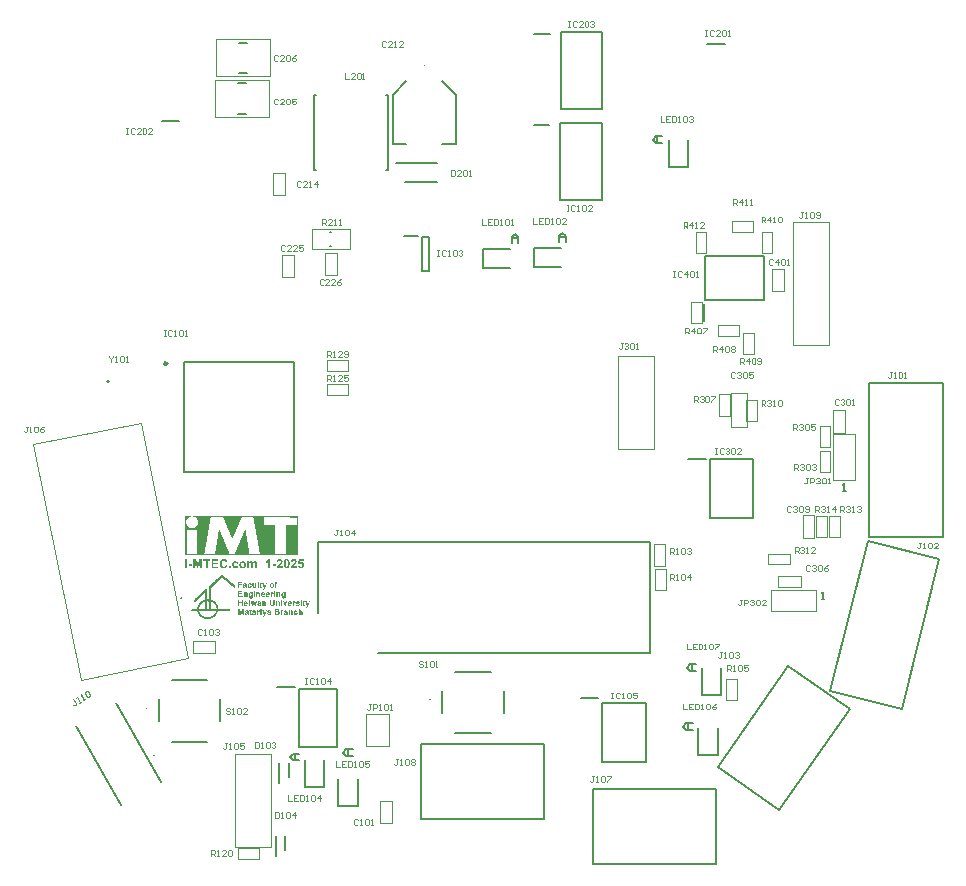
<source format=gto>
G04*
G04 #@! TF.GenerationSoftware,Altium Limited,Altium Designer,23.1.1 (15)*
G04*
G04 Layer_Color=65535*
%FSLAX44Y44*%
%MOMM*%
G71*
G04*
G04 #@! TF.SameCoordinates,8DBAF139-ECA8-4D34-9DCF-413724B6F768*
G04*
G04*
G04 #@! TF.FilePolarity,Positive*
G04*
G01*
G75*
%ADD10C,0.1000*%
%ADD11C,0.2000*%
%ADD12C,0.2500*%
%ADD13C,0.0500*%
%ADD14C,0.1500*%
G36*
X191710Y233192D02*
X191890D01*
Y233013D01*
X192248D01*
Y232833D01*
X192427D01*
Y232654D01*
X192606D01*
Y232475D01*
X192785D01*
Y232296D01*
X193144D01*
Y232117D01*
X193323D01*
Y231938D01*
X193502D01*
Y231758D01*
X193860D01*
Y231579D01*
X194040D01*
Y231400D01*
X194219D01*
Y231221D01*
X194398D01*
Y231042D01*
X194577D01*
Y230863D01*
X194756D01*
Y230683D01*
X195115D01*
Y230504D01*
X195294D01*
Y230325D01*
X195473D01*
Y230146D01*
X195831D01*
Y229967D01*
X196010D01*
Y229788D01*
X196190D01*
Y229608D01*
X196369D01*
Y229429D01*
X196727D01*
Y229250D01*
X196906D01*
Y229071D01*
X197085D01*
Y228892D01*
X197265D01*
Y228713D01*
X197444D01*
Y228533D01*
X197802D01*
Y228354D01*
X197981D01*
Y228175D01*
X198160D01*
Y227996D01*
X198340D01*
Y227817D01*
X198698D01*
Y227638D01*
X198877D01*
Y227458D01*
X199056D01*
Y227279D01*
X199235D01*
Y227100D01*
X199594D01*
Y226921D01*
X199773D01*
Y226742D01*
X199952D01*
Y226562D01*
X200131D01*
Y226383D01*
X200310D01*
Y226204D01*
X200669D01*
Y226025D01*
X200848D01*
Y225846D01*
X201027D01*
Y225667D01*
X201206D01*
Y225487D01*
X201565D01*
Y225308D01*
X201744D01*
Y225129D01*
X201923D01*
Y224950D01*
X202102D01*
Y224771D01*
X202281D01*
Y224592D01*
X202460D01*
Y224054D01*
X202640D01*
Y223875D01*
X202460D01*
Y223517D01*
X202281D01*
Y223158D01*
X202102D01*
Y222979D01*
X201923D01*
Y222800D01*
X201385D01*
Y222979D01*
X201206D01*
Y223158D01*
X201027D01*
Y223337D01*
X200669D01*
Y223517D01*
X200490D01*
Y223696D01*
X200310D01*
Y223875D01*
X200131D01*
Y224054D01*
X199773D01*
Y224233D01*
X199594D01*
Y224412D01*
X199415D01*
Y224592D01*
X199235D01*
Y224771D01*
X199056D01*
Y224950D01*
X198877D01*
Y225129D01*
X198519D01*
Y225308D01*
X198340D01*
Y225487D01*
X198160D01*
Y225667D01*
X197981D01*
Y225846D01*
X197623D01*
Y226025D01*
X197444D01*
Y226204D01*
X197265D01*
Y226383D01*
X197085D01*
Y226562D01*
X196906D01*
Y226742D01*
X196548D01*
Y226921D01*
X196369D01*
Y227100D01*
X196190D01*
Y227279D01*
X196010D01*
Y227458D01*
X195831D01*
Y227638D01*
X195473D01*
Y227817D01*
X195294D01*
Y227996D01*
X195115D01*
Y228175D01*
X194935D01*
Y228354D01*
X194756D01*
Y228533D01*
X194398D01*
Y228713D01*
X194219D01*
Y228892D01*
X194040D01*
Y229071D01*
X193860D01*
Y229250D01*
X193502D01*
Y229429D01*
X193323D01*
Y229608D01*
X193144D01*
Y229788D01*
X192965D01*
Y229967D01*
X192785D01*
Y230146D01*
X192606D01*
Y230325D01*
X192248D01*
Y230504D01*
X192069D01*
Y230683D01*
X191890D01*
Y230863D01*
X191710D01*
Y231042D01*
X191352D01*
Y231221D01*
X190994D01*
Y231042D01*
X190815D01*
Y230863D01*
X190635D01*
Y230683D01*
X190456D01*
Y230504D01*
X190277D01*
Y230325D01*
X190098D01*
Y230146D01*
X189919D01*
Y229967D01*
X189740D01*
Y229788D01*
X189560D01*
Y229608D01*
X189381D01*
Y229429D01*
X189202D01*
Y229250D01*
X189023D01*
Y229071D01*
X188844D01*
Y228892D01*
X188665D01*
Y228713D01*
X188485D01*
Y228533D01*
X188306D01*
Y228354D01*
X187948D01*
Y228175D01*
X187769D01*
Y227996D01*
X187590D01*
Y227817D01*
X187410D01*
Y227638D01*
X187231D01*
Y227458D01*
X187052D01*
Y227279D01*
X186873D01*
Y227100D01*
X186694D01*
Y226921D01*
X186515D01*
Y226742D01*
X186335D01*
Y226562D01*
X186156D01*
Y226383D01*
X185977D01*
Y226204D01*
X185798D01*
Y226025D01*
X185619D01*
Y225846D01*
X185440D01*
Y225667D01*
X185260D01*
Y225487D01*
X185081D01*
Y225308D01*
X184902D01*
Y225129D01*
X184544D01*
Y224950D01*
X184365D01*
Y224592D01*
X184006D01*
Y224412D01*
X183827D01*
Y224233D01*
X183648D01*
Y224054D01*
X183469D01*
Y223875D01*
X183290D01*
Y223696D01*
X183110D01*
Y223517D01*
X182931D01*
Y223337D01*
X182752D01*
Y223158D01*
X182573D01*
Y222979D01*
X182394D01*
Y222800D01*
X182215D01*
Y222621D01*
X182035D01*
Y222442D01*
X181856D01*
Y222262D01*
X181677D01*
Y212946D01*
X181856D01*
Y212767D01*
X182035D01*
Y212588D01*
X182573D01*
Y212408D01*
X183110D01*
Y212229D01*
X183469D01*
Y212050D01*
X183827D01*
Y211871D01*
X184006D01*
Y211692D01*
X184365D01*
Y211513D01*
X184723D01*
Y211333D01*
X184902D01*
Y211154D01*
X185081D01*
Y210975D01*
X185260D01*
Y210796D01*
X185440D01*
Y210617D01*
X185619D01*
Y210438D01*
X185798D01*
Y210258D01*
X185977D01*
Y210079D01*
X186156D01*
Y209900D01*
X186335D01*
Y209721D01*
X186515D01*
Y209363D01*
X186694D01*
Y209183D01*
X186873D01*
Y208825D01*
X187052D01*
Y208467D01*
X187231D01*
Y208288D01*
X187410D01*
Y207750D01*
X187590D01*
Y207213D01*
X187769D01*
Y206317D01*
X187948D01*
Y204883D01*
X188127D01*
Y204704D01*
X197623D01*
Y204525D01*
X197802D01*
Y204346D01*
X197981D01*
Y204167D01*
X198160D01*
Y203450D01*
X197981D01*
Y203271D01*
X197802D01*
Y203092D01*
X197623D01*
Y202913D01*
X187948D01*
Y202733D01*
X187769D01*
Y202554D01*
X187590D01*
Y202017D01*
X187410D01*
Y201479D01*
X187231D01*
Y201121D01*
X187052D01*
Y200763D01*
X186873D01*
Y200404D01*
X186694D01*
Y200225D01*
X186515D01*
Y199867D01*
X186335D01*
Y199688D01*
X186156D01*
Y199508D01*
X185977D01*
Y199329D01*
X185798D01*
Y199150D01*
X185619D01*
Y198792D01*
X185440D01*
Y198612D01*
X185081D01*
Y198433D01*
X184902D01*
Y198254D01*
X184723D01*
Y198075D01*
X184544D01*
Y197896D01*
X184185D01*
Y197717D01*
X184006D01*
Y197537D01*
X183648D01*
Y197358D01*
X183469D01*
Y197179D01*
X183110D01*
Y197000D01*
X182573D01*
Y196821D01*
X182215D01*
Y196642D01*
X181677D01*
Y196462D01*
X181319D01*
Y196283D01*
X180960D01*
Y196104D01*
X180602D01*
Y195925D01*
X177198D01*
Y196104D01*
X176840D01*
Y196283D01*
X176481D01*
Y196462D01*
X176123D01*
Y196642D01*
X175585D01*
Y196821D01*
X175227D01*
Y197000D01*
X174690D01*
Y197179D01*
X174331D01*
Y197358D01*
X174152D01*
Y197537D01*
X173794D01*
Y197717D01*
X173615D01*
Y197896D01*
X173256D01*
Y198075D01*
X173077D01*
Y198254D01*
X172898D01*
Y198433D01*
X172719D01*
Y198612D01*
X172540D01*
Y198792D01*
X172360D01*
Y198971D01*
X172181D01*
Y199150D01*
X172002D01*
Y199329D01*
X171823D01*
Y199688D01*
X171644D01*
Y199867D01*
X171465D01*
Y200225D01*
X171285D01*
Y200583D01*
X171106D01*
Y200942D01*
X170927D01*
Y201121D01*
X170748D01*
Y201658D01*
X170569D01*
Y202017D01*
Y202196D01*
Y202554D01*
X170390D01*
Y202733D01*
X170210D01*
Y202913D01*
X165910D01*
Y203092D01*
X165552D01*
Y203450D01*
X165373D01*
Y204167D01*
X165552D01*
Y204525D01*
X165910D01*
Y204704D01*
X170031D01*
Y204883D01*
X170210D01*
Y205242D01*
X170390D01*
Y206138D01*
X170569D01*
Y207033D01*
X170748D01*
Y207392D01*
X170927D01*
Y207750D01*
X171106D01*
Y208288D01*
X171285D01*
Y208467D01*
X171465D01*
Y208825D01*
X171644D01*
Y209183D01*
X171823D01*
Y209363D01*
X172002D01*
Y209542D01*
X172181D01*
Y209721D01*
X172360D01*
Y210079D01*
X172540D01*
Y210258D01*
X172719D01*
Y210438D01*
X172898D01*
Y210617D01*
X173077D01*
Y210796D01*
X173435D01*
Y210975D01*
X173615D01*
Y211154D01*
X173794D01*
Y211333D01*
X173973D01*
Y211513D01*
X174331D01*
Y211692D01*
X174690D01*
Y211871D01*
X174869D01*
Y212050D01*
X175406D01*
Y212229D01*
X175765D01*
Y212408D01*
X176123D01*
Y212588D01*
X176481D01*
Y212767D01*
X176660D01*
Y212946D01*
X176840D01*
Y217783D01*
X176660D01*
Y217962D01*
X176302D01*
Y217783D01*
X176123D01*
Y217604D01*
X175944D01*
Y217425D01*
X175765D01*
Y217246D01*
X175585D01*
Y217067D01*
X175406D01*
Y216887D01*
X175227D01*
Y216708D01*
X175048D01*
Y216529D01*
X174869D01*
Y216350D01*
X174690D01*
Y216171D01*
X174331D01*
Y215992D01*
X174152D01*
Y215812D01*
X173973D01*
Y215633D01*
X173794D01*
Y215454D01*
X173615D01*
Y215275D01*
X173435D01*
Y215096D01*
X173256D01*
Y214917D01*
X173077D01*
Y214737D01*
X172898D01*
Y214558D01*
X172719D01*
Y214379D01*
X172540D01*
Y214200D01*
X172360D01*
Y214021D01*
X172181D01*
Y213842D01*
X172002D01*
Y213662D01*
X171823D01*
Y213483D01*
X171644D01*
Y213304D01*
X171465D01*
Y213125D01*
X171285D01*
Y212946D01*
X171106D01*
Y212767D01*
X170748D01*
Y212588D01*
X170569D01*
Y212408D01*
X170390D01*
Y212229D01*
X170210D01*
Y212050D01*
X170031D01*
Y211871D01*
X169852D01*
Y211692D01*
X169673D01*
Y211513D01*
X169494D01*
Y211333D01*
X169315D01*
Y211154D01*
X169135D01*
Y210975D01*
X168956D01*
Y210796D01*
X168777D01*
Y210617D01*
X168598D01*
Y210438D01*
X168240D01*
Y210258D01*
X167702D01*
Y210438D01*
X167523D01*
Y210617D01*
X167344D01*
Y210975D01*
X167165D01*
Y212050D01*
X167344D01*
Y212229D01*
X167523D01*
Y212408D01*
X167702D01*
Y212588D01*
X167881D01*
Y212767D01*
X168060D01*
Y212946D01*
X168240D01*
Y213125D01*
X168419D01*
Y213304D01*
X168598D01*
Y213483D01*
X168777D01*
Y213662D01*
X168956D01*
Y213842D01*
X169135D01*
Y214021D01*
X169315D01*
Y214200D01*
X169494D01*
Y214379D01*
X169673D01*
Y214558D01*
X169852D01*
Y214737D01*
X170031D01*
Y214917D01*
X170210D01*
Y215096D01*
X170569D01*
Y215275D01*
X170748D01*
Y215454D01*
X170927D01*
Y215633D01*
X171106D01*
Y215812D01*
X171285D01*
Y215992D01*
X171465D01*
Y216171D01*
X171644D01*
Y216350D01*
X171823D01*
Y216529D01*
X172002D01*
Y216708D01*
X172181D01*
Y216887D01*
X172360D01*
Y217067D01*
X172540D01*
Y217246D01*
X172898D01*
Y217604D01*
X173256D01*
Y217962D01*
X173615D01*
Y218142D01*
X173794D01*
Y218321D01*
X173973D01*
Y218500D01*
X174152D01*
Y218679D01*
X174331D01*
Y218858D01*
X174510D01*
Y219037D01*
X174690D01*
Y219217D01*
X174869D01*
Y219396D01*
X175048D01*
Y219575D01*
X175227D01*
Y219754D01*
X175406D01*
Y219933D01*
X175585D01*
Y220112D01*
X175765D01*
Y220292D01*
X175944D01*
Y220471D01*
X176302D01*
Y220650D01*
X176481D01*
Y220829D01*
X176660D01*
Y221008D01*
X176840D01*
Y221187D01*
X177019D01*
Y221367D01*
X177198D01*
Y221546D01*
X177377D01*
Y221725D01*
X177556D01*
Y221904D01*
X177915D01*
Y221725D01*
X178273D01*
Y221546D01*
X178452D01*
Y221187D01*
X178631D01*
Y213304D01*
X178810D01*
Y213125D01*
X179706D01*
Y213483D01*
X179885D01*
Y223517D01*
X180065D01*
Y223696D01*
X180244D01*
Y223875D01*
X180423D01*
Y224054D01*
X180602D01*
Y224233D01*
X180781D01*
Y224412D01*
X180960D01*
Y224592D01*
X181140D01*
Y224771D01*
X181319D01*
Y224950D01*
X181498D01*
Y225129D01*
X181677D01*
Y225308D01*
X181856D01*
Y225487D01*
X182215D01*
Y225667D01*
X182394D01*
Y225846D01*
X182573D01*
Y226025D01*
X182752D01*
Y226204D01*
X182931D01*
Y226383D01*
X183110D01*
Y226562D01*
X183290D01*
Y226742D01*
X183469D01*
Y226921D01*
X183648D01*
Y227100D01*
X183827D01*
Y227279D01*
X184006D01*
Y227458D01*
X184185D01*
Y227638D01*
X184365D01*
Y227817D01*
X184723D01*
Y227996D01*
X184902D01*
Y228175D01*
X185081D01*
Y228354D01*
X185260D01*
Y228533D01*
X185440D01*
Y228713D01*
X185619D01*
Y228892D01*
X185798D01*
Y229071D01*
X185977D01*
Y229250D01*
X186156D01*
Y229429D01*
X186335D01*
Y229608D01*
X186515D01*
Y229788D01*
X186873D01*
Y229967D01*
X187052D01*
Y230146D01*
X187231D01*
Y230325D01*
X187410D01*
Y230504D01*
X187590D01*
Y230683D01*
X187769D01*
Y230863D01*
X187948D01*
Y231042D01*
X188127D01*
Y231221D01*
X188306D01*
Y231400D01*
X188485D01*
Y231579D01*
X188665D01*
Y231758D01*
X188844D01*
Y231938D01*
X189202D01*
Y232117D01*
X189381D01*
Y232296D01*
X189560D01*
Y232475D01*
X189740D01*
Y232654D01*
X189919D01*
Y232833D01*
X190098D01*
Y233013D01*
X190277D01*
Y233192D01*
X190456D01*
Y233550D01*
X191710D01*
Y233192D01*
D02*
G37*
G36*
X255569Y250437D02*
X159569D01*
Y283178D01*
X165446D01*
Y283134D01*
X165098D01*
Y283090D01*
X164880D01*
Y283047D01*
X164663D01*
Y283003D01*
X164532D01*
Y282960D01*
X164358D01*
Y282916D01*
X164227D01*
Y282873D01*
X164140D01*
Y282829D01*
X164009D01*
Y282786D01*
X163923D01*
Y282742D01*
X163792D01*
Y282699D01*
X163705D01*
Y282655D01*
X163618D01*
Y282612D01*
X163531D01*
Y282568D01*
X163487D01*
Y282525D01*
X163400D01*
Y282481D01*
X163313D01*
Y282437D01*
X163269D01*
Y282394D01*
X163182D01*
Y282350D01*
X163139D01*
Y282307D01*
X163052D01*
Y282263D01*
X163008D01*
Y282220D01*
X162921D01*
Y282176D01*
X162878D01*
Y282133D01*
X162834D01*
Y282089D01*
X162747D01*
Y282046D01*
X162703D01*
Y282002D01*
X162660D01*
Y281959D01*
X162616D01*
Y281915D01*
X162573D01*
Y281871D01*
X162529D01*
Y281828D01*
X162486D01*
Y281784D01*
X162442D01*
Y281741D01*
X162399D01*
Y281697D01*
X162355D01*
Y281654D01*
X162312D01*
Y281610D01*
X162268D01*
Y281567D01*
X162225D01*
Y281523D01*
X162181D01*
Y281480D01*
X162137D01*
Y281436D01*
X162094D01*
Y281392D01*
X162050D01*
Y281349D01*
X162007D01*
Y281262D01*
X161963D01*
Y281218D01*
X161920D01*
Y281175D01*
X161876D01*
Y281088D01*
X161833D01*
Y281044D01*
X161789D01*
Y281001D01*
X161746D01*
Y280914D01*
X161702D01*
Y280870D01*
X161658D01*
Y280783D01*
X161615D01*
Y280696D01*
X161571D01*
Y280652D01*
X161528D01*
Y280565D01*
X161484D01*
Y280478D01*
X161441D01*
Y280391D01*
X161397D01*
Y280304D01*
X161354D01*
Y280217D01*
X161310D01*
Y280086D01*
X161267D01*
Y279999D01*
X161223D01*
Y279869D01*
X161180D01*
Y279738D01*
X161136D01*
Y279608D01*
X161092D01*
Y279477D01*
X161049D01*
Y279303D01*
X161005D01*
Y279085D01*
X160962D01*
Y278780D01*
X160918D01*
Y277605D01*
X160962D01*
Y277300D01*
X161005D01*
Y277082D01*
X161049D01*
Y276908D01*
X161092D01*
Y276778D01*
X161136D01*
Y276603D01*
X161180D01*
Y276516D01*
X161223D01*
Y276386D01*
X161267D01*
Y276255D01*
X161310D01*
Y276168D01*
X161354D01*
Y276081D01*
X161397D01*
Y275994D01*
X161441D01*
Y275907D01*
X161484D01*
Y275820D01*
X161528D01*
Y275733D01*
X161571D01*
Y275646D01*
X161615D01*
Y275602D01*
X161658D01*
Y275515D01*
X161702D01*
Y275471D01*
X161746D01*
Y275384D01*
X161789D01*
Y275341D01*
X161833D01*
Y275254D01*
X161876D01*
Y275210D01*
X161920D01*
Y275167D01*
X161963D01*
Y275080D01*
X162007D01*
Y275036D01*
X162050D01*
Y274993D01*
X162094D01*
Y274949D01*
X162137D01*
Y274905D01*
X162181D01*
Y274862D01*
X162225D01*
Y274775D01*
X162268D01*
Y274731D01*
X162312D01*
Y274688D01*
X162355D01*
Y274644D01*
X162399D01*
Y274601D01*
X162442D01*
Y274557D01*
X162486D01*
Y274514D01*
X162573D01*
Y274470D01*
X162616D01*
Y274426D01*
X162660D01*
Y274383D01*
X162703D01*
Y274340D01*
X162747D01*
Y274296D01*
X162791D01*
Y274252D01*
X162878D01*
Y274209D01*
X162921D01*
Y274165D01*
X162965D01*
Y274122D01*
X163052D01*
Y274078D01*
X163095D01*
Y274035D01*
X163182D01*
Y273991D01*
X163226D01*
Y273948D01*
X163313D01*
Y273904D01*
X163400D01*
Y273861D01*
X163444D01*
Y273817D01*
X163531D01*
Y273773D01*
X163618D01*
Y273730D01*
X163705D01*
Y273686D01*
X163792D01*
Y273643D01*
X163879D01*
Y273599D01*
X164009D01*
Y273556D01*
X164097D01*
Y273512D01*
X164227D01*
Y273469D01*
X164358D01*
Y273425D01*
X164488D01*
Y273382D01*
X164663D01*
Y273338D01*
X164837D01*
Y273295D01*
X165054D01*
Y273251D01*
X165359D01*
Y273207D01*
X166404D01*
Y273251D01*
X166752D01*
Y273295D01*
X166970D01*
Y273338D01*
X167144D01*
Y273382D01*
X167318D01*
Y273425D01*
X167449D01*
Y273469D01*
X167580D01*
Y273512D01*
X167667D01*
Y273556D01*
X167797D01*
Y273599D01*
X167884D01*
Y273643D01*
X167971D01*
Y273686D01*
X168102D01*
Y273730D01*
X168146D01*
Y273773D01*
X168233D01*
Y273817D01*
X168320D01*
Y273861D01*
X168407D01*
Y273904D01*
X168494D01*
Y273948D01*
X168537D01*
Y273991D01*
X168624D01*
Y274035D01*
X168668D01*
Y274078D01*
X168755D01*
Y274122D01*
X168799D01*
Y274165D01*
X168842D01*
Y274209D01*
X168929D01*
Y274252D01*
X168973D01*
Y274296D01*
X169016D01*
Y274340D01*
X169103D01*
Y274383D01*
X169147D01*
Y274426D01*
X169191D01*
Y274470D01*
X169234D01*
Y274514D01*
X169278D01*
Y274557D01*
X169321D01*
Y274601D01*
X169365D01*
Y274644D01*
X169408D01*
Y274688D01*
X169452D01*
Y274731D01*
X169495D01*
Y274775D01*
X169539D01*
Y274818D01*
X169582D01*
Y274862D01*
X169626D01*
Y274905D01*
X169669D01*
Y274949D01*
X169713D01*
Y275036D01*
X169757D01*
Y275080D01*
X169800D01*
Y275123D01*
X169844D01*
Y275167D01*
X169887D01*
Y275254D01*
X169931D01*
Y275297D01*
X169974D01*
Y275341D01*
X170018D01*
Y275428D01*
X170061D01*
Y275471D01*
X170105D01*
Y275558D01*
X170148D01*
Y275646D01*
X170192D01*
Y275689D01*
X170235D01*
Y275776D01*
X170279D01*
Y275863D01*
X170322D01*
Y275950D01*
X170366D01*
Y276037D01*
X170410D01*
Y276124D01*
X170453D01*
Y276212D01*
X170497D01*
Y276342D01*
X170540D01*
Y276429D01*
X170584D01*
Y276560D01*
X170627D01*
Y276691D01*
X170671D01*
Y276821D01*
X170714D01*
Y276995D01*
X170758D01*
Y277169D01*
X170801D01*
Y277431D01*
X170845D01*
Y277822D01*
X170889D01*
Y278563D01*
X170845D01*
Y278954D01*
X170801D01*
Y279172D01*
X170758D01*
Y279390D01*
X170714D01*
Y279564D01*
X170671D01*
Y279695D01*
X170627D01*
Y279825D01*
X170584D01*
Y279956D01*
X170540D01*
Y280043D01*
X170497D01*
Y280173D01*
X170453D01*
Y280261D01*
X170410D01*
Y280348D01*
X170366D01*
Y280435D01*
X170322D01*
Y280522D01*
X170279D01*
Y280609D01*
X170235D01*
Y280696D01*
X170192D01*
Y280739D01*
X170148D01*
Y280826D01*
X170105D01*
Y280870D01*
X170061D01*
Y280957D01*
X170018D01*
Y281001D01*
X169974D01*
Y281088D01*
X169931D01*
Y281131D01*
X169887D01*
Y281218D01*
X169844D01*
Y281262D01*
X169800D01*
Y281306D01*
X169757D01*
Y281349D01*
X169713D01*
Y281392D01*
X169669D01*
Y281480D01*
X169626D01*
Y281523D01*
X169582D01*
Y281567D01*
X169539D01*
Y281610D01*
X169495D01*
Y281654D01*
X169452D01*
Y281697D01*
X169408D01*
Y281741D01*
X169365D01*
Y281784D01*
X169321D01*
Y281828D01*
X169278D01*
Y281871D01*
X169234D01*
Y281915D01*
X169191D01*
Y281959D01*
X169147D01*
Y282002D01*
X169060D01*
Y282046D01*
X169016D01*
Y282089D01*
X168973D01*
Y282133D01*
X168929D01*
Y282176D01*
X168842D01*
Y282220D01*
X168799D01*
Y282263D01*
X168712D01*
Y282307D01*
X168668D01*
Y282350D01*
X168624D01*
Y282394D01*
X168537D01*
Y282437D01*
X168450D01*
Y282481D01*
X168407D01*
Y282525D01*
X168320D01*
Y282568D01*
X168233D01*
Y282612D01*
X168146D01*
Y282655D01*
X168058D01*
Y282699D01*
X167971D01*
Y282742D01*
X167884D01*
Y282786D01*
X167754D01*
Y282829D01*
X167667D01*
Y282873D01*
X167536D01*
Y282916D01*
X167405D01*
Y282960D01*
X167275D01*
Y283003D01*
X167101D01*
Y283047D01*
X166926D01*
Y283090D01*
X166709D01*
Y283134D01*
X166361D01*
Y283178D01*
X255569D01*
Y250437D01*
D02*
G37*
G36*
X237538Y227898D02*
X237642Y227891D01*
X237767Y227876D01*
X237908Y227854D01*
X238056Y227824D01*
X238211Y227780D01*
X238078Y227093D01*
X238070D01*
X238041Y227100D01*
X237989Y227115D01*
X237930Y227122D01*
X237864Y227137D01*
X237790Y227144D01*
X237627Y227152D01*
X237590D01*
X237553Y227144D01*
X237509Y227137D01*
X237405Y227108D01*
X237361Y227085D01*
X237316Y227048D01*
Y227041D01*
X237302Y227026D01*
X237287Y227004D01*
X237272Y226960D01*
X237257Y226908D01*
X237243Y226841D01*
X237235Y226760D01*
X237228Y226664D01*
Y226405D01*
X237960D01*
Y225637D01*
X237228D01*
Y222695D01*
X236245D01*
Y225637D01*
X235698D01*
Y226405D01*
X236245D01*
Y226679D01*
Y226686D01*
Y226701D01*
Y226723D01*
Y226760D01*
X236252Y226841D01*
X236259Y226945D01*
X236267Y227056D01*
X236289Y227174D01*
X236311Y227285D01*
X236341Y227381D01*
X236348Y227388D01*
X236363Y227418D01*
X236385Y227462D01*
X236422Y227514D01*
X236474Y227573D01*
X236533Y227640D01*
X236614Y227699D01*
X236703Y227758D01*
X236718Y227765D01*
X236755Y227780D01*
X236814Y227802D01*
X236888Y227832D01*
X236991Y227861D01*
X237102Y227884D01*
X237235Y227898D01*
X237383Y227906D01*
X237457D01*
X237538Y227898D01*
D02*
G37*
G36*
X214765Y226479D02*
X214825D01*
X214891Y226472D01*
X214965Y226464D01*
X215046Y226450D01*
X215216Y226413D01*
X215394Y226361D01*
X215571Y226287D01*
X215734Y226191D01*
X215741D01*
X215748Y226176D01*
X215771Y226161D01*
X215800Y226139D01*
X215867Y226073D01*
X215955Y225977D01*
X216052Y225851D01*
X216147Y225703D01*
X216236Y225526D01*
X216310Y225319D01*
X215342Y225141D01*
Y225156D01*
X215334Y225186D01*
X215320Y225237D01*
X215298Y225304D01*
X215261Y225371D01*
X215224Y225444D01*
X215172Y225511D01*
X215113Y225570D01*
X215105Y225578D01*
X215083Y225592D01*
X215046Y225614D01*
X214995Y225644D01*
X214928Y225674D01*
X214854Y225696D01*
X214765Y225711D01*
X214669Y225718D01*
X214655D01*
X214610Y225711D01*
X214544Y225703D01*
X214455Y225688D01*
X214366Y225651D01*
X214270Y225607D01*
X214174Y225548D01*
X214085Y225459D01*
X214078Y225444D01*
X214056Y225407D01*
X214019Y225348D01*
X213982Y225260D01*
X213937Y225141D01*
X213923Y225075D01*
X213908Y225001D01*
X213893Y224912D01*
X213878Y224823D01*
X213871Y224720D01*
Y224617D01*
Y224609D01*
Y224587D01*
Y224550D01*
X213878Y224506D01*
Y224454D01*
X213886Y224395D01*
X213901Y224247D01*
X213923Y224092D01*
X213967Y223937D01*
X214019Y223796D01*
X214056Y223737D01*
X214093Y223678D01*
X214100Y223663D01*
X214137Y223633D01*
X214181Y223597D01*
X214248Y223545D01*
X214337Y223493D01*
X214433Y223456D01*
X214551Y223427D01*
X214684Y223412D01*
X214728D01*
X214780Y223419D01*
X214847Y223434D01*
X214921Y223449D01*
X214995Y223478D01*
X215068Y223515D01*
X215142Y223567D01*
X215150Y223574D01*
X215172Y223597D01*
X215201Y223633D01*
X215246Y223693D01*
X215290Y223767D01*
X215327Y223863D01*
X215371Y223981D01*
X215401Y224114D01*
X216362Y223951D01*
Y223944D01*
X216355Y223922D01*
X216347Y223885D01*
X216332Y223841D01*
X216310Y223789D01*
X216288Y223722D01*
X216229Y223574D01*
X216155Y223412D01*
X216052Y223249D01*
X215926Y223086D01*
X215852Y223013D01*
X215778Y222946D01*
X215771D01*
X215756Y222931D01*
X215734Y222917D01*
X215704Y222894D01*
X215660Y222872D01*
X215608Y222843D01*
X215549Y222813D01*
X215475Y222784D01*
X215401Y222747D01*
X215312Y222717D01*
X215224Y222687D01*
X215120Y222665D01*
X215009Y222643D01*
X214891Y222628D01*
X214773Y222621D01*
X214640Y222614D01*
X214558D01*
X214507Y222621D01*
X214440Y222628D01*
X214359Y222643D01*
X214270Y222658D01*
X214174Y222680D01*
X214071Y222702D01*
X213967Y222739D01*
X213856Y222776D01*
X213753Y222828D01*
X213642Y222887D01*
X213538Y222953D01*
X213442Y223035D01*
X213346Y223123D01*
X213339Y223131D01*
X213324Y223146D01*
X213302Y223175D01*
X213272Y223220D01*
X213235Y223271D01*
X213191Y223330D01*
X213154Y223404D01*
X213110Y223493D01*
X213058Y223589D01*
X213021Y223693D01*
X212977Y223811D01*
X212940Y223937D01*
X212910Y224077D01*
X212888Y224217D01*
X212873Y224380D01*
X212866Y224543D01*
Y224550D01*
Y224580D01*
Y224631D01*
X212873Y224690D01*
X212880Y224772D01*
X212888Y224860D01*
X212903Y224957D01*
X212925Y225067D01*
X212984Y225297D01*
X213021Y225415D01*
X213065Y225533D01*
X213125Y225651D01*
X213191Y225762D01*
X213265Y225866D01*
X213346Y225969D01*
X213354Y225977D01*
X213368Y225991D01*
X213398Y226014D01*
X213435Y226050D01*
X213487Y226087D01*
X213546Y226132D01*
X213612Y226183D01*
X213694Y226228D01*
X213782Y226280D01*
X213878Y226324D01*
X213989Y226368D01*
X214107Y226405D01*
X214226Y226442D01*
X214366Y226464D01*
X214507Y226479D01*
X214655Y226487D01*
X214721D01*
X214765Y226479D01*
D02*
G37*
G36*
X227833Y222828D02*
X227597Y222192D01*
X227589Y222177D01*
X227575Y222140D01*
X227545Y222081D01*
X227516Y222007D01*
X227479Y221926D01*
X227434Y221845D01*
X227390Y221771D01*
X227346Y221697D01*
X227338Y221690D01*
X227323Y221667D01*
X227301Y221638D01*
X227272Y221593D01*
X227190Y221505D01*
X227079Y221416D01*
X227072Y221409D01*
X227050Y221401D01*
X227020Y221379D01*
X226976Y221357D01*
X226924Y221335D01*
X226865Y221305D01*
X226791Y221276D01*
X226710Y221254D01*
X226702D01*
X226673Y221246D01*
X226629Y221231D01*
X226562Y221224D01*
X226488Y221209D01*
X226407Y221194D01*
X226311Y221187D01*
X226163D01*
X226104Y221194D01*
X226037D01*
X225949Y221202D01*
X225860Y221217D01*
X225660Y221254D01*
X225572Y222022D01*
X225579D01*
X225609Y222015D01*
X225653Y222007D01*
X225712Y222000D01*
X225771Y221985D01*
X225845Y221978D01*
X225986Y221970D01*
X226045D01*
X226104Y221985D01*
X226178Y222000D01*
X226259Y222022D01*
X226340Y222059D01*
X226422Y222111D01*
X226488Y222177D01*
X226495Y222185D01*
X226518Y222214D01*
X226547Y222259D01*
X226584Y222318D01*
X226621Y222392D01*
X226665Y222481D01*
X226702Y222577D01*
X226739Y222687D01*
X225335Y226405D01*
X226377D01*
X227257Y223767D01*
X228129Y226405D01*
X229142D01*
X227833Y222828D01*
D02*
G37*
G36*
X220420Y222695D02*
X219511D01*
Y223249D01*
X219503Y223234D01*
X219474Y223197D01*
X219429Y223146D01*
X219363Y223079D01*
X219289Y222998D01*
X219193Y222924D01*
X219089Y222843D01*
X218971Y222776D01*
X218956Y222769D01*
X218912Y222754D01*
X218845Y222724D01*
X218757Y222695D01*
X218653Y222665D01*
X218535Y222636D01*
X218409Y222621D01*
X218276Y222614D01*
X218210D01*
X218143Y222621D01*
X218055Y222636D01*
X217944Y222651D01*
X217833Y222680D01*
X217715Y222724D01*
X217604Y222776D01*
X217589Y222784D01*
X217559Y222806D01*
X217500Y222843D01*
X217441Y222894D01*
X217367Y222961D01*
X217301Y223035D01*
X217234Y223131D01*
X217175Y223234D01*
X217168Y223249D01*
X217153Y223286D01*
X217131Y223353D01*
X217108Y223449D01*
X217086Y223567D01*
X217064Y223707D01*
X217049Y223870D01*
X217042Y224055D01*
Y226405D01*
X218025D01*
Y224698D01*
Y224690D01*
Y224661D01*
Y224624D01*
Y224572D01*
Y224513D01*
Y224447D01*
X218032Y224291D01*
X218040Y224121D01*
X218047Y223966D01*
X218055Y223900D01*
X218062Y223833D01*
X218069Y223781D01*
X218077Y223744D01*
Y223737D01*
X218084Y223715D01*
X218099Y223685D01*
X218121Y223641D01*
X218143Y223597D01*
X218180Y223552D01*
X218217Y223508D01*
X218269Y223463D01*
X218276Y223456D01*
X218298Y223449D01*
X218328Y223434D01*
X218372Y223419D01*
X218424Y223397D01*
X218491Y223382D01*
X218557Y223375D01*
X218638Y223367D01*
X218683D01*
X218727Y223375D01*
X218786Y223382D01*
X218860Y223397D01*
X218934Y223427D01*
X219015Y223456D01*
X219089Y223500D01*
X219097Y223508D01*
X219119Y223523D01*
X219156Y223552D01*
X219200Y223597D01*
X219244Y223648D01*
X219289Y223700D01*
X219333Y223767D01*
X219363Y223841D01*
Y223848D01*
X219378Y223885D01*
Y223914D01*
X219385Y223951D01*
X219392Y223988D01*
X219400Y224040D01*
X219407Y224107D01*
X219415Y224173D01*
X219422Y224254D01*
Y224350D01*
X219429Y224454D01*
X219437Y224572D01*
Y224698D01*
Y224838D01*
Y226405D01*
X220420D01*
Y222695D01*
D02*
G37*
G36*
X222408D02*
X221425D01*
Y227810D01*
X222408D01*
Y222695D01*
D02*
G37*
G36*
X210715Y226479D02*
X210774D01*
X210922Y226464D01*
X211077Y226450D01*
X211240Y226420D01*
X211395Y226376D01*
X211461Y226353D01*
X211528Y226324D01*
X211535D01*
X211543Y226317D01*
X211580Y226294D01*
X211639Y226265D01*
X211705Y226220D01*
X211787Y226161D01*
X211861Y226095D01*
X211927Y226014D01*
X211986Y225932D01*
X211994Y225917D01*
X212008Y225888D01*
X212031Y225821D01*
X212038Y225784D01*
X212053Y225733D01*
X212068Y225681D01*
X212075Y225614D01*
X212090Y225541D01*
X212097Y225459D01*
X212104Y225371D01*
X212112Y225274D01*
X212119Y225171D01*
Y225053D01*
X212104Y223907D01*
Y223900D01*
Y223885D01*
Y223863D01*
Y223826D01*
Y223737D01*
X212112Y223633D01*
Y223515D01*
X212127Y223397D01*
X212134Y223279D01*
X212149Y223183D01*
Y223175D01*
X212156Y223146D01*
X212171Y223094D01*
X212186Y223035D01*
X212215Y222961D01*
X212245Y222880D01*
X212282Y222791D01*
X212326Y222695D01*
X211358D01*
Y222702D01*
X211350Y222710D01*
X211343Y222739D01*
X211328Y222769D01*
X211314Y222806D01*
X211299Y222857D01*
X211284Y222917D01*
X211262Y222983D01*
Y222990D01*
X211254Y222998D01*
X211247Y223027D01*
X211232Y223064D01*
X211225Y223094D01*
X211210Y223086D01*
X211180Y223057D01*
X211129Y223013D01*
X211062Y222961D01*
X210981Y222902D01*
X210892Y222835D01*
X210789Y222784D01*
X210685Y222732D01*
X210671Y222724D01*
X210634Y222717D01*
X210574Y222695D01*
X210501Y222673D01*
X210412Y222651D01*
X210308Y222636D01*
X210190Y222621D01*
X210072Y222614D01*
X210020D01*
X209976Y222621D01*
X209931D01*
X209872Y222628D01*
X209747Y222651D01*
X209599Y222687D01*
X209451Y222739D01*
X209303Y222813D01*
X209170Y222917D01*
Y222924D01*
X209155Y222931D01*
X209118Y222976D01*
X209067Y223042D01*
X209007Y223131D01*
X208948Y223242D01*
X208897Y223375D01*
X208860Y223530D01*
X208852Y223611D01*
X208845Y223700D01*
Y223715D01*
Y223752D01*
X208852Y223811D01*
X208867Y223885D01*
X208882Y223974D01*
X208904Y224062D01*
X208941Y224158D01*
X208993Y224254D01*
X209000Y224269D01*
X209022Y224299D01*
X209052Y224343D01*
X209104Y224395D01*
X209155Y224454D01*
X209229Y224520D01*
X209310Y224580D01*
X209407Y224631D01*
X209421Y224639D01*
X209458Y224653D01*
X209517Y224676D01*
X209606Y224713D01*
X209717Y224750D01*
X209850Y224787D01*
X210013Y224823D01*
X210190Y224860D01*
X210198D01*
X210220Y224868D01*
X210257Y224875D01*
X210301Y224883D01*
X210360Y224890D01*
X210427Y224905D01*
X210574Y224942D01*
X210730Y224979D01*
X210892Y225016D01*
X211033Y225060D01*
X211099Y225082D01*
X211151Y225104D01*
Y225201D01*
Y225215D01*
Y225245D01*
X211144Y225297D01*
X211136Y225363D01*
X211114Y225430D01*
X211092Y225496D01*
X211055Y225555D01*
X211003Y225607D01*
X210996Y225614D01*
X210974Y225629D01*
X210937Y225644D01*
X210885Y225674D01*
X210811Y225696D01*
X210722Y225711D01*
X210611Y225725D01*
X210478Y225733D01*
X210434D01*
X210390Y225725D01*
X210331Y225718D01*
X210264Y225703D01*
X210190Y225688D01*
X210124Y225659D01*
X210064Y225622D01*
X210057Y225614D01*
X210042Y225600D01*
X210013Y225578D01*
X209983Y225541D01*
X209939Y225489D01*
X209902Y225422D01*
X209865Y225348D01*
X209828Y225260D01*
X208948Y225422D01*
Y225430D01*
X208956Y225444D01*
X208963Y225474D01*
X208978Y225511D01*
X208993Y225555D01*
X209015Y225607D01*
X209067Y225725D01*
X209140Y225851D01*
X209229Y225984D01*
X209333Y226110D01*
X209458Y226220D01*
X209466D01*
X209473Y226235D01*
X209495Y226243D01*
X209525Y226265D01*
X209569Y226280D01*
X209614Y226302D01*
X209673Y226331D01*
X209732Y226353D01*
X209806Y226376D01*
X209887Y226405D01*
X209976Y226427D01*
X210079Y226442D01*
X210183Y226464D01*
X210301Y226472D01*
X210419Y226487D01*
X210663D01*
X210715Y226479D01*
D02*
G37*
G36*
X208261Y226945D02*
X205785D01*
Y225733D01*
X207921D01*
Y224868D01*
X205785D01*
Y222695D01*
X204750D01*
Y227810D01*
X208261D01*
Y226945D01*
D02*
G37*
G36*
X233584Y226479D02*
X233658Y226472D01*
X233739Y226457D01*
X233835Y226442D01*
X233931Y226420D01*
X234042Y226390D01*
X234153Y226353D01*
X234264Y226309D01*
X234382Y226257D01*
X234500Y226191D01*
X234611Y226117D01*
X234722Y226036D01*
X234826Y225940D01*
X234833Y225932D01*
X234848Y225917D01*
X234877Y225881D01*
X234907Y225844D01*
X234951Y225784D01*
X234996Y225725D01*
X235047Y225644D01*
X235099Y225563D01*
X235143Y225467D01*
X235195Y225363D01*
X235240Y225245D01*
X235284Y225127D01*
X235313Y224993D01*
X235343Y224860D01*
X235358Y224713D01*
X235365Y224557D01*
Y224550D01*
Y224520D01*
Y224476D01*
X235358Y224417D01*
X235350Y224343D01*
X235336Y224262D01*
X235321Y224166D01*
X235299Y224070D01*
X235269Y223959D01*
X235232Y223848D01*
X235188Y223730D01*
X235136Y223611D01*
X235070Y223493D01*
X234996Y223382D01*
X234914Y223271D01*
X234818Y223160D01*
X234811Y223153D01*
X234796Y223138D01*
X234767Y223109D01*
X234722Y223072D01*
X234670Y223035D01*
X234604Y222990D01*
X234530Y222939D01*
X234449Y222887D01*
X234353Y222835D01*
X234249Y222784D01*
X234138Y222739D01*
X234013Y222702D01*
X233887Y222665D01*
X233746Y222636D01*
X233606Y222621D01*
X233451Y222614D01*
X233399D01*
X233362Y222621D01*
X233318D01*
X233266Y222628D01*
X233140Y222643D01*
X232985Y222673D01*
X232822Y222710D01*
X232652Y222769D01*
X232475Y222843D01*
X232468D01*
X232453Y222850D01*
X232431Y222865D01*
X232401Y222887D01*
X232320Y222939D01*
X232216Y223013D01*
X232106Y223109D01*
X231987Y223227D01*
X231876Y223360D01*
X231773Y223515D01*
Y223523D01*
X231766Y223537D01*
X231751Y223560D01*
X231736Y223597D01*
X231721Y223641D01*
X231699Y223693D01*
X231677Y223752D01*
X231655Y223818D01*
X231632Y223892D01*
X231610Y223974D01*
X231573Y224158D01*
X231544Y224373D01*
X231536Y224602D01*
Y224609D01*
Y224624D01*
Y224653D01*
X231544Y224683D01*
Y224727D01*
X231551Y224779D01*
X231566Y224905D01*
X231596Y225045D01*
X231640Y225201D01*
X231692Y225371D01*
X231773Y225541D01*
Y225548D01*
X231788Y225563D01*
X231795Y225585D01*
X231817Y225614D01*
X231876Y225696D01*
X231950Y225799D01*
X232046Y225910D01*
X232165Y226028D01*
X232298Y226139D01*
X232453Y226243D01*
X232460D01*
X232475Y226250D01*
X232497Y226265D01*
X232534Y226280D01*
X232571Y226302D01*
X232623Y226317D01*
X232682Y226339D01*
X232741Y226368D01*
X232889Y226413D01*
X233059Y226450D01*
X233244Y226479D01*
X233443Y226487D01*
X233525D01*
X233584Y226479D01*
D02*
G37*
G36*
X224448Y226405D02*
X225121D01*
Y225622D01*
X224448D01*
Y224121D01*
Y224114D01*
Y224099D01*
Y224077D01*
Y224047D01*
Y223974D01*
Y223885D01*
X224456Y223796D01*
Y223707D01*
Y223641D01*
X224463Y223611D01*
Y223597D01*
X224470Y223582D01*
X224485Y223552D01*
X224507Y223515D01*
X224552Y223471D01*
X224566Y223463D01*
X224596Y223449D01*
X224648Y223434D01*
X224714Y223427D01*
X224744D01*
X224773Y223434D01*
X224818Y223441D01*
X224877Y223449D01*
X224943Y223463D01*
X225025Y223486D01*
X225113Y223515D01*
X225202Y222754D01*
X225195D01*
X225187Y222747D01*
X225143Y222732D01*
X225069Y222710D01*
X224973Y222687D01*
X224862Y222658D01*
X224729Y222636D01*
X224581Y222621D01*
X224426Y222614D01*
X224382D01*
X224330Y222621D01*
X224263Y222628D01*
X224189Y222636D01*
X224108Y222651D01*
X224027Y222673D01*
X223946Y222702D01*
X223938Y222710D01*
X223909Y222717D01*
X223872Y222739D01*
X223827Y222761D01*
X223724Y222835D01*
X223672Y222880D01*
X223628Y222931D01*
X223620Y222939D01*
X223613Y222961D01*
X223598Y222990D01*
X223576Y223035D01*
X223554Y223086D01*
X223532Y223153D01*
X223509Y223227D01*
X223495Y223308D01*
Y223316D01*
X223487Y223345D01*
Y223390D01*
X223480Y223463D01*
X223472Y223560D01*
Y223678D01*
X223465Y223744D01*
Y223826D01*
Y223907D01*
Y224003D01*
Y225622D01*
X223014D01*
Y226405D01*
X223465D01*
Y227144D01*
X224448Y227721D01*
Y226405D01*
D02*
G37*
G36*
X236311Y219255D02*
X235328D01*
Y220164D01*
X236311D01*
Y219255D01*
D02*
G37*
G36*
X219222D02*
X218239D01*
Y220164D01*
X219222D01*
Y219255D01*
D02*
G37*
G36*
X234382Y218834D02*
X234463Y218819D01*
X234567Y218797D01*
X234678Y218760D01*
X234789Y218715D01*
X234907Y218649D01*
X234597Y217799D01*
X234589Y217806D01*
X234552Y217821D01*
X234508Y217850D01*
X234449Y217880D01*
X234375Y217910D01*
X234301Y217939D01*
X234219Y217954D01*
X234138Y217961D01*
X234109D01*
X234064Y217954D01*
X234020Y217947D01*
X233968Y217932D01*
X233909Y217910D01*
X233850Y217880D01*
X233791Y217843D01*
X233783Y217836D01*
X233769Y217821D01*
X233739Y217791D01*
X233710Y217747D01*
X233673Y217695D01*
X233636Y217621D01*
X233599Y217533D01*
X233569Y217429D01*
Y217414D01*
X233562Y217392D01*
X233554Y217370D01*
Y217333D01*
X233547Y217289D01*
X233540Y217230D01*
X233532Y217163D01*
X233525Y217089D01*
X233517Y216993D01*
X233510Y216897D01*
Y216779D01*
X233503Y216653D01*
X233495Y216513D01*
Y216357D01*
Y216187D01*
Y215049D01*
X232512D01*
Y218760D01*
X233421D01*
Y218235D01*
X233429Y218242D01*
X233458Y218287D01*
X233503Y218353D01*
X233562Y218434D01*
X233621Y218516D01*
X233695Y218597D01*
X233761Y218671D01*
X233835Y218723D01*
X233843Y218730D01*
X233865Y218745D01*
X233909Y218760D01*
X233961Y218782D01*
X234020Y218804D01*
X234094Y218826D01*
X234168Y218834D01*
X234256Y218841D01*
X234316D01*
X234382Y218834D01*
D02*
G37*
G36*
X239556D02*
X239637Y218826D01*
X239726Y218811D01*
X239822Y218789D01*
X239926Y218760D01*
X240029Y218723D01*
X240044Y218715D01*
X240074Y218701D01*
X240125Y218678D01*
X240184Y218641D01*
X240251Y218597D01*
X240317Y218545D01*
X240384Y218486D01*
X240443Y218420D01*
X240450Y218412D01*
X240465Y218390D01*
X240487Y218353D01*
X240517Y218301D01*
X240554Y218242D01*
X240583Y218168D01*
X240613Y218094D01*
X240635Y218006D01*
Y217998D01*
X240643Y217961D01*
X240657Y217910D01*
X240665Y217836D01*
X240680Y217747D01*
X240687Y217629D01*
X240694Y217503D01*
Y217348D01*
Y215049D01*
X239711D01*
Y216934D01*
Y216941D01*
Y216964D01*
Y216993D01*
Y217030D01*
Y217082D01*
Y217134D01*
X239704Y217259D01*
X239697Y217385D01*
X239682Y217518D01*
X239667Y217629D01*
X239660Y217673D01*
X239645Y217710D01*
Y217717D01*
X239630Y217740D01*
X239615Y217769D01*
X239593Y217813D01*
X239527Y217902D01*
X239490Y217947D01*
X239438Y217983D01*
X239431Y217991D01*
X239416Y217998D01*
X239386Y218013D01*
X239342Y218035D01*
X239290Y218057D01*
X239238Y218072D01*
X239172Y218080D01*
X239098Y218087D01*
X239053D01*
X239009Y218080D01*
X238950Y218072D01*
X238876Y218050D01*
X238802Y218028D01*
X238721Y217991D01*
X238640Y217947D01*
X238632Y217939D01*
X238610Y217924D01*
X238573Y217887D01*
X238529Y217850D01*
X238484Y217791D01*
X238440Y217732D01*
X238396Y217651D01*
X238366Y217570D01*
Y217562D01*
X238351Y217525D01*
X238344Y217466D01*
X238329Y217377D01*
X238322Y217326D01*
X238314Y217259D01*
X238307Y217193D01*
Y217111D01*
X238300Y217030D01*
X238292Y216934D01*
Y216831D01*
Y216720D01*
Y215049D01*
X237309D01*
Y218760D01*
X238218D01*
Y218213D01*
X238226Y218220D01*
X238240Y218242D01*
X238270Y218272D01*
X238307Y218309D01*
X238351Y218361D01*
X238410Y218412D01*
X238477Y218471D01*
X238551Y218531D01*
X238632Y218582D01*
X238728Y218641D01*
X238824Y218693D01*
X238935Y218745D01*
X239053Y218782D01*
X239172Y218811D01*
X239305Y218834D01*
X239438Y218841D01*
X239490D01*
X239556Y218834D01*
D02*
G37*
G36*
X222467D02*
X222549Y218826D01*
X222637Y218811D01*
X222733Y218789D01*
X222837Y218760D01*
X222940Y218723D01*
X222955Y218715D01*
X222985Y218701D01*
X223036Y218678D01*
X223095Y218641D01*
X223162Y218597D01*
X223228Y218545D01*
X223295Y218486D01*
X223354Y218420D01*
X223362Y218412D01*
X223376Y218390D01*
X223398Y218353D01*
X223428Y218301D01*
X223465Y218242D01*
X223495Y218168D01*
X223524Y218094D01*
X223546Y218006D01*
Y217998D01*
X223554Y217961D01*
X223568Y217910D01*
X223576Y217836D01*
X223591Y217747D01*
X223598Y217629D01*
X223605Y217503D01*
Y217348D01*
Y215049D01*
X222622D01*
Y216934D01*
Y216941D01*
Y216964D01*
Y216993D01*
Y217030D01*
Y217082D01*
Y217134D01*
X222615Y217259D01*
X222608Y217385D01*
X222593Y217518D01*
X222578Y217629D01*
X222571Y217673D01*
X222556Y217710D01*
Y217717D01*
X222541Y217740D01*
X222526Y217769D01*
X222504Y217813D01*
X222438Y217902D01*
X222401Y217947D01*
X222349Y217983D01*
X222341Y217991D01*
X222327Y217998D01*
X222297Y218013D01*
X222253Y218035D01*
X222201Y218057D01*
X222149Y218072D01*
X222083Y218080D01*
X222009Y218087D01*
X221965D01*
X221920Y218080D01*
X221861Y218072D01*
X221787Y218050D01*
X221713Y218028D01*
X221632Y217991D01*
X221551Y217947D01*
X221543Y217939D01*
X221521Y217924D01*
X221484Y217887D01*
X221440Y217850D01*
X221395Y217791D01*
X221351Y217732D01*
X221307Y217651D01*
X221277Y217570D01*
Y217562D01*
X221262Y217525D01*
X221255Y217466D01*
X221240Y217377D01*
X221233Y217326D01*
X221225Y217259D01*
X221218Y217193D01*
Y217111D01*
X221211Y217030D01*
X221203Y216934D01*
Y216831D01*
Y216720D01*
Y215049D01*
X220220D01*
Y218760D01*
X221129D01*
Y218213D01*
X221137Y218220D01*
X221152Y218242D01*
X221181Y218272D01*
X221218Y218309D01*
X221262Y218361D01*
X221322Y218412D01*
X221388Y218471D01*
X221462Y218531D01*
X221543Y218582D01*
X221639Y218641D01*
X221735Y218693D01*
X221846Y218745D01*
X221965Y218782D01*
X222083Y218811D01*
X222216Y218834D01*
X222349Y218841D01*
X222401D01*
X222467Y218834D01*
D02*
G37*
G36*
X211742D02*
X211824Y218826D01*
X211912Y218811D01*
X212008Y218789D01*
X212112Y218760D01*
X212215Y218723D01*
X212230Y218715D01*
X212260Y218701D01*
X212311Y218678D01*
X212370Y218641D01*
X212437Y218597D01*
X212504Y218545D01*
X212570Y218486D01*
X212629Y218420D01*
X212637Y218412D01*
X212651Y218390D01*
X212674Y218353D01*
X212703Y218301D01*
X212740Y218242D01*
X212770Y218168D01*
X212799Y218094D01*
X212821Y218006D01*
Y217998D01*
X212829Y217961D01*
X212844Y217910D01*
X212851Y217836D01*
X212866Y217747D01*
X212873Y217629D01*
X212880Y217503D01*
Y217348D01*
Y215049D01*
X211898D01*
Y216934D01*
Y216941D01*
Y216964D01*
Y216993D01*
Y217030D01*
Y217082D01*
Y217134D01*
X211890Y217259D01*
X211883Y217385D01*
X211868Y217518D01*
X211853Y217629D01*
X211846Y217673D01*
X211831Y217710D01*
Y217717D01*
X211816Y217740D01*
X211801Y217769D01*
X211779Y217813D01*
X211713Y217902D01*
X211676Y217947D01*
X211624Y217983D01*
X211617Y217991D01*
X211602Y217998D01*
X211572Y218013D01*
X211528Y218035D01*
X211476Y218057D01*
X211424Y218072D01*
X211358Y218080D01*
X211284Y218087D01*
X211240D01*
X211195Y218080D01*
X211136Y218072D01*
X211062Y218050D01*
X210988Y218028D01*
X210907Y217991D01*
X210826Y217947D01*
X210818Y217939D01*
X210796Y217924D01*
X210759Y217887D01*
X210715Y217850D01*
X210671Y217791D01*
X210626Y217732D01*
X210582Y217651D01*
X210552Y217570D01*
Y217562D01*
X210537Y217525D01*
X210530Y217466D01*
X210515Y217377D01*
X210508Y217326D01*
X210501Y217259D01*
X210493Y217193D01*
Y217111D01*
X210486Y217030D01*
X210478Y216934D01*
Y216831D01*
Y216720D01*
Y215049D01*
X209495D01*
Y218760D01*
X210404D01*
Y218213D01*
X210412Y218220D01*
X210427Y218242D01*
X210456Y218272D01*
X210493Y218309D01*
X210537Y218361D01*
X210597Y218412D01*
X210663Y218471D01*
X210737Y218531D01*
X210818Y218582D01*
X210914Y218641D01*
X211010Y218693D01*
X211121Y218745D01*
X211240Y218782D01*
X211358Y218811D01*
X211491Y218834D01*
X211624Y218841D01*
X211676D01*
X211742Y218834D01*
D02*
G37*
G36*
X236311Y215049D02*
X235328D01*
Y218760D01*
X236311D01*
Y215049D01*
D02*
G37*
G36*
X219222D02*
X218239D01*
Y218760D01*
X219222D01*
Y215049D01*
D02*
G37*
G36*
X208542Y219299D02*
X205785D01*
Y218168D01*
X208350D01*
Y217304D01*
X205785D01*
Y215914D01*
X208638D01*
Y215049D01*
X204750D01*
Y220164D01*
X208542D01*
Y219299D01*
D02*
G37*
G36*
X230125Y218834D02*
X230191Y218826D01*
X230273Y218811D01*
X230361Y218797D01*
X230457Y218774D01*
X230561Y218745D01*
X230664Y218708D01*
X230775Y218664D01*
X230886Y218604D01*
X230989Y218545D01*
X231093Y218471D01*
X231196Y218383D01*
X231285Y218287D01*
X231292Y218279D01*
X231307Y218264D01*
X231329Y218228D01*
X231359Y218183D01*
X231396Y218124D01*
X231433Y218057D01*
X231477Y217969D01*
X231522Y217873D01*
X231566Y217762D01*
X231610Y217636D01*
X231647Y217503D01*
X231684Y217348D01*
X231714Y217185D01*
X231736Y217008D01*
X231751Y216823D01*
Y216616D01*
X229297D01*
Y216609D01*
Y216594D01*
Y216572D01*
X229304Y216542D01*
X229312Y216468D01*
X229326Y216365D01*
X229356Y216261D01*
X229400Y216143D01*
X229452Y216032D01*
X229526Y215936D01*
X229533Y215929D01*
X229570Y215899D01*
X229615Y215862D01*
X229681Y215818D01*
X229762Y215774D01*
X229866Y215737D01*
X229977Y215707D01*
X230095Y215700D01*
X230132D01*
X230176Y215707D01*
X230228Y215714D01*
X230287Y215729D01*
X230354Y215751D01*
X230420Y215781D01*
X230480Y215825D01*
X230487Y215833D01*
X230509Y215847D01*
X230539Y215877D01*
X230568Y215921D01*
X230613Y215980D01*
X230650Y216047D01*
X230686Y216136D01*
X230723Y216232D01*
X231699Y216069D01*
Y216062D01*
X231692Y216047D01*
X231677Y216017D01*
X231662Y215980D01*
X231640Y215936D01*
X231618Y215884D01*
X231551Y215766D01*
X231470Y215633D01*
X231366Y215493D01*
X231241Y215367D01*
X231100Y215249D01*
X231093D01*
X231086Y215234D01*
X231056Y215226D01*
X231026Y215204D01*
X230989Y215182D01*
X230938Y215160D01*
X230886Y215138D01*
X230819Y215108D01*
X230672Y215056D01*
X230502Y215012D01*
X230302Y214983D01*
X230088Y214968D01*
X230043D01*
X229999Y214975D01*
X229932D01*
X229851Y214990D01*
X229755Y215005D01*
X229652Y215020D01*
X229548Y215049D01*
X229430Y215079D01*
X229312Y215123D01*
X229193Y215175D01*
X229075Y215234D01*
X228957Y215308D01*
X228846Y215389D01*
X228750Y215485D01*
X228654Y215596D01*
X228646Y215604D01*
X228639Y215618D01*
X228624Y215648D01*
X228595Y215685D01*
X228573Y215737D01*
X228543Y215796D01*
X228506Y215862D01*
X228476Y215944D01*
X228439Y216032D01*
X228410Y216128D01*
X228373Y216232D01*
X228351Y216350D01*
X228329Y216468D01*
X228306Y216594D01*
X228299Y216734D01*
X228292Y216875D01*
Y216882D01*
Y216912D01*
Y216964D01*
X228299Y217030D01*
X228306Y217104D01*
X228314Y217193D01*
X228329Y217289D01*
X228351Y217400D01*
X228410Y217629D01*
X228447Y217747D01*
X228491Y217873D01*
X228550Y217991D01*
X228617Y218102D01*
X228691Y218213D01*
X228772Y218316D01*
X228780Y218323D01*
X228794Y218338D01*
X228824Y218368D01*
X228861Y218398D01*
X228905Y218434D01*
X228964Y218479D01*
X229031Y218531D01*
X229105Y218582D01*
X229186Y218627D01*
X229282Y218678D01*
X229378Y218723D01*
X229489Y218760D01*
X229600Y218789D01*
X229726Y218819D01*
X229851Y218834D01*
X229984Y218841D01*
X230066D01*
X230125Y218834D01*
D02*
G37*
G36*
X226148D02*
X226215Y218826D01*
X226296Y218811D01*
X226385Y218797D01*
X226481Y218774D01*
X226584Y218745D01*
X226688Y218708D01*
X226799Y218664D01*
X226909Y218604D01*
X227013Y218545D01*
X227116Y218471D01*
X227220Y218383D01*
X227309Y218287D01*
X227316Y218279D01*
X227331Y218264D01*
X227353Y218228D01*
X227383Y218183D01*
X227419Y218124D01*
X227456Y218057D01*
X227501Y217969D01*
X227545Y217873D01*
X227589Y217762D01*
X227634Y217636D01*
X227671Y217503D01*
X227708Y217348D01*
X227737Y217185D01*
X227759Y217008D01*
X227774Y216823D01*
Y216616D01*
X225320D01*
Y216609D01*
Y216594D01*
Y216572D01*
X225328Y216542D01*
X225335Y216468D01*
X225350Y216365D01*
X225379Y216261D01*
X225424Y216143D01*
X225476Y216032D01*
X225549Y215936D01*
X225557Y215929D01*
X225594Y215899D01*
X225638Y215862D01*
X225705Y215818D01*
X225786Y215774D01*
X225889Y215737D01*
X226000Y215707D01*
X226119Y215700D01*
X226155D01*
X226200Y215707D01*
X226252Y215714D01*
X226311Y215729D01*
X226377Y215751D01*
X226444Y215781D01*
X226503Y215825D01*
X226510Y215833D01*
X226532Y215847D01*
X226562Y215877D01*
X226592Y215921D01*
X226636Y215980D01*
X226673Y216047D01*
X226710Y216136D01*
X226747Y216232D01*
X227722Y216069D01*
Y216062D01*
X227715Y216047D01*
X227700Y216017D01*
X227686Y215980D01*
X227663Y215936D01*
X227641Y215884D01*
X227575Y215766D01*
X227493Y215633D01*
X227390Y215493D01*
X227264Y215367D01*
X227124Y215249D01*
X227116D01*
X227109Y215234D01*
X227079Y215226D01*
X227050Y215204D01*
X227013Y215182D01*
X226961Y215160D01*
X226909Y215138D01*
X226843Y215108D01*
X226695Y215056D01*
X226525Y215012D01*
X226325Y214983D01*
X226111Y214968D01*
X226067D01*
X226022Y214975D01*
X225956D01*
X225875Y214990D01*
X225779Y215005D01*
X225675Y215020D01*
X225572Y215049D01*
X225453Y215079D01*
X225335Y215123D01*
X225217Y215175D01*
X225098Y215234D01*
X224980Y215308D01*
X224869Y215389D01*
X224773Y215485D01*
X224677Y215596D01*
X224670Y215604D01*
X224662Y215618D01*
X224648Y215648D01*
X224618Y215685D01*
X224596Y215737D01*
X224566Y215796D01*
X224529Y215862D01*
X224500Y215944D01*
X224463Y216032D01*
X224433Y216128D01*
X224396Y216232D01*
X224374Y216350D01*
X224352Y216468D01*
X224330Y216594D01*
X224322Y216734D01*
X224315Y216875D01*
Y216882D01*
Y216912D01*
Y216964D01*
X224322Y217030D01*
X224330Y217104D01*
X224337Y217193D01*
X224352Y217289D01*
X224374Y217400D01*
X224433Y217629D01*
X224470Y217747D01*
X224515Y217873D01*
X224574Y217991D01*
X224640Y218102D01*
X224714Y218213D01*
X224795Y218316D01*
X224803Y218323D01*
X224818Y218338D01*
X224847Y218368D01*
X224884Y218398D01*
X224928Y218434D01*
X224988Y218479D01*
X225054Y218531D01*
X225128Y218582D01*
X225209Y218627D01*
X225306Y218678D01*
X225402Y218723D01*
X225513Y218760D01*
X225623Y218789D01*
X225749Y218819D01*
X225875Y218834D01*
X226008Y218841D01*
X226089D01*
X226148Y218834D01*
D02*
G37*
G36*
X243097D02*
X243148D01*
X243200Y218819D01*
X243274Y218811D01*
X243348Y218789D01*
X243429Y218767D01*
X243518Y218730D01*
X243607Y218693D01*
X243703Y218641D01*
X243799Y218582D01*
X243895Y218516D01*
X243991Y218427D01*
X244080Y218338D01*
X244168Y218228D01*
Y218760D01*
X245085D01*
Y215426D01*
Y215419D01*
Y215396D01*
Y215367D01*
Y215323D01*
Y215264D01*
X245077Y215204D01*
X245070Y215064D01*
X245055Y214901D01*
X245040Y214739D01*
X245011Y214583D01*
X244996Y214517D01*
X244974Y214450D01*
X244967Y214436D01*
X244952Y214399D01*
X244930Y214340D01*
X244893Y214266D01*
X244848Y214184D01*
X244797Y214096D01*
X244737Y214014D01*
X244664Y213940D01*
X244656Y213933D01*
X244627Y213911D01*
X244582Y213874D01*
X244531Y213837D01*
X244457Y213793D01*
X244368Y213741D01*
X244264Y213696D01*
X244146Y213652D01*
X244131Y213645D01*
X244087Y213637D01*
X244021Y213615D01*
X243924Y213600D01*
X243799Y213578D01*
X243658Y213556D01*
X243496Y213549D01*
X243318Y213541D01*
X243230D01*
X243163Y213549D01*
X243089D01*
X243001Y213556D01*
X242904Y213571D01*
X242801Y213586D01*
X242579Y213623D01*
X242358Y213682D01*
X242254Y213719D01*
X242150Y213763D01*
X242062Y213807D01*
X241980Y213867D01*
X241973Y213874D01*
X241966Y213881D01*
X241921Y213926D01*
X241855Y213992D01*
X241788Y214088D01*
X241714Y214207D01*
X241648Y214347D01*
X241604Y214510D01*
X241596Y214598D01*
X241589Y214687D01*
Y214694D01*
Y214724D01*
Y214761D01*
X241596Y214805D01*
X242720Y214672D01*
Y214665D01*
X242727Y214643D01*
X242734Y214606D01*
X242742Y214569D01*
X242779Y214480D01*
X242808Y214436D01*
X242845Y214406D01*
X242853Y214399D01*
X242875Y214391D01*
X242904Y214369D01*
X242956Y214354D01*
X243015Y214332D01*
X243089Y214310D01*
X243178Y214303D01*
X243281Y214295D01*
X243348D01*
X243414Y214303D01*
X243496Y214310D01*
X243592Y214325D01*
X243688Y214347D01*
X243777Y214377D01*
X243858Y214414D01*
X243865Y214421D01*
X243880Y214428D01*
X243902Y214443D01*
X243932Y214473D01*
X243961Y214510D01*
X243991Y214554D01*
X244021Y214606D01*
X244050Y214665D01*
Y214672D01*
X244058Y214687D01*
X244065Y214716D01*
X244080Y214768D01*
X244087Y214827D01*
X244094Y214901D01*
X244102Y214997D01*
Y215108D01*
Y215648D01*
X244094Y215641D01*
X244080Y215626D01*
X244058Y215596D01*
X244021Y215552D01*
X243984Y215507D01*
X243932Y215456D01*
X243865Y215404D01*
X243799Y215352D01*
X243725Y215293D01*
X243636Y215241D01*
X243451Y215145D01*
X243348Y215108D01*
X243237Y215079D01*
X243119Y215056D01*
X242993Y215049D01*
X242964D01*
X242919Y215056D01*
X242868D01*
X242808Y215071D01*
X242734Y215086D01*
X242653Y215101D01*
X242564Y215131D01*
X242476Y215160D01*
X242380Y215204D01*
X242276Y215256D01*
X242180Y215315D01*
X242084Y215389D01*
X241988Y215471D01*
X241899Y215567D01*
X241810Y215677D01*
Y215685D01*
X241796Y215700D01*
X241781Y215729D01*
X241759Y215766D01*
X241729Y215818D01*
X241700Y215877D01*
X241670Y215944D01*
X241640Y216025D01*
X241611Y216106D01*
X241581Y216202D01*
X241552Y216306D01*
X241522Y216417D01*
X241485Y216653D01*
X241478Y216786D01*
X241471Y216919D01*
Y216927D01*
Y216964D01*
Y217008D01*
X241478Y217074D01*
X241485Y217148D01*
X241493Y217237D01*
X241507Y217341D01*
X241530Y217444D01*
X241581Y217680D01*
X241618Y217799D01*
X241655Y217917D01*
X241707Y218028D01*
X241766Y218146D01*
X241833Y218250D01*
X241914Y218346D01*
X241921Y218353D01*
X241936Y218368D01*
X241958Y218390D01*
X241995Y218427D01*
X242040Y218464D01*
X242091Y218501D01*
X242150Y218545D01*
X242224Y218597D01*
X242298Y218641D01*
X242387Y218686D01*
X242572Y218767D01*
X242683Y218797D01*
X242794Y218819D01*
X242912Y218834D01*
X243030Y218841D01*
X243060D01*
X243097Y218834D01*
D02*
G37*
G36*
X215283D02*
X215334D01*
X215386Y218819D01*
X215460Y218811D01*
X215534Y218789D01*
X215615Y218767D01*
X215704Y218730D01*
X215793Y218693D01*
X215889Y218641D01*
X215985Y218582D01*
X216081Y218516D01*
X216177Y218427D01*
X216266Y218338D01*
X216355Y218228D01*
Y218760D01*
X217271D01*
Y215426D01*
Y215419D01*
Y215396D01*
Y215367D01*
Y215323D01*
Y215264D01*
X217264Y215204D01*
X217256Y215064D01*
X217241Y214901D01*
X217227Y214739D01*
X217197Y214583D01*
X217182Y214517D01*
X217160Y214450D01*
X217153Y214436D01*
X217138Y214399D01*
X217116Y214340D01*
X217079Y214266D01*
X217034Y214184D01*
X216983Y214096D01*
X216924Y214014D01*
X216850Y213940D01*
X216842Y213933D01*
X216813Y213911D01*
X216768Y213874D01*
X216717Y213837D01*
X216643Y213793D01*
X216554Y213741D01*
X216451Y213696D01*
X216332Y213652D01*
X216318Y213645D01*
X216273Y213637D01*
X216207Y213615D01*
X216111Y213600D01*
X215985Y213578D01*
X215844Y213556D01*
X215682Y213549D01*
X215504Y213541D01*
X215416D01*
X215349Y213549D01*
X215275D01*
X215187Y213556D01*
X215091Y213571D01*
X214987Y213586D01*
X214765Y213623D01*
X214544Y213682D01*
X214440Y213719D01*
X214337Y213763D01*
X214248Y213807D01*
X214167Y213867D01*
X214159Y213874D01*
X214152Y213881D01*
X214107Y213926D01*
X214041Y213992D01*
X213974Y214088D01*
X213901Y214207D01*
X213834Y214347D01*
X213790Y214510D01*
X213782Y214598D01*
X213775Y214687D01*
Y214694D01*
Y214724D01*
Y214761D01*
X213782Y214805D01*
X214906Y214672D01*
Y214665D01*
X214913Y214643D01*
X214921Y214606D01*
X214928Y214569D01*
X214965Y214480D01*
X214995Y214436D01*
X215031Y214406D01*
X215039Y214399D01*
X215061Y214391D01*
X215091Y214369D01*
X215142Y214354D01*
X215201Y214332D01*
X215275Y214310D01*
X215364Y214303D01*
X215467Y214295D01*
X215534D01*
X215601Y214303D01*
X215682Y214310D01*
X215778Y214325D01*
X215874Y214347D01*
X215963Y214377D01*
X216044Y214414D01*
X216052Y214421D01*
X216066Y214428D01*
X216088Y214443D01*
X216118Y214473D01*
X216147Y214510D01*
X216177Y214554D01*
X216207Y214606D01*
X216236Y214665D01*
Y214672D01*
X216244Y214687D01*
X216251Y214716D01*
X216266Y214768D01*
X216273Y214827D01*
X216281Y214901D01*
X216288Y214997D01*
Y215108D01*
Y215648D01*
X216281Y215641D01*
X216266Y215626D01*
X216244Y215596D01*
X216207Y215552D01*
X216170Y215507D01*
X216118Y215456D01*
X216052Y215404D01*
X215985Y215352D01*
X215911Y215293D01*
X215822Y215241D01*
X215637Y215145D01*
X215534Y215108D01*
X215423Y215079D01*
X215305Y215056D01*
X215179Y215049D01*
X215150D01*
X215105Y215056D01*
X215054D01*
X214995Y215071D01*
X214921Y215086D01*
X214839Y215101D01*
X214751Y215131D01*
X214662Y215160D01*
X214566Y215204D01*
X214462Y215256D01*
X214366Y215315D01*
X214270Y215389D01*
X214174Y215471D01*
X214085Y215567D01*
X213997Y215677D01*
Y215685D01*
X213982Y215700D01*
X213967Y215729D01*
X213945Y215766D01*
X213915Y215818D01*
X213886Y215877D01*
X213856Y215944D01*
X213827Y216025D01*
X213797Y216106D01*
X213768Y216202D01*
X213738Y216306D01*
X213708Y216417D01*
X213671Y216653D01*
X213664Y216786D01*
X213657Y216919D01*
Y216927D01*
Y216964D01*
Y217008D01*
X213664Y217074D01*
X213671Y217148D01*
X213679Y217237D01*
X213694Y217341D01*
X213716Y217444D01*
X213768Y217680D01*
X213804Y217799D01*
X213841Y217917D01*
X213893Y218028D01*
X213952Y218146D01*
X214019Y218250D01*
X214100Y218346D01*
X214107Y218353D01*
X214122Y218368D01*
X214144Y218390D01*
X214181Y218427D01*
X214226Y218464D01*
X214277Y218501D01*
X214337Y218545D01*
X214411Y218597D01*
X214485Y218641D01*
X214573Y218686D01*
X214758Y218767D01*
X214869Y218797D01*
X214980Y218819D01*
X215098Y218834D01*
X215216Y218841D01*
X215246D01*
X215283Y218834D01*
D02*
G37*
G36*
X258958Y211609D02*
X257976D01*
Y212518D01*
X258958D01*
Y211609D01*
D02*
G37*
G36*
X242261D02*
X241278D01*
Y212518D01*
X242261D01*
Y211609D01*
D02*
G37*
G36*
X253053Y211188D02*
X253134Y211173D01*
X253238Y211151D01*
X253349Y211114D01*
X253459Y211070D01*
X253578Y211003D01*
X253267Y210153D01*
X253260Y210161D01*
X253223Y210175D01*
X253179Y210205D01*
X253119Y210234D01*
X253045Y210264D01*
X252971Y210294D01*
X252890Y210308D01*
X252809Y210316D01*
X252779D01*
X252735Y210308D01*
X252691Y210301D01*
X252639Y210286D01*
X252580Y210264D01*
X252521Y210234D01*
X252461Y210197D01*
X252454Y210190D01*
X252439Y210175D01*
X252410Y210146D01*
X252380Y210101D01*
X252343Y210050D01*
X252306Y209976D01*
X252269Y209887D01*
X252240Y209783D01*
Y209769D01*
X252232Y209747D01*
X252225Y209724D01*
Y209687D01*
X252218Y209643D01*
X252210Y209584D01*
X252203Y209517D01*
X252195Y209443D01*
X252188Y209347D01*
X252181Y209251D01*
Y209133D01*
X252173Y209007D01*
X252166Y208867D01*
Y208712D01*
Y208542D01*
Y207404D01*
X251183D01*
Y211114D01*
X252092D01*
Y210589D01*
X252099Y210597D01*
X252129Y210641D01*
X252173Y210707D01*
X252232Y210789D01*
X252292Y210870D01*
X252365Y210951D01*
X252432Y211025D01*
X252506Y211077D01*
X252513Y211084D01*
X252535Y211099D01*
X252580Y211114D01*
X252631Y211136D01*
X252691Y211158D01*
X252764Y211180D01*
X252838Y211188D01*
X252927Y211195D01*
X252986D01*
X253053Y211188D01*
D02*
G37*
G36*
X239150D02*
X239231Y211180D01*
X239320Y211166D01*
X239416Y211143D01*
X239519Y211114D01*
X239623Y211077D01*
X239637Y211070D01*
X239667Y211055D01*
X239719Y211033D01*
X239778Y210996D01*
X239844Y210951D01*
X239911Y210900D01*
X239977Y210840D01*
X240037Y210774D01*
X240044Y210767D01*
X240059Y210744D01*
X240081Y210707D01*
X240110Y210656D01*
X240147Y210597D01*
X240177Y210523D01*
X240207Y210449D01*
X240229Y210360D01*
Y210353D01*
X240236Y210316D01*
X240251Y210264D01*
X240258Y210190D01*
X240273Y210101D01*
X240280Y209983D01*
X240288Y209857D01*
Y209702D01*
Y207404D01*
X239305D01*
Y209288D01*
Y209296D01*
Y209318D01*
Y209347D01*
Y209384D01*
Y209436D01*
Y209488D01*
X239297Y209613D01*
X239290Y209739D01*
X239275Y209872D01*
X239261Y209983D01*
X239253Y210027D01*
X239238Y210064D01*
Y210072D01*
X239223Y210094D01*
X239209Y210124D01*
X239186Y210168D01*
X239120Y210257D01*
X239083Y210301D01*
X239031Y210338D01*
X239024Y210345D01*
X239009Y210353D01*
X238980Y210367D01*
X238935Y210390D01*
X238883Y210412D01*
X238832Y210427D01*
X238765Y210434D01*
X238691Y210441D01*
X238647D01*
X238603Y210434D01*
X238543Y210427D01*
X238470Y210404D01*
X238396Y210382D01*
X238314Y210345D01*
X238233Y210301D01*
X238226Y210294D01*
X238204Y210279D01*
X238167Y210242D01*
X238122Y210205D01*
X238078Y210146D01*
X238034Y210087D01*
X237989Y210005D01*
X237960Y209924D01*
Y209917D01*
X237945Y209880D01*
X237937Y209820D01*
X237923Y209732D01*
X237915Y209680D01*
X237908Y209613D01*
X237900Y209547D01*
Y209466D01*
X237893Y209384D01*
X237886Y209288D01*
Y209185D01*
Y209074D01*
Y207404D01*
X236903D01*
Y211114D01*
X237812D01*
Y210567D01*
X237819Y210574D01*
X237834Y210597D01*
X237864Y210626D01*
X237900Y210663D01*
X237945Y210715D01*
X238004Y210767D01*
X238070Y210826D01*
X238144Y210885D01*
X238226Y210937D01*
X238322Y210996D01*
X238418Y211047D01*
X238529Y211099D01*
X238647Y211136D01*
X238765Y211166D01*
X238898Y211188D01*
X239031Y211195D01*
X239083D01*
X239150Y211188D01*
D02*
G37*
G36*
X227634D02*
X227715Y211180D01*
X227804Y211166D01*
X227900Y211143D01*
X228003Y211114D01*
X228107Y211077D01*
X228122Y211070D01*
X228151Y211055D01*
X228203Y211033D01*
X228262Y210996D01*
X228329Y210951D01*
X228395Y210900D01*
X228462Y210840D01*
X228521Y210774D01*
X228528Y210767D01*
X228543Y210744D01*
X228565Y210707D01*
X228595Y210656D01*
X228632Y210597D01*
X228661Y210523D01*
X228691Y210449D01*
X228713Y210360D01*
Y210353D01*
X228720Y210316D01*
X228735Y210264D01*
X228743Y210190D01*
X228757Y210101D01*
X228765Y209983D01*
X228772Y209857D01*
Y209702D01*
Y207404D01*
X227789D01*
Y209288D01*
Y209296D01*
Y209318D01*
Y209347D01*
Y209384D01*
Y209436D01*
Y209488D01*
X227782Y209613D01*
X227774Y209739D01*
X227759Y209872D01*
X227745Y209983D01*
X227737Y210027D01*
X227722Y210064D01*
Y210072D01*
X227708Y210094D01*
X227693Y210124D01*
X227671Y210168D01*
X227604Y210257D01*
X227567Y210301D01*
X227516Y210338D01*
X227508Y210345D01*
X227493Y210353D01*
X227464Y210367D01*
X227419Y210390D01*
X227368Y210412D01*
X227316Y210427D01*
X227249Y210434D01*
X227176Y210441D01*
X227131D01*
X227087Y210434D01*
X227028Y210427D01*
X226954Y210404D01*
X226880Y210382D01*
X226799Y210345D01*
X226717Y210301D01*
X226710Y210294D01*
X226688Y210279D01*
X226651Y210242D01*
X226606Y210205D01*
X226562Y210146D01*
X226518Y210087D01*
X226473Y210005D01*
X226444Y209924D01*
Y209917D01*
X226429Y209880D01*
X226422Y209820D01*
X226407Y209732D01*
X226399Y209680D01*
X226392Y209613D01*
X226385Y209547D01*
Y209466D01*
X226377Y209384D01*
X226370Y209288D01*
Y209185D01*
Y209074D01*
Y207404D01*
X225387D01*
Y211114D01*
X226296D01*
Y210567D01*
X226303Y210574D01*
X226318Y210597D01*
X226348Y210626D01*
X226385Y210663D01*
X226429Y210715D01*
X226488Y210767D01*
X226555Y210826D01*
X226629Y210885D01*
X226710Y210937D01*
X226806Y210996D01*
X226902Y211047D01*
X227013Y211099D01*
X227131Y211136D01*
X227249Y211166D01*
X227383Y211188D01*
X227516Y211195D01*
X227567D01*
X227634Y211188D01*
D02*
G37*
G36*
X208838Y207404D02*
X207803D01*
Y209643D01*
X205785D01*
Y207404D01*
X204750D01*
Y212518D01*
X205785D01*
Y210508D01*
X207803D01*
Y212518D01*
X208838D01*
Y207404D01*
D02*
G37*
G36*
X255536Y211188D02*
X255610Y211180D01*
X255692Y211173D01*
X255780Y211166D01*
X255965Y211136D01*
X256150Y211092D01*
X256327Y211025D01*
X256409Y210988D01*
X256482Y210944D01*
X256490D01*
X256497Y210929D01*
X256542Y210900D01*
X256608Y210840D01*
X256682Y210759D01*
X256771Y210663D01*
X256852Y210537D01*
X256933Y210390D01*
X256992Y210220D01*
X256068Y210050D01*
Y210057D01*
X256054Y210087D01*
X256039Y210124D01*
X256017Y210168D01*
X255987Y210227D01*
X255943Y210279D01*
X255898Y210331D01*
X255839Y210375D01*
X255832Y210382D01*
X255810Y210397D01*
X255773Y210412D01*
X255721Y210434D01*
X255655Y210456D01*
X255573Y210478D01*
X255477Y210486D01*
X255366Y210493D01*
X255300D01*
X255233Y210486D01*
X255152Y210478D01*
X255056Y210464D01*
X254967Y210449D01*
X254886Y210419D01*
X254812Y210382D01*
X254805D01*
X254797Y210367D01*
X254760Y210331D01*
X254716Y210264D01*
X254708Y210227D01*
X254701Y210183D01*
Y210175D01*
Y210168D01*
X254716Y210124D01*
X254745Y210064D01*
X254768Y210035D01*
X254797Y210005D01*
X254805Y209998D01*
X254834Y209991D01*
X254849Y209976D01*
X254879Y209968D01*
X254915Y209953D01*
X254960Y209931D01*
X255019Y209917D01*
X255078Y209894D01*
X255152Y209872D01*
X255241Y209850D01*
X255337Y209820D01*
X255448Y209791D01*
X255573Y209761D01*
X255714Y209724D01*
X255721D01*
X255751Y209717D01*
X255788Y209710D01*
X255839Y209695D01*
X255906Y209673D01*
X255980Y209658D01*
X256142Y209606D01*
X256327Y209540D01*
X256505Y209466D01*
X256593Y209421D01*
X256675Y209384D01*
X256741Y209333D01*
X256808Y209288D01*
X256822Y209273D01*
X256859Y209244D01*
X256904Y209185D01*
X256963Y209104D01*
X257022Y209000D01*
X257066Y208874D01*
X257103Y208727D01*
X257118Y208564D01*
Y208557D01*
Y208542D01*
Y208512D01*
X257111Y208475D01*
X257103Y208438D01*
X257096Y208387D01*
X257066Y208261D01*
X257015Y208128D01*
X256978Y208054D01*
X256941Y207980D01*
X256889Y207906D01*
X256830Y207832D01*
X256763Y207758D01*
X256689Y207684D01*
X256682Y207677D01*
X256667Y207670D01*
X256645Y207655D01*
X256608Y207625D01*
X256564Y207603D01*
X256512Y207574D01*
X256446Y207537D01*
X256371Y207507D01*
X256290Y207470D01*
X256194Y207440D01*
X256091Y207404D01*
X255980Y207381D01*
X255854Y207359D01*
X255721Y207337D01*
X255581Y207330D01*
X255433Y207322D01*
X255359D01*
X255307Y207330D01*
X255241D01*
X255167Y207337D01*
X255085Y207344D01*
X254997Y207359D01*
X254805Y207396D01*
X254605Y207448D01*
X254405Y207522D01*
X254317Y207574D01*
X254228Y207625D01*
X254221Y207633D01*
X254206Y207640D01*
X254184Y207655D01*
X254161Y207684D01*
X254080Y207751D01*
X253992Y207847D01*
X253895Y207965D01*
X253807Y208106D01*
X253725Y208276D01*
X253659Y208461D01*
X254642Y208608D01*
Y208594D01*
X254657Y208564D01*
X254671Y208512D01*
X254694Y208446D01*
X254731Y208372D01*
X254775Y208305D01*
X254827Y208231D01*
X254893Y208172D01*
X254901Y208165D01*
X254930Y208150D01*
X254975Y208128D01*
X255034Y208106D01*
X255108Y208076D01*
X255204Y208054D01*
X255307Y208039D01*
X255433Y208032D01*
X255492D01*
X255566Y208039D01*
X255647Y208046D01*
X255736Y208061D01*
X255832Y208091D01*
X255921Y208120D01*
X256002Y208165D01*
X256009Y208172D01*
X256024Y208187D01*
X256046Y208209D01*
X256068Y208239D01*
X256091Y208276D01*
X256113Y208320D01*
X256128Y208372D01*
X256135Y208431D01*
Y208438D01*
Y208453D01*
X256128Y208497D01*
X256105Y208557D01*
X256061Y208616D01*
X256046Y208631D01*
X256024Y208638D01*
X255995Y208660D01*
X255950Y208675D01*
X255891Y208697D01*
X255825Y208719D01*
X255736Y208741D01*
X255721D01*
X255684Y208756D01*
X255625Y208771D01*
X255544Y208786D01*
X255448Y208808D01*
X255344Y208837D01*
X255226Y208867D01*
X255100Y208904D01*
X254841Y208978D01*
X254716Y209015D01*
X254598Y209059D01*
X254487Y209096D01*
X254383Y209140D01*
X254295Y209185D01*
X254228Y209222D01*
X254221Y209229D01*
X254206Y209237D01*
X254191Y209251D01*
X254161Y209281D01*
X254088Y209347D01*
X254014Y209443D01*
X253932Y209562D01*
X253859Y209702D01*
X253829Y209783D01*
X253814Y209872D01*
X253799Y209961D01*
X253792Y210057D01*
Y210064D01*
Y210079D01*
Y210101D01*
X253799Y210138D01*
X253807Y210175D01*
X253814Y210227D01*
X253836Y210338D01*
X253881Y210464D01*
X253955Y210597D01*
X253992Y210671D01*
X254043Y210737D01*
X254102Y210804D01*
X254169Y210863D01*
X254176Y210870D01*
X254184Y210877D01*
X254206Y210892D01*
X254243Y210914D01*
X254280Y210937D01*
X254331Y210966D01*
X254391Y210996D01*
X254457Y211033D01*
X254538Y211062D01*
X254627Y211092D01*
X254723Y211121D01*
X254827Y211143D01*
X254945Y211166D01*
X255071Y211180D01*
X255204Y211195D01*
X255477D01*
X255536Y211188D01*
D02*
G37*
G36*
X219710Y207404D02*
X218764D01*
X218128Y209783D01*
X217500Y207404D01*
X216547D01*
X215379Y211114D01*
X216325D01*
X217020Y208682D01*
X217663Y211114D01*
X218609D01*
X219222Y208682D01*
X219932Y211114D01*
X220900D01*
X219710Y207404D01*
D02*
G37*
G36*
X245166D02*
X244279D01*
X242786Y211114D01*
X243814D01*
X244516Y209214D01*
X244715Y208586D01*
X244723Y208594D01*
X244730Y208623D01*
X244745Y208667D01*
X244760Y208712D01*
X244797Y208823D01*
X244811Y208867D01*
X244819Y208904D01*
Y208911D01*
X244826Y208934D01*
X244834Y208963D01*
X244848Y209000D01*
X244878Y209104D01*
X244922Y209214D01*
X245632Y211114D01*
X246637D01*
X245166Y207404D01*
D02*
G37*
G36*
X264384Y207537D02*
X264147Y206901D01*
X264140Y206886D01*
X264125Y206849D01*
X264096Y206790D01*
X264066Y206716D01*
X264029Y206635D01*
X263985Y206553D01*
X263940Y206480D01*
X263896Y206406D01*
X263889Y206398D01*
X263874Y206376D01*
X263852Y206346D01*
X263822Y206302D01*
X263741Y206213D01*
X263630Y206125D01*
X263622Y206117D01*
X263600Y206110D01*
X263571Y206088D01*
X263526Y206066D01*
X263475Y206043D01*
X263416Y206014D01*
X263342Y205984D01*
X263260Y205962D01*
X263253D01*
X263223Y205955D01*
X263179Y205940D01*
X263113Y205933D01*
X263039Y205918D01*
X262957Y205903D01*
X262861Y205896D01*
X262713D01*
X262654Y205903D01*
X262588D01*
X262499Y205910D01*
X262410Y205925D01*
X262211Y205962D01*
X262122Y206731D01*
X262129D01*
X262159Y206723D01*
X262203Y206716D01*
X262262Y206709D01*
X262322Y206694D01*
X262395Y206686D01*
X262536Y206679D01*
X262595D01*
X262654Y206694D01*
X262728Y206709D01*
X262810Y206731D01*
X262891Y206768D01*
X262972Y206820D01*
X263039Y206886D01*
X263046Y206894D01*
X263068Y206923D01*
X263098Y206967D01*
X263135Y207027D01*
X263172Y207100D01*
X263216Y207189D01*
X263253Y207285D01*
X263290Y207396D01*
X261886Y211114D01*
X262928D01*
X263807Y208475D01*
X264680Y211114D01*
X265692D01*
X264384Y207537D01*
D02*
G37*
G36*
X235831Y209820D02*
Y209813D01*
Y209783D01*
Y209732D01*
Y209673D01*
Y209599D01*
X235823Y209510D01*
Y209414D01*
Y209318D01*
X235809Y209104D01*
X235794Y208882D01*
X235786Y208786D01*
X235772Y208690D01*
X235757Y208601D01*
X235742Y208520D01*
Y208512D01*
X235735Y208505D01*
Y208483D01*
X235727Y208461D01*
X235705Y208387D01*
X235676Y208298D01*
X235631Y208194D01*
X235579Y208091D01*
X235513Y207980D01*
X235432Y207876D01*
X235424Y207862D01*
X235395Y207832D01*
X235343Y207788D01*
X235277Y207729D01*
X235188Y207662D01*
X235084Y207596D01*
X234966Y207522D01*
X234833Y207463D01*
X234826D01*
X234818Y207455D01*
X234796Y207448D01*
X234767Y207440D01*
X234729Y207426D01*
X234685Y207411D01*
X234626Y207396D01*
X234567Y207389D01*
X234426Y207359D01*
X234256Y207330D01*
X234064Y207315D01*
X233850Y207307D01*
X233732D01*
X233665Y207315D01*
X233599D01*
X233517Y207322D01*
X233436Y207330D01*
X233259Y207344D01*
X233074Y207374D01*
X232889Y207418D01*
X232808Y207440D01*
X232734Y207470D01*
X232726D01*
X232719Y207477D01*
X232675Y207500D01*
X232601Y207537D01*
X232519Y207588D01*
X232423Y207655D01*
X232320Y207729D01*
X232224Y207817D01*
X232135Y207913D01*
X232128Y207928D01*
X232098Y207958D01*
X232061Y208017D01*
X232017Y208091D01*
X231973Y208172D01*
X231921Y208268D01*
X231884Y208372D01*
X231847Y208483D01*
Y208490D01*
X231840Y208505D01*
Y208527D01*
X231832Y208564D01*
X231825Y208608D01*
X231817Y208667D01*
X231810Y208734D01*
X231803Y208808D01*
X231788Y208897D01*
X231780Y208993D01*
X231773Y209096D01*
X231766Y209214D01*
X231758Y209340D01*
Y209480D01*
X231751Y209628D01*
Y209783D01*
Y212518D01*
X232786D01*
Y209739D01*
Y209732D01*
Y209710D01*
Y209680D01*
Y209636D01*
Y209577D01*
Y209517D01*
X232793Y209384D01*
Y209237D01*
X232800Y209096D01*
X232808Y209030D01*
Y208971D01*
X232815Y208926D01*
X232822Y208882D01*
Y208867D01*
X232837Y208830D01*
X232859Y208771D01*
X232889Y208697D01*
X232926Y208616D01*
X232985Y208534D01*
X233052Y208446D01*
X233133Y208372D01*
X233148Y208364D01*
X233177Y208342D01*
X233237Y208313D01*
X233310Y208283D01*
X233414Y208246D01*
X233532Y208217D01*
X233665Y208194D01*
X233820Y208187D01*
X233894D01*
X233968Y208194D01*
X234064Y208209D01*
X234175Y208231D01*
X234279Y208261D01*
X234389Y208305D01*
X234478Y208364D01*
X234486Y208372D01*
X234515Y208394D01*
X234552Y208431D01*
X234597Y208483D01*
X234641Y208549D01*
X234685Y208623D01*
X234722Y208704D01*
X234744Y208801D01*
Y208815D01*
X234752Y208852D01*
X234759Y208919D01*
X234774Y209007D01*
Y209067D01*
X234781Y209133D01*
Y209207D01*
X234789Y209281D01*
Y209370D01*
X234796Y209466D01*
Y209569D01*
Y209680D01*
Y212518D01*
X235831D01*
Y209820D01*
D02*
G37*
G36*
X258958Y207404D02*
X257976D01*
Y211114D01*
X258958D01*
Y207404D01*
D02*
G37*
G36*
X242261D02*
X241278D01*
Y211114D01*
X242261D01*
Y207404D01*
D02*
G37*
G36*
X223029Y211188D02*
X223088D01*
X223236Y211173D01*
X223391Y211158D01*
X223554Y211129D01*
X223709Y211084D01*
X223776Y211062D01*
X223842Y211033D01*
X223849D01*
X223857Y211025D01*
X223894Y211003D01*
X223953Y210973D01*
X224019Y210929D01*
X224101Y210870D01*
X224175Y210804D01*
X224241Y210722D01*
X224300Y210641D01*
X224308Y210626D01*
X224322Y210597D01*
X224345Y210530D01*
X224352Y210493D01*
X224367Y210441D01*
X224382Y210390D01*
X224389Y210323D01*
X224404Y210249D01*
X224411Y210168D01*
X224419Y210079D01*
X224426Y209983D01*
X224433Y209880D01*
Y209761D01*
X224419Y208616D01*
Y208608D01*
Y208594D01*
Y208571D01*
Y208534D01*
Y208446D01*
X224426Y208342D01*
Y208224D01*
X224441Y208106D01*
X224448Y207987D01*
X224463Y207891D01*
Y207884D01*
X224470Y207854D01*
X224485Y207803D01*
X224500Y207743D01*
X224529Y207670D01*
X224559Y207588D01*
X224596Y207500D01*
X224640Y207404D01*
X223672D01*
Y207411D01*
X223665Y207418D01*
X223657Y207448D01*
X223642Y207477D01*
X223628Y207514D01*
X223613Y207566D01*
X223598Y207625D01*
X223576Y207692D01*
Y207699D01*
X223568Y207707D01*
X223561Y207736D01*
X223546Y207773D01*
X223539Y207803D01*
X223524Y207795D01*
X223495Y207766D01*
X223443Y207721D01*
X223376Y207670D01*
X223295Y207610D01*
X223206Y207544D01*
X223103Y207492D01*
X222999Y207440D01*
X222985Y207433D01*
X222948Y207426D01*
X222889Y207404D01*
X222815Y207381D01*
X222726Y207359D01*
X222622Y207344D01*
X222504Y207330D01*
X222386Y207322D01*
X222334D01*
X222290Y207330D01*
X222246D01*
X222186Y207337D01*
X222061Y207359D01*
X221913Y207396D01*
X221765Y207448D01*
X221617Y207522D01*
X221484Y207625D01*
Y207633D01*
X221469Y207640D01*
X221432Y207684D01*
X221381Y207751D01*
X221322Y207840D01*
X221262Y207950D01*
X221211Y208083D01*
X221174Y208239D01*
X221166Y208320D01*
X221159Y208409D01*
Y208424D01*
Y208461D01*
X221166Y208520D01*
X221181Y208594D01*
X221196Y208682D01*
X221218Y208771D01*
X221255Y208867D01*
X221307Y208963D01*
X221314Y208978D01*
X221336Y209007D01*
X221366Y209052D01*
X221418Y209104D01*
X221469Y209163D01*
X221543Y209229D01*
X221625Y209288D01*
X221721Y209340D01*
X221735Y209347D01*
X221772Y209362D01*
X221831Y209384D01*
X221920Y209421D01*
X222031Y209458D01*
X222164Y209495D01*
X222327Y209532D01*
X222504Y209569D01*
X222512D01*
X222534Y209577D01*
X222571Y209584D01*
X222615Y209591D01*
X222674Y209599D01*
X222741Y209613D01*
X222889Y209650D01*
X223044Y209687D01*
X223206Y209724D01*
X223347Y209769D01*
X223413Y209791D01*
X223465Y209813D01*
Y209909D01*
Y209924D01*
Y209953D01*
X223458Y210005D01*
X223450Y210072D01*
X223428Y210138D01*
X223406Y210205D01*
X223369Y210264D01*
X223317Y210316D01*
X223310Y210323D01*
X223288Y210338D01*
X223251Y210353D01*
X223199Y210382D01*
X223125Y210404D01*
X223036Y210419D01*
X222925Y210434D01*
X222792Y210441D01*
X222748D01*
X222704Y210434D01*
X222645Y210427D01*
X222578Y210412D01*
X222504Y210397D01*
X222438Y210367D01*
X222379Y210331D01*
X222371Y210323D01*
X222356Y210308D01*
X222327Y210286D01*
X222297Y210249D01*
X222253Y210197D01*
X222216Y210131D01*
X222179Y210057D01*
X222142Y209968D01*
X221262Y210131D01*
Y210138D01*
X221270Y210153D01*
X221277Y210183D01*
X221292Y210220D01*
X221307Y210264D01*
X221329Y210316D01*
X221381Y210434D01*
X221455Y210560D01*
X221543Y210693D01*
X221647Y210818D01*
X221772Y210929D01*
X221780D01*
X221787Y210944D01*
X221809Y210951D01*
X221839Y210973D01*
X221883Y210988D01*
X221928Y211010D01*
X221987Y211040D01*
X222046Y211062D01*
X222120Y211084D01*
X222201Y211114D01*
X222290Y211136D01*
X222393Y211151D01*
X222497Y211173D01*
X222615Y211180D01*
X222733Y211195D01*
X222977D01*
X223029Y211188D01*
D02*
G37*
G36*
X214854Y207404D02*
X213871D01*
Y212518D01*
X214854D01*
Y207404D01*
D02*
G37*
G36*
X260999Y211114D02*
X261671D01*
Y210331D01*
X260999D01*
Y208830D01*
Y208823D01*
Y208808D01*
Y208786D01*
Y208756D01*
Y208682D01*
Y208594D01*
X261006Y208505D01*
Y208416D01*
Y208350D01*
X261013Y208320D01*
Y208305D01*
X261021Y208291D01*
X261035Y208261D01*
X261058Y208224D01*
X261102Y208180D01*
X261117Y208172D01*
X261146Y208157D01*
X261198Y208143D01*
X261265Y208135D01*
X261294D01*
X261324Y208143D01*
X261368Y208150D01*
X261427Y208157D01*
X261494Y208172D01*
X261575Y208194D01*
X261664Y208224D01*
X261752Y207463D01*
X261745D01*
X261738Y207455D01*
X261693Y207440D01*
X261619Y207418D01*
X261523Y207396D01*
X261413Y207367D01*
X261279Y207344D01*
X261132Y207330D01*
X260976Y207322D01*
X260932D01*
X260880Y207330D01*
X260814Y207337D01*
X260740Y207344D01*
X260659Y207359D01*
X260577Y207381D01*
X260496Y207411D01*
X260489Y207418D01*
X260459Y207426D01*
X260422Y207448D01*
X260378Y207470D01*
X260274Y207544D01*
X260222Y207588D01*
X260178Y207640D01*
X260171Y207647D01*
X260163Y207670D01*
X260149Y207699D01*
X260126Y207743D01*
X260104Y207795D01*
X260082Y207862D01*
X260060Y207936D01*
X260045Y208017D01*
Y208024D01*
X260038Y208054D01*
Y208098D01*
X260030Y208172D01*
X260023Y208268D01*
Y208387D01*
X260016Y208453D01*
Y208534D01*
Y208616D01*
Y208712D01*
Y210331D01*
X259565D01*
Y211114D01*
X260016D01*
Y211853D01*
X260999Y212430D01*
Y211114D01*
D02*
G37*
G36*
X248795Y211188D02*
X248862Y211180D01*
X248943Y211166D01*
X249032Y211151D01*
X249128Y211129D01*
X249231Y211099D01*
X249335Y211062D01*
X249446Y211018D01*
X249557Y210959D01*
X249660Y210900D01*
X249764Y210826D01*
X249867Y210737D01*
X249956Y210641D01*
X249963Y210634D01*
X249978Y210619D01*
X250000Y210582D01*
X250030Y210537D01*
X250067Y210478D01*
X250104Y210412D01*
X250148Y210323D01*
X250192Y210227D01*
X250237Y210116D01*
X250281Y209991D01*
X250318Y209857D01*
X250355Y209702D01*
X250385Y209540D01*
X250407Y209362D01*
X250422Y209177D01*
Y208971D01*
X247967D01*
Y208963D01*
Y208948D01*
Y208926D01*
X247975Y208897D01*
X247982Y208823D01*
X247997Y208719D01*
X248027Y208616D01*
X248071Y208497D01*
X248123Y208387D01*
X248197Y208291D01*
X248204Y208283D01*
X248241Y208253D01*
X248285Y208217D01*
X248352Y208172D01*
X248433Y208128D01*
X248537Y208091D01*
X248647Y208061D01*
X248766Y208054D01*
X248803D01*
X248847Y208061D01*
X248899Y208069D01*
X248958Y208083D01*
X249025Y208106D01*
X249091Y208135D01*
X249150Y208180D01*
X249158Y208187D01*
X249180Y208202D01*
X249209Y208231D01*
X249239Y208276D01*
X249283Y208335D01*
X249320Y208401D01*
X249357Y208490D01*
X249394Y208586D01*
X250370Y208424D01*
Y208416D01*
X250362Y208401D01*
X250348Y208372D01*
X250333Y208335D01*
X250311Y208291D01*
X250288Y208239D01*
X250222Y208120D01*
X250141Y207987D01*
X250037Y207847D01*
X249911Y207721D01*
X249771Y207603D01*
X249764D01*
X249756Y207588D01*
X249727Y207581D01*
X249697Y207559D01*
X249660Y207537D01*
X249608Y207514D01*
X249557Y207492D01*
X249490Y207463D01*
X249342Y207411D01*
X249172Y207367D01*
X248973Y207337D01*
X248758Y207322D01*
X248714D01*
X248670Y207330D01*
X248603D01*
X248522Y207344D01*
X248426Y207359D01*
X248322Y207374D01*
X248219Y207404D01*
X248101Y207433D01*
X247982Y207477D01*
X247864Y207529D01*
X247746Y207588D01*
X247628Y207662D01*
X247517Y207743D01*
X247421Y207840D01*
X247325Y207950D01*
X247317Y207958D01*
X247310Y207973D01*
X247295Y208002D01*
X247265Y208039D01*
X247243Y208091D01*
X247214Y208150D01*
X247177Y208217D01*
X247147Y208298D01*
X247110Y208387D01*
X247081Y208483D01*
X247044Y208586D01*
X247021Y208704D01*
X246999Y208823D01*
X246977Y208948D01*
X246970Y209089D01*
X246962Y209229D01*
Y209237D01*
Y209266D01*
Y209318D01*
X246970Y209384D01*
X246977Y209458D01*
X246985Y209547D01*
X246999Y209643D01*
X247021Y209754D01*
X247081Y209983D01*
X247118Y210101D01*
X247162Y210227D01*
X247221Y210345D01*
X247288Y210456D01*
X247361Y210567D01*
X247443Y210671D01*
X247450Y210678D01*
X247465Y210693D01*
X247495Y210722D01*
X247531Y210752D01*
X247576Y210789D01*
X247635Y210833D01*
X247701Y210885D01*
X247775Y210937D01*
X247857Y210981D01*
X247953Y211033D01*
X248049Y211077D01*
X248160Y211114D01*
X248271Y211143D01*
X248396Y211173D01*
X248522Y211188D01*
X248655Y211195D01*
X248736D01*
X248795Y211188D01*
D02*
G37*
G36*
X211447D02*
X211513Y211180D01*
X211594Y211166D01*
X211683Y211151D01*
X211779Y211129D01*
X211883Y211099D01*
X211986Y211062D01*
X212097Y211018D01*
X212208Y210959D01*
X212311Y210900D01*
X212415Y210826D01*
X212518Y210737D01*
X212607Y210641D01*
X212614Y210634D01*
X212629Y210619D01*
X212651Y210582D01*
X212681Y210537D01*
X212718Y210478D01*
X212755Y210412D01*
X212799Y210323D01*
X212844Y210227D01*
X212888Y210116D01*
X212932Y209991D01*
X212969Y209857D01*
X213006Y209702D01*
X213036Y209540D01*
X213058Y209362D01*
X213073Y209177D01*
Y208971D01*
X210619D01*
Y208963D01*
Y208948D01*
Y208926D01*
X210626Y208897D01*
X210634Y208823D01*
X210648Y208719D01*
X210678Y208616D01*
X210722Y208497D01*
X210774Y208387D01*
X210848Y208291D01*
X210855Y208283D01*
X210892Y208253D01*
X210937Y208217D01*
X211003Y208172D01*
X211084Y208128D01*
X211188Y208091D01*
X211299Y208061D01*
X211417Y208054D01*
X211454D01*
X211498Y208061D01*
X211550Y208069D01*
X211609Y208083D01*
X211676Y208106D01*
X211742Y208135D01*
X211801Y208180D01*
X211809Y208187D01*
X211831Y208202D01*
X211861Y208231D01*
X211890Y208276D01*
X211935Y208335D01*
X211971Y208401D01*
X212008Y208490D01*
X212045Y208586D01*
X213021Y208424D01*
Y208416D01*
X213014Y208401D01*
X212999Y208372D01*
X212984Y208335D01*
X212962Y208291D01*
X212940Y208239D01*
X212873Y208120D01*
X212792Y207987D01*
X212688Y207847D01*
X212563Y207721D01*
X212422Y207603D01*
X212415D01*
X212407Y207588D01*
X212378Y207581D01*
X212348Y207559D01*
X212311Y207537D01*
X212260Y207514D01*
X212208Y207492D01*
X212141Y207463D01*
X211994Y207411D01*
X211824Y207367D01*
X211624Y207337D01*
X211410Y207322D01*
X211365D01*
X211321Y207330D01*
X211254D01*
X211173Y207344D01*
X211077Y207359D01*
X210974Y207374D01*
X210870Y207404D01*
X210752Y207433D01*
X210634Y207477D01*
X210515Y207529D01*
X210397Y207588D01*
X210279Y207662D01*
X210168Y207743D01*
X210072Y207840D01*
X209976Y207950D01*
X209968Y207958D01*
X209961Y207973D01*
X209946Y208002D01*
X209917Y208039D01*
X209894Y208091D01*
X209865Y208150D01*
X209828Y208217D01*
X209798Y208298D01*
X209761Y208387D01*
X209732Y208483D01*
X209695Y208586D01*
X209673Y208704D01*
X209650Y208823D01*
X209628Y208948D01*
X209621Y209089D01*
X209614Y209229D01*
Y209237D01*
Y209266D01*
Y209318D01*
X209621Y209384D01*
X209628Y209458D01*
X209636Y209547D01*
X209650Y209643D01*
X209673Y209754D01*
X209732Y209983D01*
X209769Y210101D01*
X209813Y210227D01*
X209872Y210345D01*
X209939Y210456D01*
X210013Y210567D01*
X210094Y210671D01*
X210101Y210678D01*
X210116Y210693D01*
X210146Y210722D01*
X210183Y210752D01*
X210227Y210789D01*
X210286Y210833D01*
X210353Y210885D01*
X210427Y210937D01*
X210508Y210981D01*
X210604Y211033D01*
X210700Y211077D01*
X210811Y211114D01*
X210922Y211143D01*
X211047Y211173D01*
X211173Y211188D01*
X211306Y211195D01*
X211388D01*
X211447Y211188D01*
D02*
G37*
G36*
X224803Y203964D02*
X223820D01*
Y204873D01*
X224803D01*
Y203964D01*
D02*
G37*
G36*
X242742Y203542D02*
X242823Y203528D01*
X242927Y203505D01*
X243037Y203468D01*
X243148Y203424D01*
X243267Y203358D01*
X242956Y202507D01*
X242949Y202515D01*
X242912Y202530D01*
X242868Y202559D01*
X242808Y202589D01*
X242734Y202618D01*
X242661Y202648D01*
X242579Y202663D01*
X242498Y202670D01*
X242468D01*
X242424Y202663D01*
X242380Y202655D01*
X242328Y202640D01*
X242269Y202618D01*
X242210Y202589D01*
X242150Y202552D01*
X242143Y202544D01*
X242128Y202530D01*
X242099Y202500D01*
X242069Y202456D01*
X242032Y202404D01*
X241995Y202330D01*
X241958Y202241D01*
X241929Y202138D01*
Y202123D01*
X241921Y202101D01*
X241914Y202079D01*
Y202042D01*
X241907Y201997D01*
X241899Y201938D01*
X241892Y201872D01*
X241884Y201798D01*
X241877Y201702D01*
X241870Y201606D01*
Y201487D01*
X241862Y201362D01*
X241855Y201221D01*
Y201066D01*
Y200896D01*
Y199758D01*
X240872D01*
Y203468D01*
X241781D01*
Y202943D01*
X241788Y202951D01*
X241818Y202995D01*
X241862Y203062D01*
X241921Y203143D01*
X241980Y203224D01*
X242054Y203306D01*
X242121Y203380D01*
X242195Y203431D01*
X242202Y203439D01*
X242224Y203454D01*
X242269Y203468D01*
X242320Y203491D01*
X242380Y203513D01*
X242453Y203535D01*
X242528Y203542D01*
X242616Y203550D01*
X242675D01*
X242742Y203542D01*
D02*
G37*
G36*
X222874D02*
X222955Y203528D01*
X223058Y203505D01*
X223169Y203468D01*
X223280Y203424D01*
X223398Y203358D01*
X223088Y202507D01*
X223081Y202515D01*
X223044Y202530D01*
X222999Y202559D01*
X222940Y202589D01*
X222866Y202618D01*
X222792Y202648D01*
X222711Y202663D01*
X222630Y202670D01*
X222600D01*
X222556Y202663D01*
X222512Y202655D01*
X222460Y202640D01*
X222401Y202618D01*
X222341Y202589D01*
X222282Y202552D01*
X222275Y202544D01*
X222260Y202530D01*
X222231Y202500D01*
X222201Y202456D01*
X222164Y202404D01*
X222127Y202330D01*
X222090Y202241D01*
X222061Y202138D01*
Y202123D01*
X222053Y202101D01*
X222046Y202079D01*
Y202042D01*
X222038Y201997D01*
X222031Y201938D01*
X222024Y201872D01*
X222016Y201798D01*
X222009Y201702D01*
X222001Y201606D01*
Y201487D01*
X221994Y201362D01*
X221987Y201221D01*
Y201066D01*
Y200896D01*
Y199758D01*
X221004D01*
Y203468D01*
X221913D01*
Y202943D01*
X221920Y202951D01*
X221950Y202995D01*
X221994Y203062D01*
X222053Y203143D01*
X222112Y203224D01*
X222186Y203306D01*
X222253Y203380D01*
X222327Y203431D01*
X222334Y203439D01*
X222356Y203454D01*
X222401Y203468D01*
X222452Y203491D01*
X222512Y203513D01*
X222586Y203535D01*
X222659Y203542D01*
X222748Y203550D01*
X222807D01*
X222874Y203542D01*
D02*
G37*
G36*
X249904D02*
X249985Y203535D01*
X250074Y203520D01*
X250170Y203498D01*
X250274Y203468D01*
X250377Y203431D01*
X250392Y203424D01*
X250422Y203409D01*
X250473Y203387D01*
X250532Y203350D01*
X250599Y203306D01*
X250665Y203254D01*
X250732Y203195D01*
X250791Y203128D01*
X250798Y203121D01*
X250813Y203099D01*
X250835Y203062D01*
X250865Y203010D01*
X250902Y202951D01*
X250931Y202877D01*
X250961Y202803D01*
X250983Y202714D01*
Y202707D01*
X250991Y202670D01*
X251005Y202618D01*
X251013Y202544D01*
X251028Y202456D01*
X251035Y202337D01*
X251042Y202212D01*
Y202057D01*
Y199758D01*
X250059D01*
Y201643D01*
Y201650D01*
Y201672D01*
Y201702D01*
Y201739D01*
Y201791D01*
Y201842D01*
X250052Y201968D01*
X250044Y202094D01*
X250030Y202227D01*
X250015Y202337D01*
X250008Y202382D01*
X249993Y202419D01*
Y202426D01*
X249978Y202448D01*
X249963Y202478D01*
X249941Y202522D01*
X249874Y202611D01*
X249837Y202655D01*
X249786Y202692D01*
X249778Y202700D01*
X249764Y202707D01*
X249734Y202722D01*
X249690Y202744D01*
X249638Y202766D01*
X249586Y202781D01*
X249520Y202788D01*
X249446Y202796D01*
X249401D01*
X249357Y202788D01*
X249298Y202781D01*
X249224Y202759D01*
X249150Y202737D01*
X249069Y202700D01*
X248988Y202655D01*
X248980Y202648D01*
X248958Y202633D01*
X248921Y202596D01*
X248877Y202559D01*
X248832Y202500D01*
X248788Y202441D01*
X248744Y202360D01*
X248714Y202278D01*
Y202271D01*
X248699Y202234D01*
X248692Y202175D01*
X248677Y202086D01*
X248670Y202034D01*
X248662Y201968D01*
X248655Y201901D01*
Y201820D01*
X248647Y201739D01*
X248640Y201643D01*
Y201539D01*
Y201428D01*
Y199758D01*
X247657D01*
Y203468D01*
X248566D01*
Y202921D01*
X248574Y202929D01*
X248588Y202951D01*
X248618Y202980D01*
X248655Y203018D01*
X248699Y203069D01*
X248758Y203121D01*
X248825Y203180D01*
X248899Y203239D01*
X248980Y203291D01*
X249076Y203350D01*
X249172Y203402D01*
X249283Y203454D01*
X249401Y203491D01*
X249520Y203520D01*
X249653Y203542D01*
X249786Y203550D01*
X249837D01*
X249904Y203542D01*
D02*
G37*
G36*
X253718D02*
X253777D01*
X253844Y203535D01*
X253918Y203528D01*
X253999Y203513D01*
X254169Y203476D01*
X254346Y203424D01*
X254524Y203350D01*
X254686Y203254D01*
X254694D01*
X254701Y203239D01*
X254723Y203224D01*
X254753Y203202D01*
X254819Y203136D01*
X254908Y203040D01*
X255004Y202914D01*
X255100Y202766D01*
X255189Y202589D01*
X255263Y202382D01*
X254295Y202204D01*
Y202219D01*
X254287Y202249D01*
X254272Y202300D01*
X254250Y202367D01*
X254213Y202433D01*
X254176Y202507D01*
X254125Y202574D01*
X254065Y202633D01*
X254058Y202640D01*
X254036Y202655D01*
X253999Y202677D01*
X253947Y202707D01*
X253881Y202737D01*
X253807Y202759D01*
X253718Y202773D01*
X253622Y202781D01*
X253607D01*
X253563Y202773D01*
X253496Y202766D01*
X253408Y202751D01*
X253319Y202714D01*
X253223Y202670D01*
X253127Y202611D01*
X253038Y202522D01*
X253031Y202507D01*
X253008Y202470D01*
X252971Y202411D01*
X252934Y202323D01*
X252890Y202204D01*
X252875Y202138D01*
X252861Y202064D01*
X252846Y201975D01*
X252831Y201887D01*
X252824Y201783D01*
Y201680D01*
Y201672D01*
Y201650D01*
Y201613D01*
X252831Y201569D01*
Y201517D01*
X252838Y201458D01*
X252853Y201310D01*
X252875Y201155D01*
X252920Y201000D01*
X252971Y200859D01*
X253008Y200800D01*
X253045Y200741D01*
X253053Y200726D01*
X253090Y200697D01*
X253134Y200660D01*
X253201Y200608D01*
X253289Y200556D01*
X253385Y200519D01*
X253504Y200490D01*
X253637Y200475D01*
X253681D01*
X253733Y200482D01*
X253799Y200497D01*
X253873Y200512D01*
X253947Y200541D01*
X254021Y200578D01*
X254095Y200630D01*
X254102Y200637D01*
X254125Y200660D01*
X254154Y200697D01*
X254198Y200756D01*
X254243Y200830D01*
X254280Y200926D01*
X254324Y201044D01*
X254354Y201177D01*
X255315Y201014D01*
Y201007D01*
X255307Y200985D01*
X255300Y200948D01*
X255285Y200903D01*
X255263Y200852D01*
X255241Y200785D01*
X255182Y200637D01*
X255108Y200475D01*
X255004Y200312D01*
X254879Y200150D01*
X254805Y200076D01*
X254731Y200009D01*
X254723D01*
X254708Y199994D01*
X254686Y199980D01*
X254657Y199957D01*
X254612Y199935D01*
X254561Y199906D01*
X254501Y199876D01*
X254428Y199846D01*
X254354Y199810D01*
X254265Y199780D01*
X254176Y199750D01*
X254073Y199728D01*
X253962Y199706D01*
X253844Y199691D01*
X253725Y199684D01*
X253592Y199676D01*
X253511D01*
X253459Y199684D01*
X253393Y199691D01*
X253312Y199706D01*
X253223Y199721D01*
X253127Y199743D01*
X253023Y199765D01*
X252920Y199802D01*
X252809Y199839D01*
X252705Y199891D01*
X252595Y199950D01*
X252491Y200016D01*
X252395Y200098D01*
X252299Y200187D01*
X252292Y200194D01*
X252277Y200209D01*
X252255Y200238D01*
X252225Y200283D01*
X252188Y200334D01*
X252144Y200394D01*
X252107Y200467D01*
X252062Y200556D01*
X252011Y200652D01*
X251974Y200756D01*
X251929Y200874D01*
X251892Y201000D01*
X251863Y201140D01*
X251841Y201280D01*
X251826Y201443D01*
X251818Y201606D01*
Y201613D01*
Y201643D01*
Y201694D01*
X251826Y201754D01*
X251833Y201835D01*
X251841Y201924D01*
X251855Y202020D01*
X251878Y202131D01*
X251937Y202360D01*
X251974Y202478D01*
X252018Y202596D01*
X252077Y202714D01*
X252144Y202825D01*
X252218Y202929D01*
X252299Y203032D01*
X252306Y203040D01*
X252321Y203054D01*
X252351Y203077D01*
X252388Y203113D01*
X252439Y203151D01*
X252498Y203195D01*
X252565Y203247D01*
X252646Y203291D01*
X252735Y203343D01*
X252831Y203387D01*
X252942Y203431D01*
X253060Y203468D01*
X253179Y203505D01*
X253319Y203528D01*
X253459Y203542D01*
X253607Y203550D01*
X253674D01*
X253718Y203542D01*
D02*
G37*
G36*
X209673Y199758D02*
X208719D01*
X208712Y203779D01*
X207707Y199758D01*
X206709D01*
X205704Y203779D01*
Y199758D01*
X204750D01*
Y204873D01*
X206295D01*
X207211Y201377D01*
X208120Y204873D01*
X209673D01*
Y199758D01*
D02*
G37*
G36*
X227848Y199891D02*
X227612Y199255D01*
X227604Y199240D01*
X227589Y199203D01*
X227560Y199144D01*
X227530Y199070D01*
X227493Y198989D01*
X227449Y198908D01*
X227405Y198834D01*
X227360Y198760D01*
X227353Y198753D01*
X227338Y198730D01*
X227316Y198701D01*
X227286Y198657D01*
X227205Y198568D01*
X227094Y198479D01*
X227087Y198472D01*
X227065Y198464D01*
X227035Y198442D01*
X226991Y198420D01*
X226939Y198398D01*
X226880Y198368D01*
X226806Y198339D01*
X226725Y198316D01*
X226717D01*
X226688Y198309D01*
X226643Y198294D01*
X226577Y198287D01*
X226503Y198272D01*
X226422Y198257D01*
X226325Y198250D01*
X226178D01*
X226119Y198257D01*
X226052D01*
X225963Y198265D01*
X225875Y198280D01*
X225675Y198316D01*
X225586Y199085D01*
X225594D01*
X225623Y199078D01*
X225668Y199070D01*
X225727Y199063D01*
X225786Y199048D01*
X225860Y199041D01*
X226000Y199034D01*
X226059D01*
X226119Y199048D01*
X226192Y199063D01*
X226274Y199085D01*
X226355Y199122D01*
X226436Y199174D01*
X226503Y199240D01*
X226510Y199248D01*
X226532Y199277D01*
X226562Y199322D01*
X226599Y199381D01*
X226636Y199455D01*
X226680Y199543D01*
X226717Y199640D01*
X226754Y199750D01*
X225350Y203468D01*
X226392D01*
X227272Y200830D01*
X228144Y203468D01*
X229156D01*
X227848Y199891D01*
D02*
G37*
G36*
X256985Y202980D02*
X256992Y202988D01*
X257007Y203003D01*
X257037Y203032D01*
X257066Y203069D01*
X257118Y203113D01*
X257170Y203158D01*
X257236Y203210D01*
X257303Y203269D01*
X257384Y203321D01*
X257473Y203372D01*
X257665Y203461D01*
X257768Y203498D01*
X257879Y203528D01*
X257998Y203542D01*
X258116Y203550D01*
X258175D01*
X258242Y203542D01*
X258323Y203535D01*
X258419Y203520D01*
X258515Y203491D01*
X258626Y203461D01*
X258729Y203417D01*
X258744Y203409D01*
X258774Y203394D01*
X258825Y203365D01*
X258885Y203328D01*
X258951Y203284D01*
X259018Y203232D01*
X259084Y203165D01*
X259143Y203099D01*
X259151Y203091D01*
X259165Y203062D01*
X259188Y203025D01*
X259217Y202973D01*
X259254Y202907D01*
X259284Y202833D01*
X259313Y202751D01*
X259335Y202663D01*
Y202655D01*
X259343Y202618D01*
X259350Y202559D01*
X259365Y202485D01*
X259373Y202382D01*
X259380Y202256D01*
X259387Y202108D01*
Y201931D01*
Y199758D01*
X258404D01*
Y201709D01*
Y201717D01*
Y201731D01*
Y201761D01*
Y201805D01*
Y201850D01*
Y201901D01*
X258397Y202020D01*
X258389Y202145D01*
X258382Y202271D01*
X258367Y202374D01*
X258352Y202411D01*
X258345Y202448D01*
Y202456D01*
X258330Y202478D01*
X258316Y202500D01*
X258301Y202537D01*
X258234Y202618D01*
X258197Y202663D01*
X258146Y202700D01*
X258138Y202707D01*
X258123Y202714D01*
X258086Y202729D01*
X258049Y202751D01*
X257998Y202766D01*
X257938Y202781D01*
X257865Y202788D01*
X257791Y202796D01*
X257746D01*
X257702Y202788D01*
X257643Y202781D01*
X257576Y202766D01*
X257502Y202744D01*
X257428Y202714D01*
X257355Y202670D01*
X257347Y202663D01*
X257325Y202648D01*
X257288Y202618D01*
X257251Y202581D01*
X257199Y202530D01*
X257155Y202470D01*
X257111Y202397D01*
X257074Y202315D01*
Y202308D01*
X257059Y202271D01*
X257044Y202219D01*
X257029Y202138D01*
X257015Y202042D01*
X257000Y201916D01*
X256992Y201776D01*
X256985Y201613D01*
Y199758D01*
X256002D01*
Y204873D01*
X256985D01*
Y202980D01*
D02*
G37*
G36*
X245299Y203542D02*
X245358D01*
X245506Y203528D01*
X245661Y203513D01*
X245824Y203483D01*
X245979Y203439D01*
X246046Y203417D01*
X246112Y203387D01*
X246120D01*
X246127Y203380D01*
X246164Y203358D01*
X246223Y203328D01*
X246290Y203284D01*
X246371Y203224D01*
X246445Y203158D01*
X246511Y203077D01*
X246571Y202995D01*
X246578Y202980D01*
X246593Y202951D01*
X246615Y202884D01*
X246622Y202847D01*
X246637Y202796D01*
X246652Y202744D01*
X246659Y202677D01*
X246674Y202603D01*
X246681Y202522D01*
X246689Y202433D01*
X246696Y202337D01*
X246704Y202234D01*
Y202116D01*
X246689Y200970D01*
Y200963D01*
Y200948D01*
Y200926D01*
Y200889D01*
Y200800D01*
X246696Y200697D01*
Y200578D01*
X246711Y200460D01*
X246718Y200342D01*
X246733Y200246D01*
Y200238D01*
X246741Y200209D01*
X246755Y200157D01*
X246770Y200098D01*
X246800Y200024D01*
X246829Y199943D01*
X246866Y199854D01*
X246911Y199758D01*
X245942D01*
Y199765D01*
X245935Y199773D01*
X245928Y199802D01*
X245913Y199832D01*
X245898Y199869D01*
X245883Y199921D01*
X245868Y199980D01*
X245846Y200046D01*
Y200054D01*
X245839Y200061D01*
X245831Y200091D01*
X245817Y200127D01*
X245809Y200157D01*
X245795Y200150D01*
X245765Y200120D01*
X245713Y200076D01*
X245647Y200024D01*
X245565Y199965D01*
X245477Y199898D01*
X245373Y199846D01*
X245270Y199795D01*
X245255Y199787D01*
X245218Y199780D01*
X245159Y199758D01*
X245085Y199736D01*
X244996Y199713D01*
X244893Y199699D01*
X244774Y199684D01*
X244656Y199676D01*
X244604D01*
X244560Y199684D01*
X244516D01*
X244457Y199691D01*
X244331Y199713D01*
X244183Y199750D01*
X244035Y199802D01*
X243888Y199876D01*
X243754Y199980D01*
Y199987D01*
X243740Y199994D01*
X243703Y200039D01*
X243651Y200105D01*
X243592Y200194D01*
X243533Y200305D01*
X243481Y200438D01*
X243444Y200593D01*
X243437Y200674D01*
X243429Y200763D01*
Y200778D01*
Y200815D01*
X243437Y200874D01*
X243451Y200948D01*
X243466Y201037D01*
X243488Y201125D01*
X243525Y201221D01*
X243577Y201317D01*
X243584Y201332D01*
X243607Y201362D01*
X243636Y201406D01*
X243688Y201458D01*
X243740Y201517D01*
X243814Y201583D01*
X243895Y201643D01*
X243991Y201694D01*
X244006Y201702D01*
X244043Y201717D01*
X244102Y201739D01*
X244191Y201776D01*
X244301Y201813D01*
X244434Y201850D01*
X244597Y201887D01*
X244774Y201924D01*
X244782D01*
X244804Y201931D01*
X244841Y201938D01*
X244885Y201946D01*
X244944Y201953D01*
X245011Y201968D01*
X245159Y202005D01*
X245314Y202042D01*
X245477Y202079D01*
X245617Y202123D01*
X245684Y202145D01*
X245735Y202167D01*
Y202264D01*
Y202278D01*
Y202308D01*
X245728Y202360D01*
X245721Y202426D01*
X245698Y202493D01*
X245676Y202559D01*
X245639Y202618D01*
X245588Y202670D01*
X245580Y202677D01*
X245558Y202692D01*
X245521Y202707D01*
X245469Y202737D01*
X245395Y202759D01*
X245307Y202773D01*
X245196Y202788D01*
X245063Y202796D01*
X245018D01*
X244974Y202788D01*
X244915Y202781D01*
X244848Y202766D01*
X244774Y202751D01*
X244708Y202722D01*
X244649Y202685D01*
X244641Y202677D01*
X244627Y202663D01*
X244597Y202640D01*
X244568Y202603D01*
X244523Y202552D01*
X244486Y202485D01*
X244449Y202411D01*
X244412Y202323D01*
X243533Y202485D01*
Y202493D01*
X243540Y202507D01*
X243547Y202537D01*
X243562Y202574D01*
X243577Y202618D01*
X243599Y202670D01*
X243651Y202788D01*
X243725Y202914D01*
X243814Y203047D01*
X243917Y203173D01*
X244043Y203284D01*
X244050D01*
X244058Y203298D01*
X244080Y203306D01*
X244109Y203328D01*
X244154Y203343D01*
X244198Y203365D01*
X244257Y203394D01*
X244316Y203417D01*
X244390Y203439D01*
X244471Y203468D01*
X244560Y203491D01*
X244664Y203505D01*
X244767Y203528D01*
X244885Y203535D01*
X245004Y203550D01*
X245247D01*
X245299Y203542D01*
D02*
G37*
G36*
X238144Y204865D02*
X238292Y204858D01*
X238440Y204851D01*
X238580Y204836D01*
X238706Y204821D01*
X238721D01*
X238758Y204814D01*
X238810Y204799D01*
X238883Y204777D01*
X238965Y204747D01*
X239053Y204710D01*
X239150Y204666D01*
X239238Y204607D01*
X239246Y204599D01*
X239275Y204577D01*
X239320Y204540D01*
X239379Y204496D01*
X239438Y204429D01*
X239504Y204355D01*
X239571Y204274D01*
X239630Y204178D01*
X239637Y204163D01*
X239652Y204134D01*
X239682Y204074D01*
X239711Y204000D01*
X239741Y203912D01*
X239771Y203816D01*
X239785Y203697D01*
X239793Y203579D01*
Y203572D01*
Y203564D01*
Y203520D01*
X239785Y203454D01*
X239771Y203365D01*
X239741Y203261D01*
X239711Y203151D01*
X239660Y203040D01*
X239593Y202921D01*
X239586Y202907D01*
X239556Y202870D01*
X239512Y202818D01*
X239460Y202751D01*
X239386Y202685D01*
X239297Y202603D01*
X239194Y202537D01*
X239076Y202470D01*
X239083D01*
X239098Y202463D01*
X239120Y202456D01*
X239150Y202448D01*
X239238Y202411D01*
X239342Y202360D01*
X239453Y202300D01*
X239578Y202219D01*
X239689Y202123D01*
X239793Y202005D01*
X239800Y201990D01*
X239830Y201946D01*
X239874Y201879D01*
X239918Y201791D01*
X239963Y201672D01*
X240007Y201547D01*
X240037Y201399D01*
X240044Y201236D01*
Y201229D01*
Y201221D01*
Y201177D01*
X240037Y201110D01*
X240022Y201022D01*
X240007Y200918D01*
X239977Y200800D01*
X239933Y200682D01*
X239881Y200556D01*
X239874Y200541D01*
X239852Y200504D01*
X239815Y200445D01*
X239763Y200371D01*
X239704Y200283D01*
X239623Y200201D01*
X239541Y200113D01*
X239438Y200031D01*
X239423Y200024D01*
X239386Y200002D01*
X239327Y199965D01*
X239246Y199928D01*
X239142Y199883D01*
X239024Y199846D01*
X238891Y199810D01*
X238743Y199787D01*
X238713D01*
X238684Y199780D01*
X238610D01*
X238558Y199773D01*
X238418D01*
X238329Y199765D01*
X238107D01*
X237982Y199758D01*
X235764D01*
Y204873D01*
X238011D01*
X238144Y204865D01*
D02*
G37*
G36*
X231396Y203542D02*
X231455D01*
X231603Y203528D01*
X231758Y203513D01*
X231921Y203483D01*
X232076Y203439D01*
X232143Y203417D01*
X232209Y203387D01*
X232216D01*
X232224Y203380D01*
X232261Y203358D01*
X232320Y203328D01*
X232386Y203284D01*
X232468Y203224D01*
X232542Y203158D01*
X232608Y203077D01*
X232667Y202995D01*
X232675Y202980D01*
X232689Y202951D01*
X232712Y202884D01*
X232719Y202847D01*
X232734Y202796D01*
X232749Y202744D01*
X232756Y202677D01*
X232771Y202603D01*
X232778Y202522D01*
X232786Y202433D01*
X232793Y202337D01*
X232800Y202234D01*
Y202116D01*
X232786Y200970D01*
Y200963D01*
Y200948D01*
Y200926D01*
Y200889D01*
Y200800D01*
X232793Y200697D01*
Y200578D01*
X232808Y200460D01*
X232815Y200342D01*
X232830Y200246D01*
Y200238D01*
X232837Y200209D01*
X232852Y200157D01*
X232867Y200098D01*
X232896Y200024D01*
X232926Y199943D01*
X232963Y199854D01*
X233007Y199758D01*
X232039D01*
Y199765D01*
X232032Y199773D01*
X232024Y199802D01*
X232010Y199832D01*
X231995Y199869D01*
X231980Y199921D01*
X231965Y199980D01*
X231943Y200046D01*
Y200054D01*
X231936Y200061D01*
X231928Y200091D01*
X231913Y200127D01*
X231906Y200157D01*
X231891Y200150D01*
X231862Y200120D01*
X231810Y200076D01*
X231743Y200024D01*
X231662Y199965D01*
X231573Y199898D01*
X231470Y199846D01*
X231366Y199795D01*
X231352Y199787D01*
X231315Y199780D01*
X231256Y199758D01*
X231182Y199736D01*
X231093Y199713D01*
X230989Y199699D01*
X230871Y199684D01*
X230753Y199676D01*
X230701D01*
X230657Y199684D01*
X230613D01*
X230553Y199691D01*
X230428Y199713D01*
X230280Y199750D01*
X230132Y199802D01*
X229984Y199876D01*
X229851Y199980D01*
Y199987D01*
X229836Y199994D01*
X229799Y200039D01*
X229748Y200105D01*
X229689Y200194D01*
X229629Y200305D01*
X229578Y200438D01*
X229541Y200593D01*
X229533Y200674D01*
X229526Y200763D01*
Y200778D01*
Y200815D01*
X229533Y200874D01*
X229548Y200948D01*
X229563Y201037D01*
X229585Y201125D01*
X229622Y201221D01*
X229674Y201317D01*
X229681Y201332D01*
X229703Y201362D01*
X229733Y201406D01*
X229785Y201458D01*
X229836Y201517D01*
X229910Y201583D01*
X229992Y201643D01*
X230088Y201694D01*
X230103Y201702D01*
X230140Y201717D01*
X230199Y201739D01*
X230287Y201776D01*
X230398Y201813D01*
X230531Y201850D01*
X230694Y201887D01*
X230871Y201924D01*
X230879D01*
X230901Y201931D01*
X230938Y201938D01*
X230982Y201946D01*
X231041Y201953D01*
X231108Y201968D01*
X231256Y202005D01*
X231411Y202042D01*
X231573Y202079D01*
X231714Y202123D01*
X231780Y202145D01*
X231832Y202167D01*
Y202264D01*
Y202278D01*
Y202308D01*
X231825Y202360D01*
X231817Y202426D01*
X231795Y202493D01*
X231773Y202559D01*
X231736Y202618D01*
X231684Y202670D01*
X231677Y202677D01*
X231655Y202692D01*
X231618Y202707D01*
X231566Y202737D01*
X231492Y202759D01*
X231403Y202773D01*
X231292Y202788D01*
X231159Y202796D01*
X231115D01*
X231071Y202788D01*
X231012Y202781D01*
X230945Y202766D01*
X230871Y202751D01*
X230805Y202722D01*
X230746Y202685D01*
X230738Y202677D01*
X230723Y202663D01*
X230694Y202640D01*
X230664Y202603D01*
X230620Y202552D01*
X230583Y202485D01*
X230546Y202411D01*
X230509Y202323D01*
X229629Y202485D01*
Y202493D01*
X229637Y202507D01*
X229644Y202537D01*
X229659Y202574D01*
X229674Y202618D01*
X229696Y202670D01*
X229748Y202788D01*
X229822Y202914D01*
X229910Y203047D01*
X230014Y203173D01*
X230140Y203284D01*
X230147D01*
X230154Y203298D01*
X230176Y203306D01*
X230206Y203328D01*
X230250Y203343D01*
X230295Y203365D01*
X230354Y203394D01*
X230413Y203417D01*
X230487Y203439D01*
X230568Y203468D01*
X230657Y203491D01*
X230760Y203505D01*
X230864Y203528D01*
X230982Y203535D01*
X231100Y203550D01*
X231344D01*
X231396Y203542D01*
D02*
G37*
G36*
X224803Y199758D02*
X223820D01*
Y203468D01*
X224803D01*
Y199758D01*
D02*
G37*
G36*
X218675Y203542D02*
X218734D01*
X218882Y203528D01*
X219038Y203513D01*
X219200Y203483D01*
X219355Y203439D01*
X219422Y203417D01*
X219489Y203387D01*
X219496D01*
X219503Y203380D01*
X219540Y203358D01*
X219599Y203328D01*
X219666Y203284D01*
X219747Y203224D01*
X219821Y203158D01*
X219888Y203077D01*
X219947Y202995D01*
X219954Y202980D01*
X219969Y202951D01*
X219991Y202884D01*
X219998Y202847D01*
X220013Y202796D01*
X220028Y202744D01*
X220035Y202677D01*
X220050Y202603D01*
X220058Y202522D01*
X220065Y202433D01*
X220072Y202337D01*
X220080Y202234D01*
Y202116D01*
X220065Y200970D01*
Y200963D01*
Y200948D01*
Y200926D01*
Y200889D01*
Y200800D01*
X220072Y200697D01*
Y200578D01*
X220087Y200460D01*
X220095Y200342D01*
X220109Y200246D01*
Y200238D01*
X220117Y200209D01*
X220131Y200157D01*
X220146Y200098D01*
X220176Y200024D01*
X220205Y199943D01*
X220242Y199854D01*
X220287Y199758D01*
X219319D01*
Y199765D01*
X219311Y199773D01*
X219304Y199802D01*
X219289Y199832D01*
X219274Y199869D01*
X219259Y199921D01*
X219244Y199980D01*
X219222Y200046D01*
Y200054D01*
X219215Y200061D01*
X219208Y200091D01*
X219193Y200127D01*
X219185Y200157D01*
X219171Y200150D01*
X219141Y200120D01*
X219089Y200076D01*
X219023Y200024D01*
X218941Y199965D01*
X218853Y199898D01*
X218749Y199846D01*
X218646Y199795D01*
X218631Y199787D01*
X218594Y199780D01*
X218535Y199758D01*
X218461Y199736D01*
X218372Y199713D01*
X218269Y199699D01*
X218151Y199684D01*
X218032Y199676D01*
X217981D01*
X217936Y199684D01*
X217892D01*
X217833Y199691D01*
X217707Y199713D01*
X217559Y199750D01*
X217411Y199802D01*
X217264Y199876D01*
X217131Y199980D01*
Y199987D01*
X217116Y199994D01*
X217079Y200039D01*
X217027Y200105D01*
X216968Y200194D01*
X216909Y200305D01*
X216857Y200438D01*
X216820Y200593D01*
X216813Y200674D01*
X216805Y200763D01*
Y200778D01*
Y200815D01*
X216813Y200874D01*
X216828Y200948D01*
X216842Y201037D01*
X216864Y201125D01*
X216901Y201221D01*
X216953Y201317D01*
X216961Y201332D01*
X216983Y201362D01*
X217012Y201406D01*
X217064Y201458D01*
X217116Y201517D01*
X217190Y201583D01*
X217271Y201643D01*
X217367Y201694D01*
X217382Y201702D01*
X217419Y201717D01*
X217478Y201739D01*
X217567Y201776D01*
X217678Y201813D01*
X217811Y201850D01*
X217973Y201887D01*
X218151Y201924D01*
X218158D01*
X218180Y201931D01*
X218217Y201938D01*
X218262Y201946D01*
X218321Y201953D01*
X218387Y201968D01*
X218535Y202005D01*
X218690Y202042D01*
X218853Y202079D01*
X218993Y202123D01*
X219060Y202145D01*
X219111Y202167D01*
Y202264D01*
Y202278D01*
Y202308D01*
X219104Y202360D01*
X219097Y202426D01*
X219074Y202493D01*
X219052Y202559D01*
X219015Y202618D01*
X218964Y202670D01*
X218956Y202677D01*
X218934Y202692D01*
X218897Y202707D01*
X218845Y202737D01*
X218771Y202759D01*
X218683Y202773D01*
X218572Y202788D01*
X218439Y202796D01*
X218395D01*
X218350Y202788D01*
X218291Y202781D01*
X218225Y202766D01*
X218151Y202751D01*
X218084Y202722D01*
X218025Y202685D01*
X218018Y202677D01*
X218003Y202663D01*
X217973Y202640D01*
X217944Y202603D01*
X217899Y202552D01*
X217862Y202485D01*
X217825Y202411D01*
X217788Y202323D01*
X216909Y202485D01*
Y202493D01*
X216916Y202507D01*
X216924Y202537D01*
X216938Y202574D01*
X216953Y202618D01*
X216975Y202670D01*
X217027Y202788D01*
X217101Y202914D01*
X217190Y203047D01*
X217293Y203173D01*
X217419Y203284D01*
X217426D01*
X217434Y203298D01*
X217456Y203306D01*
X217485Y203328D01*
X217530Y203343D01*
X217574Y203365D01*
X217633Y203394D01*
X217692Y203417D01*
X217766Y203439D01*
X217848Y203468D01*
X217936Y203491D01*
X218040Y203505D01*
X218143Y203528D01*
X218262Y203535D01*
X218380Y203550D01*
X218624D01*
X218675Y203542D01*
D02*
G37*
G36*
X212319D02*
X212378D01*
X212526Y203528D01*
X212681Y203513D01*
X212844Y203483D01*
X212999Y203439D01*
X213065Y203417D01*
X213132Y203387D01*
X213139D01*
X213147Y203380D01*
X213184Y203358D01*
X213243Y203328D01*
X213309Y203284D01*
X213391Y203224D01*
X213465Y203158D01*
X213531Y203077D01*
X213590Y202995D01*
X213598Y202980D01*
X213612Y202951D01*
X213634Y202884D01*
X213642Y202847D01*
X213657Y202796D01*
X213671Y202744D01*
X213679Y202677D01*
X213694Y202603D01*
X213701Y202522D01*
X213708Y202433D01*
X213716Y202337D01*
X213723Y202234D01*
Y202116D01*
X213708Y200970D01*
Y200963D01*
Y200948D01*
Y200926D01*
Y200889D01*
Y200800D01*
X213716Y200697D01*
Y200578D01*
X213731Y200460D01*
X213738Y200342D01*
X213753Y200246D01*
Y200238D01*
X213760Y200209D01*
X213775Y200157D01*
X213790Y200098D01*
X213819Y200024D01*
X213849Y199943D01*
X213886Y199854D01*
X213930Y199758D01*
X212962D01*
Y199765D01*
X212955Y199773D01*
X212947Y199802D01*
X212932Y199832D01*
X212917Y199869D01*
X212903Y199921D01*
X212888Y199980D01*
X212866Y200046D01*
Y200054D01*
X212858Y200061D01*
X212851Y200091D01*
X212836Y200127D01*
X212829Y200157D01*
X212814Y200150D01*
X212785Y200120D01*
X212733Y200076D01*
X212666Y200024D01*
X212585Y199965D01*
X212496Y199898D01*
X212393Y199846D01*
X212289Y199795D01*
X212274Y199787D01*
X212237Y199780D01*
X212178Y199758D01*
X212104Y199736D01*
X212016Y199713D01*
X211912Y199699D01*
X211794Y199684D01*
X211676Y199676D01*
X211624D01*
X211580Y199684D01*
X211535D01*
X211476Y199691D01*
X211350Y199713D01*
X211203Y199750D01*
X211055Y199802D01*
X210907Y199876D01*
X210774Y199980D01*
Y199987D01*
X210759Y199994D01*
X210722Y200039D01*
X210671Y200105D01*
X210611Y200194D01*
X210552Y200305D01*
X210501Y200438D01*
X210464Y200593D01*
X210456Y200674D01*
X210449Y200763D01*
Y200778D01*
Y200815D01*
X210456Y200874D01*
X210471Y200948D01*
X210486Y201037D01*
X210508Y201125D01*
X210545Y201221D01*
X210597Y201317D01*
X210604Y201332D01*
X210626Y201362D01*
X210656Y201406D01*
X210707Y201458D01*
X210759Y201517D01*
X210833Y201583D01*
X210914Y201643D01*
X211010Y201694D01*
X211025Y201702D01*
X211062Y201717D01*
X211121Y201739D01*
X211210Y201776D01*
X211321Y201813D01*
X211454Y201850D01*
X211617Y201887D01*
X211794Y201924D01*
X211801D01*
X211824Y201931D01*
X211861Y201938D01*
X211905Y201946D01*
X211964Y201953D01*
X212031Y201968D01*
X212178Y202005D01*
X212334Y202042D01*
X212496Y202079D01*
X212637Y202123D01*
X212703Y202145D01*
X212755Y202167D01*
Y202264D01*
Y202278D01*
Y202308D01*
X212747Y202360D01*
X212740Y202426D01*
X212718Y202493D01*
X212696Y202559D01*
X212659Y202618D01*
X212607Y202670D01*
X212600Y202677D01*
X212577Y202692D01*
X212540Y202707D01*
X212489Y202737D01*
X212415Y202759D01*
X212326Y202773D01*
X212215Y202788D01*
X212082Y202796D01*
X212038D01*
X211994Y202788D01*
X211935Y202781D01*
X211868Y202766D01*
X211794Y202751D01*
X211728Y202722D01*
X211668Y202685D01*
X211661Y202677D01*
X211646Y202663D01*
X211617Y202640D01*
X211587Y202603D01*
X211543Y202552D01*
X211506Y202485D01*
X211469Y202411D01*
X211432Y202323D01*
X210552Y202485D01*
Y202493D01*
X210560Y202507D01*
X210567Y202537D01*
X210582Y202574D01*
X210597Y202618D01*
X210619Y202670D01*
X210671Y202788D01*
X210744Y202914D01*
X210833Y203047D01*
X210937Y203173D01*
X211062Y203284D01*
X211070D01*
X211077Y203298D01*
X211099Y203306D01*
X211129Y203328D01*
X211173Y203343D01*
X211217Y203365D01*
X211277Y203394D01*
X211336Y203417D01*
X211410Y203439D01*
X211491Y203468D01*
X211580Y203491D01*
X211683Y203505D01*
X211787Y203528D01*
X211905Y203535D01*
X212023Y203550D01*
X212267D01*
X212319Y203542D01*
D02*
G37*
G36*
X215719Y203468D02*
X216392D01*
Y202685D01*
X215719D01*
Y201184D01*
Y201177D01*
Y201162D01*
Y201140D01*
Y201110D01*
Y201037D01*
Y200948D01*
X215726Y200859D01*
Y200770D01*
Y200704D01*
X215734Y200674D01*
Y200660D01*
X215741Y200645D01*
X215756Y200615D01*
X215778Y200578D01*
X215822Y200534D01*
X215837Y200527D01*
X215867Y200512D01*
X215918Y200497D01*
X215985Y200490D01*
X216014D01*
X216044Y200497D01*
X216088Y200504D01*
X216147Y200512D01*
X216214Y200527D01*
X216295Y200549D01*
X216384Y200578D01*
X216473Y199817D01*
X216465D01*
X216458Y199810D01*
X216414Y199795D01*
X216340Y199773D01*
X216244Y199750D01*
X216133Y199721D01*
X216000Y199699D01*
X215852Y199684D01*
X215697Y199676D01*
X215652D01*
X215601Y199684D01*
X215534Y199691D01*
X215460Y199699D01*
X215379Y199713D01*
X215298Y199736D01*
X215216Y199765D01*
X215209Y199773D01*
X215179Y199780D01*
X215142Y199802D01*
X215098Y199824D01*
X214995Y199898D01*
X214943Y199943D01*
X214898Y199994D01*
X214891Y200002D01*
X214884Y200024D01*
X214869Y200054D01*
X214847Y200098D01*
X214825Y200150D01*
X214802Y200216D01*
X214780Y200290D01*
X214765Y200371D01*
Y200379D01*
X214758Y200408D01*
Y200453D01*
X214751Y200527D01*
X214743Y200623D01*
Y200741D01*
X214736Y200807D01*
Y200889D01*
Y200970D01*
Y201066D01*
Y202685D01*
X214285D01*
Y203468D01*
X214736D01*
Y204207D01*
X215719Y204784D01*
Y203468D01*
D02*
G37*
G36*
X161726Y245710D02*
X160250D01*
Y247075D01*
X161726D01*
Y245710D01*
D02*
G37*
G36*
X193039Y247208D02*
X193161Y247197D01*
X193294Y247175D01*
X193449Y247153D01*
X193616Y247120D01*
X193794Y247075D01*
X193982Y247020D01*
X194171Y246953D01*
X194371Y246864D01*
X194559Y246776D01*
X194737Y246665D01*
X194926Y246532D01*
X195092Y246387D01*
X195103D01*
X195114Y246365D01*
X195148Y246332D01*
X195181Y246298D01*
X195226Y246243D01*
X195270Y246176D01*
X195392Y246021D01*
X195514Y245821D01*
X195647Y245577D01*
X195769Y245299D01*
X195880Y244977D01*
X194349Y244611D01*
Y244622D01*
X194338Y244633D01*
Y244667D01*
X194315Y244711D01*
X194282Y244811D01*
X194226Y244944D01*
X194149Y245100D01*
X194049Y245255D01*
X193916Y245410D01*
X193771Y245544D01*
X193749Y245555D01*
X193694Y245599D01*
X193605Y245655D01*
X193483Y245721D01*
X193327Y245788D01*
X193150Y245843D01*
X192950Y245888D01*
X192728Y245899D01*
X192650D01*
X192584Y245888D01*
X192517Y245877D01*
X192428Y245865D01*
X192240Y245821D01*
X192018Y245743D01*
X191785Y245632D01*
X191663Y245566D01*
X191551Y245488D01*
X191441Y245388D01*
X191341Y245277D01*
Y245266D01*
X191318Y245244D01*
X191296Y245211D01*
X191263Y245155D01*
X191218Y245089D01*
X191174Y245011D01*
X191130Y244911D01*
X191085Y244800D01*
X191030Y244667D01*
X190985Y244522D01*
X190941Y244356D01*
X190897Y244178D01*
X190863Y243979D01*
X190841Y243768D01*
X190830Y243535D01*
X190819Y243279D01*
Y243268D01*
Y243213D01*
Y243135D01*
X190830Y243046D01*
Y242924D01*
X190852Y242780D01*
X190863Y242635D01*
X190886Y242469D01*
X190952Y242125D01*
X191041Y241781D01*
X191096Y241614D01*
X191174Y241459D01*
X191252Y241315D01*
X191341Y241192D01*
X191352Y241181D01*
X191363Y241170D01*
X191396Y241137D01*
X191441Y241093D01*
X191551Y241004D01*
X191707Y240893D01*
X191896Y240771D01*
X192129Y240682D01*
X192395Y240604D01*
X192539Y240593D01*
X192695Y240582D01*
X192750D01*
X192795Y240593D01*
X192917Y240604D01*
X193061Y240626D01*
X193216Y240682D01*
X193394Y240749D01*
X193572Y240837D01*
X193749Y240970D01*
X193771Y240993D01*
X193827Y241048D01*
X193905Y241137D01*
X193993Y241270D01*
X194104Y241448D01*
X194204Y241659D01*
X194304Y241914D01*
X194393Y242214D01*
X195903Y241747D01*
Y241736D01*
X195891Y241692D01*
X195869Y241625D01*
X195836Y241537D01*
X195792Y241437D01*
X195747Y241315D01*
X195692Y241181D01*
X195625Y241037D01*
X195470Y240737D01*
X195270Y240427D01*
X195026Y240127D01*
X194893Y239994D01*
X194748Y239872D01*
X194737Y239860D01*
X194715Y239849D01*
X194671Y239816D01*
X194604Y239772D01*
X194526Y239727D01*
X194426Y239683D01*
X194315Y239627D01*
X194193Y239572D01*
X194049Y239505D01*
X193894Y239450D01*
X193727Y239405D01*
X193549Y239361D01*
X193361Y239317D01*
X193150Y239283D01*
X192939Y239272D01*
X192706Y239261D01*
X192639D01*
X192561Y239272D01*
X192451Y239283D01*
X192328Y239294D01*
X192173Y239317D01*
X192007Y239350D01*
X191818Y239394D01*
X191629Y239450D01*
X191429Y239516D01*
X191218Y239605D01*
X191008Y239705D01*
X190797Y239816D01*
X190586Y239960D01*
X190386Y240116D01*
X190197Y240305D01*
X190186Y240316D01*
X190153Y240349D01*
X190109Y240415D01*
X190042Y240493D01*
X189975Y240604D01*
X189886Y240726D01*
X189798Y240882D01*
X189709Y241059D01*
X189620Y241248D01*
X189531Y241459D01*
X189443Y241703D01*
X189376Y241958D01*
X189309Y242225D01*
X189265Y242524D01*
X189232Y242835D01*
X189221Y243168D01*
Y243179D01*
Y243190D01*
Y243257D01*
X189232Y243357D01*
Y243490D01*
X189254Y243645D01*
X189276Y243834D01*
X189298Y244034D01*
X189343Y244267D01*
X189398Y244500D01*
X189465Y244744D01*
X189542Y244989D01*
X189642Y245244D01*
X189753Y245488D01*
X189886Y245721D01*
X190031Y245943D01*
X190208Y246154D01*
X190219Y246165D01*
X190253Y246199D01*
X190308Y246254D01*
X190386Y246321D01*
X190486Y246398D01*
X190608Y246487D01*
X190741Y246587D01*
X190908Y246687D01*
X191085Y246787D01*
X191274Y246887D01*
X191496Y246975D01*
X191718Y247053D01*
X191973Y247120D01*
X192229Y247175D01*
X192517Y247208D01*
X192806Y247220D01*
X192939D01*
X193039Y247208D01*
D02*
G37*
G36*
X219212Y245077D02*
X219356Y245055D01*
X219523Y245022D01*
X219690Y244977D01*
X219867Y244922D01*
X220033Y244833D01*
X220056Y244822D01*
X220100Y244789D01*
X220178Y244733D01*
X220278Y244656D01*
X220378Y244545D01*
X220489Y244422D01*
X220588Y244278D01*
X220677Y244101D01*
X220688Y244090D01*
X220700Y244034D01*
X220722Y243945D01*
X220755Y243823D01*
X220788Y243668D01*
X220811Y243468D01*
X220822Y243224D01*
X220833Y242946D01*
Y239394D01*
X219356D01*
Y242569D01*
Y242580D01*
Y242602D01*
Y242647D01*
Y242702D01*
X219345Y242846D01*
X219334Y243013D01*
X219323Y243190D01*
X219290Y243368D01*
X219257Y243523D01*
X219223Y243579D01*
X219201Y243634D01*
X219190Y243645D01*
X219157Y243690D01*
X219112Y243734D01*
X219046Y243801D01*
X218957Y243856D01*
X218846Y243912D01*
X218713Y243945D01*
X218568Y243956D01*
X218513D01*
X218457Y243945D01*
X218380Y243934D01*
X218291Y243912D01*
X218191Y243879D01*
X218080Y243834D01*
X217980Y243768D01*
X217969Y243757D01*
X217936Y243734D01*
X217891Y243690D01*
X217836Y243623D01*
X217769Y243546D01*
X217703Y243457D01*
X217647Y243346D01*
X217592Y243213D01*
Y243190D01*
X217569Y243146D01*
X217558Y243057D01*
X217536Y242935D01*
X217514Y242769D01*
X217503Y242569D01*
X217481Y242336D01*
Y242058D01*
Y239394D01*
X216004D01*
Y242436D01*
Y242447D01*
Y242469D01*
Y242513D01*
Y242569D01*
Y242702D01*
X215993Y242868D01*
X215982Y243046D01*
X215971Y243213D01*
X215949Y243368D01*
X215927Y243435D01*
X215916Y243479D01*
Y243490D01*
X215904Y243523D01*
X215882Y243568D01*
X215860Y243612D01*
X215782Y243734D01*
X215727Y243790D01*
X215671Y243834D01*
X215660Y243845D01*
X215638Y243856D01*
X215605Y243879D01*
X215560Y243901D01*
X215494Y243923D01*
X215416Y243934D01*
X215327Y243956D01*
X215172D01*
X215105Y243945D01*
X215028Y243934D01*
X214928Y243912D01*
X214828Y243879D01*
X214728Y243834D01*
X214617Y243768D01*
X214606Y243757D01*
X214572Y243734D01*
X214528Y243690D01*
X214473Y243634D01*
X214406Y243557D01*
X214339Y243468D01*
X214284Y243357D01*
X214228Y243235D01*
Y243224D01*
X214206Y243168D01*
X214195Y243079D01*
X214173Y242968D01*
X214151Y242802D01*
X214140Y242613D01*
X214117Y242369D01*
Y242092D01*
Y239394D01*
X212641D01*
Y244966D01*
X213995D01*
Y244200D01*
X214006Y244212D01*
X214029Y244234D01*
X214073Y244278D01*
X214128Y244345D01*
X214195Y244411D01*
X214273Y244478D01*
X214373Y244567D01*
X214484Y244645D01*
X214606Y244722D01*
X214739Y244811D01*
X215028Y244955D01*
X215194Y245011D01*
X215361Y245055D01*
X215538Y245077D01*
X215727Y245089D01*
X215816D01*
X215916Y245077D01*
X216038Y245066D01*
X216182Y245033D01*
X216337Y245000D01*
X216493Y244944D01*
X216648Y244867D01*
X216670Y244855D01*
X216715Y244822D01*
X216792Y244778D01*
X216881Y244700D01*
X216981Y244600D01*
X217092Y244489D01*
X217203Y244345D01*
X217303Y244189D01*
X217325Y244212D01*
X217370Y244267D01*
X217436Y244345D01*
X217536Y244445D01*
X217658Y244556D01*
X217791Y244667D01*
X217936Y244778D01*
X218091Y244867D01*
X218113Y244878D01*
X218169Y244900D01*
X218258Y244933D01*
X218369Y244977D01*
X218502Y245022D01*
X218657Y245055D01*
X218824Y245077D01*
X219001Y245089D01*
X219101D01*
X219212Y245077D01*
D02*
G37*
G36*
X202740D02*
X202829D01*
X202929Y245066D01*
X203040Y245055D01*
X203162Y245033D01*
X203417Y244977D01*
X203683Y244900D01*
X203950Y244789D01*
X204194Y244645D01*
X204205D01*
X204216Y244622D01*
X204250Y244600D01*
X204294Y244567D01*
X204394Y244467D01*
X204527Y244323D01*
X204671Y244134D01*
X204816Y243912D01*
X204949Y243645D01*
X205060Y243335D01*
X203606Y243068D01*
Y243090D01*
X203595Y243135D01*
X203573Y243213D01*
X203539Y243312D01*
X203484Y243412D01*
X203428Y243523D01*
X203351Y243623D01*
X203262Y243712D01*
X203251Y243723D01*
X203217Y243745D01*
X203162Y243779D01*
X203084Y243823D01*
X202984Y243867D01*
X202873Y243901D01*
X202740Y243923D01*
X202596Y243934D01*
X202574D01*
X202507Y243923D01*
X202407Y243912D01*
X202274Y243890D01*
X202141Y243834D01*
X201996Y243768D01*
X201852Y243679D01*
X201719Y243546D01*
X201708Y243523D01*
X201674Y243468D01*
X201619Y243379D01*
X201563Y243246D01*
X201497Y243068D01*
X201475Y242968D01*
X201453Y242857D01*
X201430Y242724D01*
X201408Y242591D01*
X201397Y242436D01*
Y242280D01*
Y242269D01*
Y242236D01*
Y242180D01*
X201408Y242114D01*
Y242036D01*
X201419Y241947D01*
X201441Y241725D01*
X201475Y241492D01*
X201541Y241259D01*
X201619Y241048D01*
X201674Y240959D01*
X201730Y240871D01*
X201741Y240848D01*
X201797Y240804D01*
X201863Y240749D01*
X201963Y240671D01*
X202096Y240593D01*
X202241Y240538D01*
X202418Y240493D01*
X202618Y240471D01*
X202685D01*
X202762Y240482D01*
X202862Y240504D01*
X202973Y240527D01*
X203084Y240571D01*
X203195Y240626D01*
X203306Y240704D01*
X203317Y240715D01*
X203351Y240749D01*
X203395Y240804D01*
X203461Y240893D01*
X203528Y241004D01*
X203584Y241148D01*
X203650Y241326D01*
X203695Y241525D01*
X205138Y241281D01*
Y241270D01*
X205126Y241237D01*
X205115Y241181D01*
X205093Y241115D01*
X205060Y241037D01*
X205027Y240937D01*
X204938Y240715D01*
X204827Y240471D01*
X204671Y240227D01*
X204483Y239983D01*
X204372Y239872D01*
X204261Y239772D01*
X204250D01*
X204227Y239750D01*
X204194Y239727D01*
X204150Y239694D01*
X204083Y239661D01*
X204005Y239616D01*
X203917Y239572D01*
X203806Y239527D01*
X203695Y239472D01*
X203561Y239428D01*
X203428Y239383D01*
X203273Y239350D01*
X203106Y239317D01*
X202929Y239294D01*
X202751Y239283D01*
X202551Y239272D01*
X202429D01*
X202352Y239283D01*
X202252Y239294D01*
X202130Y239317D01*
X201996Y239339D01*
X201852Y239372D01*
X201697Y239405D01*
X201541Y239461D01*
X201375Y239516D01*
X201219Y239594D01*
X201053Y239683D01*
X200898Y239783D01*
X200753Y239905D01*
X200609Y240038D01*
X200598Y240049D01*
X200576Y240071D01*
X200542Y240116D01*
X200498Y240182D01*
X200442Y240260D01*
X200376Y240349D01*
X200320Y240460D01*
X200254Y240593D01*
X200176Y240737D01*
X200121Y240893D01*
X200054Y241070D01*
X199998Y241259D01*
X199954Y241470D01*
X199921Y241681D01*
X199898Y241925D01*
X199887Y242169D01*
Y242180D01*
Y242225D01*
Y242302D01*
X199898Y242391D01*
X199910Y242513D01*
X199921Y242647D01*
X199943Y242791D01*
X199976Y242957D01*
X200065Y243301D01*
X200121Y243479D01*
X200187Y243657D01*
X200276Y243834D01*
X200376Y244001D01*
X200487Y244156D01*
X200609Y244312D01*
X200620Y244323D01*
X200642Y244345D01*
X200687Y244378D01*
X200742Y244434D01*
X200820Y244489D01*
X200909Y244556D01*
X201008Y244633D01*
X201131Y244700D01*
X201264Y244778D01*
X201408Y244844D01*
X201575Y244911D01*
X201752Y244966D01*
X201930Y245022D01*
X202141Y245055D01*
X202352Y245077D01*
X202574Y245089D01*
X202673D01*
X202740Y245077D01*
D02*
G37*
G36*
X174202Y239394D02*
X172771D01*
X172759Y245433D01*
X171250Y239394D01*
X169751D01*
X168242Y245433D01*
Y239394D01*
X166810D01*
Y247075D01*
X169130D01*
X170506Y241825D01*
X171871Y247075D01*
X174202D01*
Y239394D01*
D02*
G37*
G36*
X236961Y241448D02*
X234064D01*
Y242924D01*
X236961D01*
Y241448D01*
D02*
G37*
G36*
X165966D02*
X163069D01*
Y242924D01*
X165966D01*
Y241448D01*
D02*
G37*
G36*
X260259Y245599D02*
X257473D01*
X257240Y244289D01*
X257251D01*
X257262Y244300D01*
X257329Y244334D01*
X257429Y244367D01*
X257551Y244422D01*
X257706Y244467D01*
X257873Y244500D01*
X258062Y244534D01*
X258250Y244545D01*
X258350D01*
X258417Y244534D01*
X258494Y244522D01*
X258594Y244511D01*
X258705Y244489D01*
X258827Y244456D01*
X259083Y244367D01*
X259227Y244312D01*
X259360Y244245D01*
X259504Y244156D01*
X259649Y244056D01*
X259782Y243945D01*
X259915Y243823D01*
X259926Y243812D01*
X259948Y243790D01*
X259982Y243745D01*
X260026Y243690D01*
X260070Y243623D01*
X260137Y243535D01*
X260193Y243435D01*
X260259Y243324D01*
X260326Y243202D01*
X260381Y243057D01*
X260448Y242902D01*
X260492Y242746D01*
X260537Y242569D01*
X260570Y242380D01*
X260592Y242180D01*
X260603Y241969D01*
Y241958D01*
Y241925D01*
Y241881D01*
X260592Y241814D01*
Y241725D01*
X260570Y241625D01*
X260559Y241514D01*
X260537Y241403D01*
X260470Y241137D01*
X260370Y240848D01*
X260304Y240693D01*
X260237Y240549D01*
X260148Y240404D01*
X260048Y240260D01*
X260037Y240249D01*
X260015Y240216D01*
X259971Y240171D01*
X259915Y240105D01*
X259837Y240027D01*
X259737Y239938D01*
X259627Y239849D01*
X259504Y239761D01*
X259360Y239661D01*
X259205Y239572D01*
X259038Y239483D01*
X258850Y239405D01*
X258650Y239339D01*
X258439Y239294D01*
X258206Y239261D01*
X257962Y239250D01*
X257862D01*
X257784Y239261D01*
X257695Y239272D01*
X257584Y239283D01*
X257473Y239294D01*
X257340Y239317D01*
X257074Y239383D01*
X256774Y239494D01*
X256630Y239550D01*
X256485Y239627D01*
X256352Y239716D01*
X256219Y239816D01*
X256208Y239827D01*
X256186Y239838D01*
X256152Y239872D01*
X256108Y239916D01*
X256063Y239983D01*
X255997Y240049D01*
X255941Y240127D01*
X255875Y240216D01*
X255797Y240327D01*
X255730Y240438D01*
X255608Y240704D01*
X255497Y241004D01*
X255464Y241170D01*
X255431Y241348D01*
X256896Y241503D01*
Y241481D01*
X256907Y241426D01*
X256929Y241326D01*
X256963Y241215D01*
X257007Y241093D01*
X257074Y240959D01*
X257162Y240837D01*
X257262Y240715D01*
X257273Y240704D01*
X257318Y240671D01*
X257384Y240626D01*
X257473Y240571D01*
X257573Y240515D01*
X257695Y240471D01*
X257840Y240438D01*
X257984Y240427D01*
X258006D01*
X258062Y240438D01*
X258150Y240449D01*
X258261Y240471D01*
X258383Y240515D01*
X258517Y240582D01*
X258650Y240682D01*
X258772Y240804D01*
X258783Y240826D01*
X258827Y240871D01*
X258872Y240959D01*
X258938Y241093D01*
X258994Y241248D01*
X259049Y241437D01*
X259083Y241670D01*
X259094Y241936D01*
Y241947D01*
Y241969D01*
Y242003D01*
Y242058D01*
X259083Y242180D01*
X259049Y242336D01*
X259016Y242513D01*
X258960Y242691D01*
X258883Y242857D01*
X258772Y243002D01*
X258761Y243013D01*
X258716Y243057D01*
X258639Y243113D01*
X258550Y243190D01*
X258428Y243257D01*
X258284Y243312D01*
X258117Y243357D01*
X257939Y243368D01*
X257873D01*
X257828Y243357D01*
X257717Y243335D01*
X257562Y243301D01*
X257384Y243235D01*
X257196Y243135D01*
X257096Y243068D01*
X256996Y242991D01*
X256896Y242902D01*
X256796Y242802D01*
X255608Y242968D01*
X256363Y246975D01*
X260259D01*
Y245599D01*
D02*
G37*
G36*
X252156Y247109D02*
X252256Y247097D01*
X252367Y247087D01*
X252489Y247064D01*
X252623Y247042D01*
X252911Y246964D01*
X253200Y246853D01*
X253355Y246787D01*
X253488Y246709D01*
X253633Y246609D01*
X253755Y246498D01*
X253766Y246487D01*
X253788Y246476D01*
X253810Y246432D01*
X253855Y246387D01*
X253910Y246332D01*
X253966Y246254D01*
X254021Y246176D01*
X254088Y246076D01*
X254199Y245854D01*
X254310Y245599D01*
X254354Y245455D01*
X254376Y245299D01*
X254398Y245133D01*
X254410Y244966D01*
Y244944D01*
Y244878D01*
X254398Y244778D01*
X254387Y244656D01*
X254365Y244500D01*
X254332Y244334D01*
X254287Y244156D01*
X254221Y243979D01*
X254210Y243956D01*
X254188Y243901D01*
X254143Y243801D01*
X254077Y243679D01*
X253999Y243535D01*
X253899Y243368D01*
X253777Y243190D01*
X253633Y243002D01*
X253622Y242991D01*
X253577Y242935D01*
X253510Y242857D01*
X253411Y242746D01*
X253277Y242613D01*
X253111Y242436D01*
X252911Y242247D01*
X252667Y242014D01*
X252656Y242003D01*
X252634Y241992D01*
X252600Y241958D01*
X252556Y241914D01*
X252434Y241803D01*
X252290Y241670D01*
X252145Y241525D01*
X252001Y241381D01*
X251868Y241259D01*
X251823Y241204D01*
X251779Y241159D01*
X251768Y241148D01*
X251746Y241126D01*
X251712Y241082D01*
X251668Y241026D01*
X251568Y240904D01*
X251479Y240760D01*
X254410D01*
Y239394D01*
X249248D01*
Y239405D01*
Y239428D01*
X249259Y239472D01*
X249270Y239527D01*
X249282Y239594D01*
X249293Y239672D01*
X249337Y239872D01*
X249404Y240094D01*
X249492Y240338D01*
X249603Y240604D01*
X249748Y240860D01*
Y240871D01*
X249770Y240893D01*
X249792Y240937D01*
X249837Y240982D01*
X249881Y241059D01*
X249947Y241137D01*
X250025Y241237D01*
X250114Y241348D01*
X250214Y241481D01*
X250336Y241614D01*
X250469Y241770D01*
X250625Y241936D01*
X250791Y242103D01*
X250980Y242291D01*
X251180Y242491D01*
X251402Y242702D01*
X251413Y242713D01*
X251446Y242746D01*
X251490Y242791D01*
X251557Y242857D01*
X251646Y242924D01*
X251735Y243013D01*
X251934Y243213D01*
X252134Y243424D01*
X252334Y243634D01*
X252423Y243723D01*
X252512Y243823D01*
X252578Y243901D01*
X252623Y243967D01*
X252634Y243990D01*
X252667Y244045D01*
X252722Y244134D01*
X252778Y244256D01*
X252833Y244389D01*
X252889Y244545D01*
X252922Y244700D01*
X252933Y244867D01*
Y244878D01*
Y244889D01*
Y244944D01*
X252922Y245044D01*
X252900Y245155D01*
X252867Y245277D01*
X252822Y245399D01*
X252756Y245521D01*
X252667Y245632D01*
X252656Y245644D01*
X252623Y245677D01*
X252556Y245721D01*
X252478Y245766D01*
X252367Y245810D01*
X252245Y245854D01*
X252101Y245888D01*
X251934Y245899D01*
X251857D01*
X251768Y245888D01*
X251668Y245865D01*
X251546Y245832D01*
X251424Y245777D01*
X251302Y245710D01*
X251191Y245621D01*
X251180Y245610D01*
X251146Y245566D01*
X251102Y245499D01*
X251057Y245399D01*
X251002Y245277D01*
X250958Y245111D01*
X250913Y244922D01*
X250891Y244700D01*
X249426Y244844D01*
Y244855D01*
X249437Y244900D01*
Y244955D01*
X249459Y245044D01*
X249470Y245144D01*
X249503Y245255D01*
X249537Y245377D01*
X249570Y245521D01*
X249681Y245799D01*
X249814Y246087D01*
X249903Y246232D01*
X250003Y246365D01*
X250114Y246476D01*
X250236Y246587D01*
X250247Y246598D01*
X250269Y246609D01*
X250303Y246631D01*
X250358Y246676D01*
X250425Y246709D01*
X250514Y246754D01*
X250602Y246809D01*
X250713Y246853D01*
X250835Y246909D01*
X250969Y246953D01*
X251257Y247042D01*
X251601Y247097D01*
X251779Y247109D01*
X251968Y247120D01*
X252079D01*
X252156Y247109D01*
D02*
G37*
G36*
X240213D02*
X240313Y247097D01*
X240424Y247087D01*
X240546Y247064D01*
X240679Y247042D01*
X240968Y246964D01*
X241256Y246853D01*
X241412Y246787D01*
X241545Y246709D01*
X241689Y246609D01*
X241811Y246498D01*
X241822Y246487D01*
X241845Y246476D01*
X241867Y246432D01*
X241911Y246387D01*
X241967Y246332D01*
X242022Y246254D01*
X242078Y246176D01*
X242144Y246076D01*
X242255Y245854D01*
X242366Y245599D01*
X242411Y245455D01*
X242433Y245299D01*
X242455Y245133D01*
X242466Y244966D01*
Y244944D01*
Y244878D01*
X242455Y244778D01*
X242444Y244656D01*
X242422Y244500D01*
X242388Y244334D01*
X242344Y244156D01*
X242278Y243979D01*
X242266Y243956D01*
X242244Y243901D01*
X242200Y243801D01*
X242133Y243679D01*
X242055Y243535D01*
X241956Y243368D01*
X241834Y243190D01*
X241689Y243002D01*
X241678Y242991D01*
X241634Y242935D01*
X241567Y242857D01*
X241467Y242746D01*
X241334Y242613D01*
X241168Y242436D01*
X240968Y242247D01*
X240724Y242014D01*
X240713Y242003D01*
X240690Y241992D01*
X240657Y241958D01*
X240613Y241914D01*
X240490Y241803D01*
X240346Y241670D01*
X240202Y241525D01*
X240058Y241381D01*
X239924Y241259D01*
X239880Y241204D01*
X239836Y241159D01*
X239825Y241148D01*
X239802Y241126D01*
X239769Y241082D01*
X239725Y241026D01*
X239625Y240904D01*
X239536Y240760D01*
X242466D01*
Y239394D01*
X237305D01*
Y239405D01*
Y239428D01*
X237316Y239472D01*
X237327Y239527D01*
X237338Y239594D01*
X237349Y239672D01*
X237394Y239872D01*
X237460Y240094D01*
X237549Y240338D01*
X237660Y240604D01*
X237804Y240860D01*
Y240871D01*
X237826Y240893D01*
X237849Y240937D01*
X237893Y240982D01*
X237938Y241059D01*
X238004Y241137D01*
X238082Y241237D01*
X238171Y241348D01*
X238270Y241481D01*
X238393Y241614D01*
X238526Y241770D01*
X238681Y241936D01*
X238848Y242103D01*
X239036Y242291D01*
X239236Y242491D01*
X239458Y242702D01*
X239469Y242713D01*
X239503Y242746D01*
X239547Y242791D01*
X239614Y242857D01*
X239702Y242924D01*
X239791Y243013D01*
X239991Y243213D01*
X240191Y243424D01*
X240391Y243634D01*
X240479Y243723D01*
X240568Y243823D01*
X240635Y243901D01*
X240679Y243967D01*
X240690Y243990D01*
X240724Y244045D01*
X240779Y244134D01*
X240835Y244256D01*
X240890Y244389D01*
X240946Y244545D01*
X240979Y244700D01*
X240990Y244867D01*
Y244878D01*
Y244889D01*
Y244944D01*
X240979Y245044D01*
X240957Y245155D01*
X240923Y245277D01*
X240879Y245399D01*
X240812Y245521D01*
X240724Y245632D01*
X240713Y245644D01*
X240679Y245677D01*
X240613Y245721D01*
X240535Y245766D01*
X240424Y245810D01*
X240302Y245854D01*
X240158Y245888D01*
X239991Y245899D01*
X239913D01*
X239825Y245888D01*
X239725Y245865D01*
X239603Y245832D01*
X239480Y245777D01*
X239358Y245710D01*
X239247Y245621D01*
X239236Y245610D01*
X239203Y245566D01*
X239158Y245499D01*
X239114Y245399D01*
X239059Y245277D01*
X239014Y245111D01*
X238970Y244922D01*
X238948Y244700D01*
X237482Y244844D01*
Y244855D01*
X237493Y244900D01*
Y244955D01*
X237516Y245044D01*
X237527Y245144D01*
X237560Y245255D01*
X237593Y245377D01*
X237627Y245521D01*
X237738Y245799D01*
X237871Y246087D01*
X237960Y246232D01*
X238060Y246365D01*
X238171Y246476D01*
X238293Y246587D01*
X238304Y246598D01*
X238326Y246609D01*
X238359Y246631D01*
X238415Y246676D01*
X238481Y246709D01*
X238570Y246754D01*
X238659Y246809D01*
X238770Y246853D01*
X238892Y246909D01*
X239025Y246953D01*
X239314Y247042D01*
X239658Y247097D01*
X239836Y247109D01*
X240024Y247120D01*
X240135D01*
X240213Y247109D01*
D02*
G37*
G36*
X231710Y239394D02*
X230234D01*
Y244955D01*
X230223Y244944D01*
X230201Y244922D01*
X230157Y244889D01*
X230090Y244833D01*
X230012Y244767D01*
X229923Y244700D01*
X229813Y244622D01*
X229690Y244534D01*
X229557Y244445D01*
X229413Y244356D01*
X229258Y244256D01*
X229091Y244167D01*
X228736Y244001D01*
X228336Y243845D01*
Y245177D01*
X228347D01*
X228358Y245188D01*
X228392Y245200D01*
X228436Y245211D01*
X228547Y245266D01*
X228703Y245333D01*
X228891Y245422D01*
X229102Y245544D01*
X229335Y245699D01*
X229579Y245877D01*
X229590Y245888D01*
X229613Y245899D01*
X229646Y245932D01*
X229690Y245977D01*
X229813Y246087D01*
X229946Y246232D01*
X230101Y246409D01*
X230257Y246631D01*
X230401Y246864D01*
X230512Y247120D01*
X231710D01*
Y239394D01*
D02*
G37*
G36*
X198700D02*
X197223D01*
Y240871D01*
X198700D01*
Y239394D01*
D02*
G37*
G36*
X188033Y245777D02*
X183893D01*
Y244078D01*
X187744D01*
Y242780D01*
X183893D01*
Y240693D01*
X188177D01*
Y239394D01*
X182339D01*
Y247075D01*
X188033D01*
Y245777D01*
D02*
G37*
G36*
X181329D02*
X179064D01*
Y239394D01*
X177510D01*
Y245777D01*
X175235D01*
Y247075D01*
X181329D01*
Y245777D01*
D02*
G37*
G36*
X161726Y239394D02*
X160250D01*
Y244966D01*
X161726D01*
Y239394D01*
D02*
G37*
G36*
X208923Y245077D02*
X209034Y245066D01*
X209156Y245044D01*
X209300Y245022D01*
X209444Y244989D01*
X209611Y244944D01*
X209777Y244889D01*
X209944Y244822D01*
X210121Y244744D01*
X210299Y244645D01*
X210466Y244534D01*
X210632Y244411D01*
X210787Y244267D01*
X210798Y244256D01*
X210821Y244234D01*
X210865Y244178D01*
X210910Y244123D01*
X210976Y244034D01*
X211043Y243945D01*
X211120Y243823D01*
X211198Y243701D01*
X211265Y243557D01*
X211342Y243401D01*
X211409Y243224D01*
X211476Y243046D01*
X211520Y242846D01*
X211564Y242647D01*
X211587Y242425D01*
X211598Y242191D01*
Y242180D01*
Y242136D01*
Y242069D01*
X211587Y241980D01*
X211576Y241870D01*
X211553Y241747D01*
X211531Y241603D01*
X211498Y241459D01*
X211453Y241292D01*
X211398Y241126D01*
X211331Y240948D01*
X211254Y240771D01*
X211154Y240593D01*
X211043Y240427D01*
X210921Y240260D01*
X210776Y240094D01*
X210765Y240082D01*
X210743Y240060D01*
X210699Y240016D01*
X210632Y239960D01*
X210554Y239905D01*
X210454Y239838D01*
X210343Y239761D01*
X210221Y239683D01*
X210077Y239605D01*
X209922Y239527D01*
X209755Y239461D01*
X209566Y239405D01*
X209378Y239350D01*
X209167Y239305D01*
X208956Y239283D01*
X208723Y239272D01*
X208645D01*
X208590Y239283D01*
X208523D01*
X208445Y239294D01*
X208257Y239317D01*
X208024Y239361D01*
X207779Y239417D01*
X207524Y239505D01*
X207258Y239616D01*
X207247D01*
X207224Y239627D01*
X207191Y239650D01*
X207147Y239683D01*
X207025Y239761D01*
X206869Y239872D01*
X206703Y240016D01*
X206525Y240194D01*
X206359Y240393D01*
X206203Y240626D01*
Y240637D01*
X206192Y240660D01*
X206170Y240693D01*
X206148Y240749D01*
X206126Y240815D01*
X206092Y240893D01*
X206059Y240982D01*
X206026Y241082D01*
X205992Y241192D01*
X205959Y241315D01*
X205903Y241592D01*
X205859Y241914D01*
X205848Y242258D01*
Y242269D01*
Y242291D01*
Y242336D01*
X205859Y242380D01*
Y242447D01*
X205870Y242524D01*
X205892Y242713D01*
X205937Y242924D01*
X206003Y243157D01*
X206081Y243412D01*
X206203Y243668D01*
Y243679D01*
X206225Y243701D01*
X206236Y243734D01*
X206270Y243779D01*
X206359Y243901D01*
X206470Y244056D01*
X206614Y244223D01*
X206791Y244400D01*
X206991Y244567D01*
X207224Y244722D01*
X207236D01*
X207258Y244733D01*
X207291Y244755D01*
X207346Y244778D01*
X207402Y244811D01*
X207480Y244833D01*
X207568Y244867D01*
X207657Y244911D01*
X207879Y244977D01*
X208135Y245033D01*
X208412Y245077D01*
X208712Y245089D01*
X208834D01*
X208923Y245077D01*
D02*
G37*
G36*
X246140Y247109D02*
X246229Y247097D01*
X246340Y247075D01*
X246451Y247053D01*
X246584Y247020D01*
X246729Y246975D01*
X246862Y246920D01*
X247006Y246864D01*
X247150Y246787D01*
X247295Y246687D01*
X247439Y246587D01*
X247572Y246465D01*
X247694Y246321D01*
X247705Y246310D01*
X247728Y246276D01*
X247761Y246221D01*
X247816Y246143D01*
X247872Y246032D01*
X247938Y245899D01*
X248005Y245755D01*
X248072Y245566D01*
X248138Y245366D01*
X248216Y245133D01*
X248271Y244878D01*
X248327Y244589D01*
X248382Y244278D01*
X248416Y243945D01*
X248438Y243579D01*
X248449Y243179D01*
Y243168D01*
Y243157D01*
Y243124D01*
Y243079D01*
Y242968D01*
X248438Y242824D01*
X248427Y242647D01*
X248405Y242436D01*
X248382Y242214D01*
X248360Y241969D01*
X248316Y241714D01*
X248260Y241448D01*
X248205Y241192D01*
X248127Y240937D01*
X248049Y240682D01*
X247938Y240449D01*
X247827Y240227D01*
X247694Y240038D01*
X247683Y240027D01*
X247661Y240005D01*
X247628Y239960D01*
X247583Y239916D01*
X247517Y239860D01*
X247439Y239794D01*
X247339Y239716D01*
X247239Y239650D01*
X247117Y239572D01*
X246995Y239494D01*
X246851Y239428D01*
X246695Y239372D01*
X246529Y239328D01*
X246340Y239283D01*
X246151Y239261D01*
X245952Y239250D01*
X245907D01*
X245841Y239261D01*
X245763D01*
X245674Y239272D01*
X245563Y239294D01*
X245441Y239317D01*
X245308Y239361D01*
X245163Y239405D01*
X245019Y239461D01*
X244864Y239527D01*
X244720Y239616D01*
X244564Y239705D01*
X244420Y239827D01*
X244275Y239949D01*
X244142Y240105D01*
X244131Y240116D01*
X244109Y240149D01*
X244076Y240205D01*
X244042Y240271D01*
X243987Y240371D01*
X243931Y240493D01*
X243865Y240649D01*
X243809Y240815D01*
X243743Y241015D01*
X243676Y241237D01*
X243621Y241492D01*
X243576Y241770D01*
X243532Y242080D01*
X243498Y242425D01*
X243476Y242791D01*
X243465Y243190D01*
Y243202D01*
Y243213D01*
Y243246D01*
Y243290D01*
Y243401D01*
X243476Y243546D01*
X243487Y243723D01*
X243510Y243934D01*
X243532Y244156D01*
X243554Y244400D01*
X243598Y244656D01*
X243643Y244911D01*
X243709Y245177D01*
X243776Y245433D01*
X243865Y245677D01*
X243965Y245910D01*
X244076Y246132D01*
X244209Y246321D01*
X244220Y246332D01*
X244242Y246354D01*
X244275Y246398D01*
X244331Y246443D01*
X244387Y246509D01*
X244464Y246576D01*
X244564Y246642D01*
X244664Y246720D01*
X244786Y246798D01*
X244908Y246864D01*
X245053Y246931D01*
X245208Y246998D01*
X245374Y247042D01*
X245563Y247087D01*
X245752Y247109D01*
X245952Y247120D01*
X246063D01*
X246140Y247109D01*
D02*
G37*
%LPC*%
G36*
X182215Y210975D02*
X182035D01*
Y210796D01*
X181677D01*
Y204883D01*
X181856D01*
Y204704D01*
X186515D01*
Y204883D01*
Y205063D01*
X186694D01*
Y205600D01*
X186515D01*
Y206496D01*
X186335D01*
Y206854D01*
X186156D01*
Y207392D01*
X185977D01*
Y207750D01*
X185798D01*
Y207929D01*
X185619D01*
Y208288D01*
X185440D01*
Y208467D01*
X185260D01*
Y208825D01*
X185081D01*
Y209004D01*
X184902D01*
Y209183D01*
X184723D01*
Y209363D01*
X184544D01*
Y209542D01*
X184365D01*
Y209721D01*
X184185D01*
Y209900D01*
X183827D01*
Y210079D01*
X183648D01*
Y210258D01*
X183290D01*
Y210438D01*
X182931D01*
Y210617D01*
X182573D01*
Y210796D01*
X182215D01*
Y210975D01*
D02*
G37*
G36*
X179348Y211513D02*
X178990D01*
Y211333D01*
X178810D01*
Y211154D01*
X178631D01*
Y206317D01*
Y206138D01*
Y204883D01*
X178810D01*
Y204704D01*
X179706D01*
Y205063D01*
X179885D01*
Y210796D01*
X179706D01*
Y211333D01*
X179348D01*
Y211513D01*
D02*
G37*
G36*
X176660Y210796D02*
X175944D01*
Y210617D01*
X175765D01*
Y210438D01*
X175406D01*
Y210258D01*
X175048D01*
Y210079D01*
X174869D01*
Y209900D01*
X174510D01*
Y209721D01*
X174331D01*
Y209542D01*
X174152D01*
Y209363D01*
X173794D01*
Y209004D01*
X173615D01*
Y208825D01*
X173435D01*
Y208646D01*
X173256D01*
Y208467D01*
X173077D01*
Y208288D01*
X172898D01*
Y207929D01*
X172719D01*
Y207750D01*
X172540D01*
Y207392D01*
X172360D01*
Y207033D01*
X172181D01*
Y206675D01*
X172002D01*
Y206138D01*
X171823D01*
Y205600D01*
X171644D01*
Y204883D01*
X171823D01*
Y204704D01*
X176660D01*
Y205063D01*
X176840D01*
Y210438D01*
X176660D01*
Y210796D01*
D02*
G37*
G36*
X185977Y202913D02*
X172002D01*
Y202017D01*
X172181D01*
Y201658D01*
X172360D01*
Y201300D01*
X172540D01*
Y200942D01*
X172719D01*
Y200763D01*
X172898D01*
Y200583D01*
X173077D01*
Y200404D01*
X173256D01*
Y200046D01*
X173435D01*
Y199867D01*
X173615D01*
Y199688D01*
X173973D01*
Y199508D01*
X174152D01*
Y199329D01*
X174331D01*
Y199150D01*
X174510D01*
Y198971D01*
X174869D01*
Y198792D01*
X175227D01*
Y198612D01*
X175585D01*
Y198433D01*
X175944D01*
Y198254D01*
X176302D01*
Y198075D01*
X177019D01*
Y197896D01*
X180781D01*
Y198075D01*
X181498D01*
Y198254D01*
X181856D01*
Y198433D01*
X182215D01*
Y198612D01*
X182573D01*
Y198792D01*
X182931D01*
Y198971D01*
X183290D01*
Y199150D01*
X183648D01*
Y199329D01*
X183827D01*
Y199508D01*
X184006D01*
Y199688D01*
X184185D01*
Y199867D01*
X184365D01*
Y200046D01*
X184544D01*
Y200225D01*
X184723D01*
Y200404D01*
X184902D01*
Y200583D01*
X185081D01*
Y200763D01*
X185260D01*
Y200942D01*
X185440D01*
Y201300D01*
X185619D01*
Y201658D01*
X185798D01*
Y201838D01*
X185977D01*
Y202017D01*
X186156D01*
Y202733D01*
X185977D01*
Y202913D01*
D02*
G37*
G36*
X230012Y282307D02*
X226791D01*
Y282263D01*
X226747D01*
Y275515D01*
X226791D01*
Y275471D01*
X236064D01*
Y251178D01*
X236108D01*
Y251134D01*
X238763D01*
Y251178D01*
X245294D01*
Y275471D01*
X254741D01*
Y282133D01*
X254698D01*
Y282176D01*
X248559D01*
Y282220D01*
X239286D01*
Y282263D01*
X230012D01*
Y282307D01*
D02*
G37*
G36*
X192222Y282350D02*
X181686D01*
Y282307D01*
X181642D01*
Y282133D01*
X181599D01*
Y281871D01*
X181555D01*
Y281654D01*
X181512D01*
Y281392D01*
X181468D01*
Y281131D01*
X181425D01*
Y280870D01*
X181381D01*
Y280609D01*
X181337D01*
Y280391D01*
X181294D01*
Y280130D01*
X181250D01*
Y279869D01*
X181207D01*
Y279608D01*
X181163D01*
Y279346D01*
X181120D01*
Y279129D01*
X181076D01*
Y278867D01*
X181033D01*
Y278606D01*
X180989D01*
Y278345D01*
X180946D01*
Y278084D01*
X180902D01*
Y277822D01*
X180858D01*
Y277605D01*
X180815D01*
Y277344D01*
X180771D01*
Y277082D01*
X180728D01*
Y276821D01*
X180684D01*
Y276560D01*
X180641D01*
Y276342D01*
X180597D01*
Y276081D01*
X180554D01*
Y275820D01*
X180510D01*
Y275558D01*
X180467D01*
Y275297D01*
X180423D01*
Y275080D01*
X180380D01*
Y274818D01*
X180336D01*
Y274557D01*
X180292D01*
Y274296D01*
X180249D01*
Y274035D01*
X180205D01*
Y273817D01*
X180162D01*
Y273556D01*
X180118D01*
Y273295D01*
X180075D01*
Y273033D01*
X180031D01*
Y272772D01*
X179988D01*
Y272511D01*
X179944D01*
Y272293D01*
X179901D01*
Y272032D01*
X179857D01*
Y271771D01*
X179814D01*
Y271509D01*
X179770D01*
Y271248D01*
X179727D01*
Y271031D01*
X179683D01*
Y270769D01*
X179639D01*
Y270508D01*
X179596D01*
Y270247D01*
X179552D01*
Y269986D01*
X179509D01*
Y269768D01*
X179465D01*
Y269507D01*
X179422D01*
Y269246D01*
X179378D01*
Y268984D01*
X179335D01*
Y268723D01*
X179291D01*
Y268505D01*
X179248D01*
Y268244D01*
X179204D01*
Y267983D01*
X179161D01*
Y267722D01*
X179117D01*
Y267461D01*
X179074D01*
Y267199D01*
X179030D01*
Y266982D01*
X178986D01*
Y266720D01*
X178943D01*
Y266459D01*
X178899D01*
Y266198D01*
X178856D01*
Y265937D01*
X178812D01*
Y265719D01*
X178769D01*
Y265458D01*
X178725D01*
Y265197D01*
X178682D01*
Y264935D01*
X178638D01*
Y264674D01*
X178595D01*
Y264457D01*
X178551D01*
Y264195D01*
X178507D01*
Y263934D01*
X178464D01*
Y263673D01*
X178420D01*
Y263412D01*
X178377D01*
Y263150D01*
X178333D01*
Y262933D01*
X178290D01*
Y262671D01*
X178246D01*
Y262410D01*
X178203D01*
Y262149D01*
X178159D01*
Y261888D01*
X178116D01*
Y261670D01*
X178072D01*
Y261409D01*
X178029D01*
Y261148D01*
X177985D01*
Y260886D01*
X177941D01*
Y260625D01*
X177898D01*
Y260408D01*
X177854D01*
Y260146D01*
X177811D01*
Y259885D01*
X177767D01*
Y259624D01*
X177724D01*
Y259363D01*
X177680D01*
Y259145D01*
X177637D01*
Y258884D01*
X177593D01*
Y258622D01*
X177550D01*
Y258361D01*
X177506D01*
Y258100D01*
X177463D01*
Y257839D01*
X177419D01*
Y257621D01*
X177376D01*
Y257360D01*
X177332D01*
Y257099D01*
X177288D01*
Y256837D01*
X177245D01*
Y256576D01*
X177201D01*
Y256359D01*
X177158D01*
Y256097D01*
X177114D01*
Y255836D01*
X177071D01*
Y255575D01*
X177027D01*
Y255314D01*
X176984D01*
Y255096D01*
X176940D01*
Y254835D01*
X176897D01*
Y254573D01*
X176853D01*
Y254312D01*
X176810D01*
Y254051D01*
X176766D01*
Y253790D01*
X176723D01*
Y253572D01*
X176679D01*
Y253311D01*
X176635D01*
Y253050D01*
X176592D01*
Y252788D01*
X176548D01*
Y252527D01*
X176505D01*
Y252309D01*
X176461D01*
Y252048D01*
X176418D01*
Y251787D01*
X176374D01*
Y251526D01*
X176331D01*
Y251265D01*
X176287D01*
Y251047D01*
X185299D01*
Y251091D01*
X185343D01*
Y251308D01*
X185386D01*
Y251569D01*
X185430D01*
Y251874D01*
X185473D01*
Y252135D01*
X185517D01*
Y252440D01*
X185561D01*
Y252701D01*
X185604D01*
Y252963D01*
X185648D01*
Y253267D01*
X185691D01*
Y253529D01*
X185735D01*
Y253833D01*
X185778D01*
Y254095D01*
X185822D01*
Y254356D01*
X185865D01*
Y254661D01*
X185909D01*
Y254922D01*
X185952D01*
Y255226D01*
X185996D01*
Y255488D01*
X186040D01*
Y255749D01*
X186083D01*
Y256054D01*
X186127D01*
Y256315D01*
X186170D01*
Y256620D01*
X186214D01*
Y256881D01*
X186257D01*
Y257142D01*
X186301D01*
Y257447D01*
X186344D01*
Y257708D01*
X186388D01*
Y258013D01*
X186431D01*
Y258274D01*
X186475D01*
Y258535D01*
X186518D01*
Y258840D01*
X186562D01*
Y259101D01*
X186605D01*
Y259406D01*
X186649D01*
Y259667D01*
X186693D01*
Y259929D01*
X186736D01*
Y260233D01*
X186780D01*
Y260495D01*
X186823D01*
Y260799D01*
X186867D01*
Y261061D01*
X186910D01*
Y261365D01*
X186954D01*
Y261626D01*
X186997D01*
Y261888D01*
X187041D01*
Y262192D01*
X187084D01*
Y262454D01*
X187128D01*
Y262759D01*
X187171D01*
Y263020D01*
X187215D01*
Y263281D01*
X187258D01*
Y263586D01*
X187302D01*
Y263847D01*
X187346D01*
Y264152D01*
X187389D01*
Y264413D01*
X187433D01*
Y264674D01*
X187476D01*
Y264979D01*
X187520D01*
Y265240D01*
X187563D01*
Y265545D01*
X187607D01*
Y265806D01*
X187650D01*
Y266067D01*
X187694D01*
Y266372D01*
X187737D01*
Y266633D01*
X187781D01*
Y266938D01*
X187824D01*
Y267199D01*
X187868D01*
Y267461D01*
X187912D01*
Y267765D01*
X187955D01*
Y268027D01*
X187999D01*
Y268331D01*
X188042D01*
Y268592D01*
X188086D01*
Y268854D01*
X188129D01*
Y269158D01*
X188173D01*
Y269420D01*
X188216D01*
Y269725D01*
X188260D01*
Y269986D01*
X188303D01*
Y270247D01*
X188347D01*
Y270552D01*
X188391D01*
Y270813D01*
X188434D01*
Y271118D01*
X188478D01*
Y271379D01*
X188521D01*
Y271684D01*
X188565D01*
Y271945D01*
X188608D01*
Y272206D01*
X188652D01*
Y272511D01*
X188695D01*
Y272642D01*
X188739D01*
Y272511D01*
X188782D01*
Y272424D01*
X188826D01*
Y272337D01*
X188869D01*
Y272206D01*
X188913D01*
Y272119D01*
X188957D01*
Y271988D01*
X189000D01*
Y271901D01*
X189044D01*
Y271814D01*
X189087D01*
Y271684D01*
X189131D01*
Y271597D01*
X189174D01*
Y271466D01*
X189218D01*
Y271379D01*
X189261D01*
Y271292D01*
X189305D01*
Y271161D01*
X189348D01*
Y271074D01*
X189392D01*
Y270944D01*
X189435D01*
Y270856D01*
X189479D01*
Y270769D01*
X189522D01*
Y270639D01*
X189566D01*
Y270552D01*
X189610D01*
Y270465D01*
X189653D01*
Y270334D01*
X189697D01*
Y270247D01*
X189740D01*
Y270116D01*
X189784D01*
Y270029D01*
X189827D01*
Y269942D01*
X189871D01*
Y269812D01*
X189914D01*
Y269725D01*
X189958D01*
Y269594D01*
X190001D01*
Y269507D01*
X190045D01*
Y269420D01*
X190088D01*
Y269289D01*
X190132D01*
Y269202D01*
X190175D01*
Y269071D01*
X190219D01*
Y268984D01*
X190263D01*
Y268897D01*
X190306D01*
Y268767D01*
X190350D01*
Y268680D01*
X190393D01*
Y268592D01*
X190437D01*
Y268462D01*
X190480D01*
Y268375D01*
X190524D01*
Y268244D01*
X190567D01*
Y268157D01*
X190611D01*
Y268070D01*
X190654D01*
Y267939D01*
X190698D01*
Y267852D01*
X190742D01*
Y267722D01*
X190785D01*
Y267635D01*
X190829D01*
Y267548D01*
X190872D01*
Y267417D01*
X190916D01*
Y267330D01*
X190959D01*
Y267199D01*
X191003D01*
Y267112D01*
X191046D01*
Y267025D01*
X191090D01*
Y266895D01*
X191133D01*
Y266807D01*
X191177D01*
Y266720D01*
X191220D01*
Y266590D01*
X191264D01*
Y266503D01*
X191308D01*
Y266372D01*
X191351D01*
Y266285D01*
X191395D01*
Y266198D01*
X191438D01*
Y266067D01*
X191482D01*
Y265980D01*
X191525D01*
Y265850D01*
X191569D01*
Y265763D01*
X191612D01*
Y265676D01*
X191656D01*
Y265545D01*
X191699D01*
Y265458D01*
X191743D01*
Y265327D01*
X191786D01*
Y265240D01*
X191830D01*
Y265153D01*
X191873D01*
Y265023D01*
X191917D01*
Y264935D01*
X191961D01*
Y264848D01*
X192004D01*
Y264718D01*
X192048D01*
Y264631D01*
X192091D01*
Y264500D01*
X192135D01*
Y264413D01*
X192178D01*
Y264326D01*
X192222D01*
Y264195D01*
X192265D01*
Y264108D01*
X192309D01*
Y263978D01*
X192352D01*
Y263890D01*
X192396D01*
Y263803D01*
X192439D01*
Y263673D01*
X192483D01*
Y263586D01*
X192526D01*
Y263455D01*
X192570D01*
Y263368D01*
X192614D01*
Y263281D01*
X192657D01*
Y263150D01*
X192701D01*
Y263063D01*
X192744D01*
Y262976D01*
X192788D01*
Y262846D01*
X192831D01*
Y262759D01*
X192875D01*
Y262628D01*
X192918D01*
Y262541D01*
X192962D01*
Y262454D01*
X193006D01*
Y262323D01*
X193049D01*
Y262236D01*
X193092D01*
Y262105D01*
X193136D01*
Y262018D01*
X193180D01*
Y261931D01*
X193223D01*
Y261801D01*
X193267D01*
Y261714D01*
X193310D01*
Y261583D01*
X193354D01*
Y261496D01*
X193397D01*
Y261409D01*
X193441D01*
Y261278D01*
X193484D01*
Y261191D01*
X193528D01*
Y261104D01*
X193571D01*
Y260973D01*
X193615D01*
Y260886D01*
X193659D01*
Y260756D01*
X193702D01*
Y260669D01*
X193746D01*
Y260582D01*
X193789D01*
Y260451D01*
X193833D01*
Y260364D01*
X193876D01*
Y260233D01*
X193920D01*
Y260146D01*
X193963D01*
Y260059D01*
X194007D01*
Y259929D01*
X194050D01*
Y259841D01*
X194094D01*
Y259711D01*
X194137D01*
Y259624D01*
X194181D01*
Y259537D01*
X194224D01*
Y259406D01*
X194268D01*
Y259319D01*
X194312D01*
Y259232D01*
X194355D01*
Y259101D01*
X194399D01*
Y259014D01*
X194442D01*
Y258884D01*
X194486D01*
Y258797D01*
X194529D01*
Y258710D01*
X194573D01*
Y258579D01*
X194616D01*
Y258492D01*
X194660D01*
Y258361D01*
X194703D01*
Y258274D01*
X194747D01*
Y258187D01*
X194790D01*
Y258057D01*
X194834D01*
Y257969D01*
X194878D01*
Y257839D01*
X194921D01*
Y257752D01*
X194965D01*
Y257665D01*
X195008D01*
Y257534D01*
X195052D01*
Y257447D01*
X195095D01*
Y257360D01*
X195139D01*
Y257229D01*
X195182D01*
Y257142D01*
X195226D01*
Y257012D01*
X195269D01*
Y256924D01*
X195313D01*
Y256837D01*
X195357D01*
Y256707D01*
X195400D01*
Y256620D01*
X195444D01*
Y256489D01*
X195487D01*
Y256402D01*
X195531D01*
Y256315D01*
X195574D01*
Y256184D01*
X195618D01*
Y256097D01*
X195661D01*
Y255967D01*
X195705D01*
Y255880D01*
X195748D01*
Y255793D01*
X195792D01*
Y255662D01*
X195835D01*
Y255575D01*
X195879D01*
Y255488D01*
X195923D01*
Y255357D01*
X195966D01*
Y255270D01*
X196010D01*
Y255140D01*
X196053D01*
Y255052D01*
X196097D01*
Y254965D01*
X196140D01*
Y254835D01*
X196184D01*
Y254748D01*
X196227D01*
Y254617D01*
X196271D01*
Y254530D01*
X196314D01*
Y254443D01*
X196358D01*
Y254312D01*
X196401D01*
Y254225D01*
X196445D01*
Y254095D01*
X196488D01*
Y254007D01*
X196532D01*
Y253920D01*
X196576D01*
Y253790D01*
X196619D01*
Y253703D01*
X196663D01*
Y253616D01*
X196706D01*
Y253485D01*
X196750D01*
Y253398D01*
X196793D01*
Y253267D01*
X196837D01*
Y253180D01*
X196880D01*
Y253093D01*
X196924D01*
Y252963D01*
X196967D01*
Y252875D01*
X197011D01*
Y252745D01*
X197054D01*
Y252658D01*
X197098D01*
Y252571D01*
X197141D01*
Y252440D01*
X197185D01*
Y252353D01*
X197229D01*
Y252222D01*
X197272D01*
Y252135D01*
X197316D01*
Y252048D01*
X197359D01*
Y251918D01*
X197403D01*
Y251831D01*
X197446D01*
Y251744D01*
X197490D01*
Y251613D01*
X197533D01*
Y251526D01*
X197577D01*
Y251395D01*
X197620D01*
Y251308D01*
X197664D01*
Y251221D01*
X197708D01*
Y251134D01*
X197751D01*
Y251091D01*
X201844D01*
Y251178D01*
X201887D01*
Y251308D01*
X201931D01*
Y251395D01*
X201974D01*
Y251482D01*
X202018D01*
Y251613D01*
X202061D01*
Y251700D01*
X202105D01*
Y251787D01*
X202148D01*
Y251918D01*
X202192D01*
Y252005D01*
X202235D01*
Y252092D01*
X202279D01*
Y252179D01*
X202323D01*
Y252309D01*
X202366D01*
Y252397D01*
X202410D01*
Y252484D01*
X202453D01*
Y252614D01*
X202497D01*
Y252701D01*
X202540D01*
Y252788D01*
X202584D01*
Y252919D01*
X202627D01*
Y253006D01*
X202671D01*
Y253093D01*
X202714D01*
Y253224D01*
X202758D01*
Y253311D01*
X202801D01*
Y253398D01*
X202845D01*
Y253529D01*
X202888D01*
Y253616D01*
X202932D01*
Y253703D01*
X202976D01*
Y253790D01*
X203019D01*
Y253920D01*
X203063D01*
Y254007D01*
X203106D01*
Y254095D01*
X203150D01*
Y254225D01*
X203193D01*
Y254312D01*
X203237D01*
Y254399D01*
X203280D01*
Y254530D01*
X203324D01*
Y254617D01*
X203367D01*
Y254704D01*
X203411D01*
Y254835D01*
X203454D01*
Y254922D01*
X203498D01*
Y255009D01*
X203542D01*
Y255140D01*
X203585D01*
Y255226D01*
X203629D01*
Y255314D01*
X203672D01*
Y255444D01*
X203716D01*
Y255531D01*
X203759D01*
Y255618D01*
X203803D01*
Y255706D01*
X203846D01*
Y255836D01*
X203890D01*
Y255923D01*
X203933D01*
Y256010D01*
X203977D01*
Y256141D01*
X204020D01*
Y256228D01*
X204064D01*
Y256315D01*
X204107D01*
Y256446D01*
X204151D01*
Y256533D01*
X204195D01*
Y256620D01*
X204238D01*
Y256750D01*
X204282D01*
Y256837D01*
X204325D01*
Y256924D01*
X204369D01*
Y257055D01*
X204412D01*
Y257142D01*
X204456D01*
Y257229D01*
X204499D01*
Y257360D01*
X204543D01*
Y257447D01*
X204586D01*
Y257534D01*
X204630D01*
Y257621D01*
X204674D01*
Y257752D01*
X204717D01*
Y257839D01*
X204761D01*
Y257926D01*
X204804D01*
Y258057D01*
X204848D01*
Y258144D01*
X204891D01*
Y258231D01*
X204935D01*
Y258361D01*
X204978D01*
Y258448D01*
X205022D01*
Y258535D01*
X205065D01*
Y258666D01*
X205109D01*
Y258753D01*
X205152D01*
Y258840D01*
X205196D01*
Y258971D01*
X205240D01*
Y259058D01*
X205283D01*
Y259145D01*
X205326D01*
Y259232D01*
X205370D01*
Y259363D01*
X205414D01*
Y259450D01*
X205457D01*
Y259537D01*
X205501D01*
Y259667D01*
X205544D01*
Y259754D01*
X205588D01*
Y259841D01*
X205631D01*
Y259972D01*
X205675D01*
Y260059D01*
X205718D01*
Y260146D01*
X205762D01*
Y260277D01*
X205805D01*
Y260364D01*
X205849D01*
Y260451D01*
X205893D01*
Y260582D01*
X205936D01*
Y260669D01*
X205980D01*
Y260756D01*
X206023D01*
Y260886D01*
X206067D01*
Y260973D01*
X206110D01*
Y261061D01*
X206154D01*
Y261148D01*
X206197D01*
Y261278D01*
X206241D01*
Y261365D01*
X206284D01*
Y261452D01*
X206328D01*
Y261583D01*
X206371D01*
Y261670D01*
X206415D01*
Y261757D01*
X206458D01*
Y261888D01*
X206502D01*
Y261975D01*
X206546D01*
Y262062D01*
X206589D01*
Y262192D01*
X206633D01*
Y262280D01*
X206676D01*
Y262367D01*
X206720D01*
Y262497D01*
X206763D01*
Y262584D01*
X206807D01*
Y262671D01*
X206850D01*
Y262759D01*
X206894D01*
Y262889D01*
X206937D01*
Y262976D01*
X206981D01*
Y263063D01*
X207024D01*
Y263194D01*
X207068D01*
Y263281D01*
X207112D01*
Y263368D01*
X207155D01*
Y263499D01*
X207199D01*
Y263586D01*
X207242D01*
Y263673D01*
X207286D01*
Y263803D01*
X207329D01*
Y263890D01*
X207373D01*
Y263978D01*
X207416D01*
Y264108D01*
X207460D01*
Y264195D01*
X207503D01*
Y264282D01*
X207547D01*
Y264413D01*
X207591D01*
Y264500D01*
X207634D01*
Y264587D01*
X207678D01*
Y264674D01*
X207721D01*
Y264805D01*
X207765D01*
Y264892D01*
X207808D01*
Y264979D01*
X207852D01*
Y265110D01*
X207895D01*
Y265197D01*
X207939D01*
Y265284D01*
X207982D01*
Y265414D01*
X208026D01*
Y265501D01*
X208069D01*
Y265588D01*
X208113D01*
Y265719D01*
X208157D01*
Y265806D01*
X208200D01*
Y265893D01*
X208244D01*
Y266024D01*
X208287D01*
Y266111D01*
X208331D01*
Y266198D01*
X208374D01*
Y266285D01*
X208418D01*
Y266416D01*
X208461D01*
Y266503D01*
X208505D01*
Y266590D01*
X208548D01*
Y266720D01*
X208592D01*
Y266807D01*
X208635D01*
Y266895D01*
X208679D01*
Y267025D01*
X208722D01*
Y267112D01*
X208766D01*
Y267199D01*
X208810D01*
Y267330D01*
X208853D01*
Y267417D01*
X208897D01*
Y267504D01*
X208940D01*
Y267635D01*
X208984D01*
Y267722D01*
X209027D01*
Y267809D01*
X209071D01*
Y267939D01*
X209114D01*
Y268027D01*
X209158D01*
Y268114D01*
X209201D01*
Y268201D01*
X209245D01*
Y268331D01*
X209289D01*
Y268418D01*
X209332D01*
Y268505D01*
X209375D01*
Y268636D01*
X209419D01*
Y268723D01*
X209463D01*
Y268810D01*
X209506D01*
Y268941D01*
X209550D01*
Y269028D01*
X209593D01*
Y269115D01*
X209637D01*
Y269246D01*
X209680D01*
Y269333D01*
X209724D01*
Y269420D01*
X209767D01*
Y269550D01*
X209811D01*
Y269637D01*
X209854D01*
Y269725D01*
X209898D01*
Y269812D01*
X209942D01*
Y269942D01*
X209985D01*
Y270029D01*
X210029D01*
Y270116D01*
X210072D01*
Y270247D01*
X210116D01*
Y270334D01*
X210159D01*
Y270421D01*
X210203D01*
Y270552D01*
X210246D01*
Y270639D01*
X210290D01*
Y270726D01*
X210333D01*
Y270856D01*
X210377D01*
Y270944D01*
X210420D01*
Y271031D01*
X210464D01*
Y271161D01*
X210508D01*
Y271248D01*
X210551D01*
Y271335D01*
X210595D01*
Y271466D01*
X210638D01*
Y271553D01*
X210682D01*
Y271640D01*
X210725D01*
Y271727D01*
X210769D01*
Y271858D01*
X210812D01*
Y271945D01*
X210856D01*
Y272032D01*
X210899D01*
Y272163D01*
X210943D01*
Y272250D01*
X210986D01*
Y272337D01*
X211030D01*
Y272293D01*
X211073D01*
Y272032D01*
X211117D01*
Y271771D01*
X211161D01*
Y271509D01*
X211204D01*
Y271248D01*
X211248D01*
Y270987D01*
X211291D01*
Y270726D01*
X211335D01*
Y270465D01*
X211378D01*
Y270203D01*
X211422D01*
Y269942D01*
X211465D01*
Y269637D01*
X211509D01*
Y269376D01*
X211552D01*
Y269115D01*
X211596D01*
Y268854D01*
X211639D01*
Y268592D01*
X211683D01*
Y268331D01*
X211727D01*
Y268070D01*
X211770D01*
Y267809D01*
X211814D01*
Y267548D01*
X211857D01*
Y267286D01*
X211901D01*
Y267025D01*
X211944D01*
Y266764D01*
X211988D01*
Y266503D01*
X212031D01*
Y266241D01*
X212075D01*
Y265980D01*
X212118D01*
Y265719D01*
X212162D01*
Y265458D01*
X212206D01*
Y265197D01*
X212249D01*
Y264935D01*
X212292D01*
Y264674D01*
X212336D01*
Y264413D01*
X212380D01*
Y264152D01*
X212423D01*
Y263890D01*
X212467D01*
Y263629D01*
X212510D01*
Y263368D01*
X212554D01*
Y263107D01*
X212597D01*
Y262846D01*
X212641D01*
Y262584D01*
X212684D01*
Y262323D01*
X212728D01*
Y262062D01*
X212771D01*
Y261801D01*
X212815D01*
Y261539D01*
X212859D01*
Y261278D01*
X212902D01*
Y261017D01*
X212946D01*
Y260756D01*
X212989D01*
Y260495D01*
X213033D01*
Y260233D01*
X213076D01*
Y259972D01*
X213120D01*
Y259667D01*
X213163D01*
Y259406D01*
X213207D01*
Y259145D01*
X213250D01*
Y258884D01*
X213294D01*
Y258622D01*
X213337D01*
Y258361D01*
X213381D01*
Y258100D01*
X213424D01*
Y257839D01*
X213468D01*
Y257578D01*
X213512D01*
Y257316D01*
X213555D01*
Y257055D01*
X213599D01*
Y256794D01*
X213642D01*
Y256533D01*
X213686D01*
Y256271D01*
X213729D01*
Y256010D01*
X213773D01*
Y255749D01*
X213816D01*
Y255488D01*
X213860D01*
Y255226D01*
X213903D01*
Y254965D01*
X213947D01*
Y254704D01*
X213990D01*
Y254443D01*
X214034D01*
Y254182D01*
X214078D01*
Y253920D01*
X214121D01*
Y253659D01*
X214165D01*
Y253398D01*
X214208D01*
Y253137D01*
X214252D01*
Y252875D01*
X214295D01*
Y252614D01*
X214339D01*
Y252353D01*
X214382D01*
Y252092D01*
X214426D01*
Y251831D01*
X214469D01*
Y251569D01*
X214513D01*
Y251308D01*
X214557D01*
Y251134D01*
X214600D01*
Y251091D01*
X216646D01*
Y251134D01*
X223351D01*
Y251352D01*
X223307D01*
Y251569D01*
X223264D01*
Y251831D01*
X223220D01*
Y252092D01*
X223177D01*
Y252309D01*
X223133D01*
Y252571D01*
X223090D01*
Y252788D01*
X223046D01*
Y253050D01*
X223003D01*
Y253311D01*
X222959D01*
Y253529D01*
X222916D01*
Y253790D01*
X222872D01*
Y254007D01*
X222829D01*
Y254269D01*
X222785D01*
Y254486D01*
X222742D01*
Y254748D01*
X222698D01*
Y255009D01*
X222654D01*
Y255226D01*
X222611D01*
Y255488D01*
X222567D01*
Y255706D01*
X222524D01*
Y255967D01*
X222480D01*
Y256228D01*
X222437D01*
Y256446D01*
X222393D01*
Y256707D01*
X222350D01*
Y256924D01*
X222306D01*
Y257186D01*
X222263D01*
Y257447D01*
X222219D01*
Y257665D01*
X222176D01*
Y257926D01*
X222132D01*
Y258144D01*
X222089D01*
Y258405D01*
X222045D01*
Y258622D01*
X222001D01*
Y258884D01*
X221958D01*
Y259145D01*
X221914D01*
Y259363D01*
X221871D01*
Y259624D01*
X221827D01*
Y259841D01*
X221784D01*
Y260103D01*
X221740D01*
Y260364D01*
X221697D01*
Y260582D01*
X221653D01*
Y260843D01*
X221609D01*
Y261061D01*
X221566D01*
Y261322D01*
X221523D01*
Y261583D01*
X221479D01*
Y261801D01*
X221435D01*
Y262062D01*
X221392D01*
Y262280D01*
X221348D01*
Y262541D01*
X221305D01*
Y262759D01*
X221261D01*
Y263020D01*
X221218D01*
Y263281D01*
X221174D01*
Y263499D01*
X221131D01*
Y263760D01*
X221087D01*
Y263978D01*
X221044D01*
Y264239D01*
X221000D01*
Y264500D01*
X220956D01*
Y264718D01*
X220913D01*
Y264979D01*
X220869D01*
Y265197D01*
X220826D01*
Y265458D01*
X220782D01*
Y265719D01*
X220739D01*
Y265937D01*
X220695D01*
Y266198D01*
X220652D01*
Y266416D01*
X220608D01*
Y266677D01*
X220565D01*
Y266895D01*
X220521D01*
Y267156D01*
X220478D01*
Y267417D01*
X220434D01*
Y267635D01*
X220390D01*
Y267896D01*
X220347D01*
Y268114D01*
X220303D01*
Y268375D01*
X220260D01*
Y268636D01*
X220216D01*
Y268854D01*
X220173D01*
Y269115D01*
X220129D01*
Y269333D01*
X220086D01*
Y269594D01*
X220042D01*
Y269855D01*
X219999D01*
Y270073D01*
X219955D01*
Y270334D01*
X219912D01*
Y270552D01*
X219868D01*
Y270813D01*
X219825D01*
Y271031D01*
X219781D01*
Y271292D01*
X219737D01*
Y271553D01*
X219694D01*
Y271771D01*
X219650D01*
Y272032D01*
X219607D01*
Y272250D01*
X219563D01*
Y272511D01*
X219520D01*
Y272772D01*
X219476D01*
Y272990D01*
X219433D01*
Y273251D01*
X219389D01*
Y273469D01*
X219346D01*
Y273730D01*
X219302D01*
Y273948D01*
X219258D01*
Y274209D01*
X219215D01*
Y274470D01*
X219171D01*
Y274688D01*
X219128D01*
Y274949D01*
X219084D01*
Y275167D01*
X219041D01*
Y275428D01*
X218997D01*
Y275689D01*
X218954D01*
Y275907D01*
X218910D01*
Y276168D01*
X218867D01*
Y276386D01*
X218823D01*
Y276647D01*
X218780D01*
Y276908D01*
X218736D01*
Y277126D01*
X218692D01*
Y277387D01*
X218649D01*
Y277605D01*
X218605D01*
Y277866D01*
X218562D01*
Y278084D01*
X218518D01*
Y278345D01*
X218475D01*
Y278606D01*
X218431D01*
Y278824D01*
X218388D01*
Y279085D01*
X218344D01*
Y279303D01*
X218301D01*
Y279564D01*
X218257D01*
Y279825D01*
X218214D01*
Y280043D01*
X218170D01*
Y280304D01*
X218127D01*
Y280522D01*
X218083D01*
Y280783D01*
X218039D01*
Y281044D01*
X217996D01*
Y281262D01*
X217952D01*
Y281523D01*
X217909D01*
Y281741D01*
X217865D01*
Y282002D01*
X217822D01*
Y282220D01*
X217778D01*
Y282263D01*
X207808D01*
Y282220D01*
X207765D01*
Y282176D01*
X207721D01*
Y282046D01*
X207678D01*
Y281959D01*
X207634D01*
Y281871D01*
X207591D01*
Y281741D01*
X207547D01*
Y281654D01*
X207503D01*
Y281567D01*
X207460D01*
Y281436D01*
X207416D01*
Y281349D01*
X207373D01*
Y281262D01*
X207329D01*
Y281131D01*
X207286D01*
Y281044D01*
X207242D01*
Y280957D01*
X207199D01*
Y280826D01*
X207155D01*
Y280739D01*
X207112D01*
Y280652D01*
X207068D01*
Y280522D01*
X207024D01*
Y280435D01*
X206981D01*
Y280348D01*
X206937D01*
Y280261D01*
X206894D01*
Y280130D01*
X206850D01*
Y280043D01*
X206807D01*
Y279956D01*
X206763D01*
Y279825D01*
X206720D01*
Y279738D01*
X206676D01*
Y279651D01*
X206633D01*
Y279520D01*
X206589D01*
Y279433D01*
X206546D01*
Y279346D01*
X206502D01*
Y279216D01*
X206458D01*
Y279129D01*
X206415D01*
Y279042D01*
X206371D01*
Y278911D01*
X206328D01*
Y278824D01*
X206284D01*
Y278737D01*
X206241D01*
Y278606D01*
X206197D01*
Y278519D01*
X206154D01*
Y278432D01*
X206110D01*
Y278301D01*
X206067D01*
Y278214D01*
X206023D01*
Y278127D01*
X205980D01*
Y277997D01*
X205936D01*
Y277910D01*
X205893D01*
Y277822D01*
X205849D01*
Y277692D01*
X205805D01*
Y277605D01*
X205762D01*
Y277518D01*
X205718D01*
Y277387D01*
X205675D01*
Y277300D01*
X205631D01*
Y277213D01*
X205588D01*
Y277082D01*
X205544D01*
Y276995D01*
X205501D01*
Y276908D01*
X205457D01*
Y276778D01*
X205414D01*
Y276691D01*
X205370D01*
Y276603D01*
X205326D01*
Y276473D01*
X205283D01*
Y276386D01*
X205240D01*
Y276299D01*
X205196D01*
Y276212D01*
X205152D01*
Y276081D01*
X205109D01*
Y275994D01*
X205065D01*
Y275907D01*
X205022D01*
Y275776D01*
X204978D01*
Y275689D01*
X204935D01*
Y275602D01*
X204891D01*
Y275471D01*
X204848D01*
Y275384D01*
X204804D01*
Y275297D01*
X204761D01*
Y275167D01*
X204717D01*
Y275080D01*
X204674D01*
Y274993D01*
X204630D01*
Y274862D01*
X204586D01*
Y274775D01*
X204543D01*
Y274688D01*
X204499D01*
Y274557D01*
X204456D01*
Y274470D01*
X204412D01*
Y274383D01*
X204369D01*
Y274252D01*
X204325D01*
Y274165D01*
X204282D01*
Y274078D01*
X204238D01*
Y273948D01*
X204195D01*
Y273861D01*
X204151D01*
Y273773D01*
X204107D01*
Y273643D01*
X204064D01*
Y273556D01*
X204020D01*
Y273469D01*
X203977D01*
Y273338D01*
X203933D01*
Y273251D01*
X203890D01*
Y273164D01*
X203846D01*
Y273033D01*
X203803D01*
Y272946D01*
X203759D01*
Y272859D01*
X203716D01*
Y272729D01*
X203672D01*
Y272642D01*
X203629D01*
Y272554D01*
X203585D01*
Y272424D01*
X203542D01*
Y272337D01*
X203498D01*
Y272250D01*
X203454D01*
Y272163D01*
X203411D01*
Y272032D01*
X203367D01*
Y271945D01*
X203324D01*
Y271858D01*
X203280D01*
Y271727D01*
X203237D01*
Y271640D01*
X203193D01*
Y271553D01*
X203150D01*
Y271423D01*
X203106D01*
Y271335D01*
X203063D01*
Y271248D01*
X203019D01*
Y271118D01*
X202976D01*
Y271031D01*
X202932D01*
Y270944D01*
X202888D01*
Y270813D01*
X202845D01*
Y270726D01*
X202801D01*
Y270639D01*
X202758D01*
Y270508D01*
X202714D01*
Y270421D01*
X202671D01*
Y270334D01*
X202627D01*
Y270203D01*
X202584D01*
Y270116D01*
X202540D01*
Y270029D01*
X202497D01*
Y269899D01*
X202453D01*
Y269812D01*
X202410D01*
Y269725D01*
X202366D01*
Y269594D01*
X202323D01*
Y269507D01*
X202279D01*
Y269420D01*
X202235D01*
Y269289D01*
X202192D01*
Y269202D01*
X202148D01*
Y269115D01*
X202105D01*
Y268984D01*
X202061D01*
Y268897D01*
X202018D01*
Y268810D01*
X201974D01*
Y268680D01*
X201931D01*
Y268592D01*
X201887D01*
Y268505D01*
X201844D01*
Y268418D01*
X201800D01*
Y268288D01*
X201756D01*
Y268201D01*
X201713D01*
Y268114D01*
X201669D01*
Y267983D01*
X201626D01*
Y267896D01*
X201582D01*
Y267809D01*
X201539D01*
Y267678D01*
X201495D01*
Y267591D01*
X201452D01*
Y267504D01*
X201408D01*
Y267374D01*
X201365D01*
Y267286D01*
X201321D01*
Y267199D01*
X201278D01*
Y267069D01*
X201234D01*
Y266982D01*
X201190D01*
Y266895D01*
X201147D01*
Y266764D01*
X201103D01*
Y266677D01*
X201060D01*
Y266590D01*
X201016D01*
Y266459D01*
X200973D01*
Y266372D01*
X200929D01*
Y266285D01*
X200886D01*
Y266154D01*
X200842D01*
Y266067D01*
X200799D01*
Y265980D01*
X200755D01*
Y265850D01*
X200712D01*
Y265763D01*
X200668D01*
Y265676D01*
X200625D01*
Y265545D01*
X200581D01*
Y265458D01*
X200537D01*
Y265371D01*
X200494D01*
Y265240D01*
X200450D01*
Y265153D01*
X200407D01*
Y265066D01*
X200363D01*
Y264935D01*
X200320D01*
Y264848D01*
X200276D01*
Y264761D01*
X200233D01*
Y264631D01*
X200189D01*
Y264543D01*
X200146D01*
Y264457D01*
X200102D01*
Y264369D01*
X200058D01*
Y264239D01*
X200015D01*
Y264152D01*
X199971D01*
Y264065D01*
X199928D01*
Y263934D01*
X199884D01*
Y263978D01*
X199841D01*
Y264065D01*
X199797D01*
Y264195D01*
X199754D01*
Y264282D01*
X199710D01*
Y264369D01*
X199667D01*
Y264500D01*
X199623D01*
Y264587D01*
X199580D01*
Y264718D01*
X199536D01*
Y264805D01*
X199492D01*
Y264892D01*
X199449D01*
Y265023D01*
X199405D01*
Y265110D01*
X199362D01*
Y265240D01*
X199318D01*
Y265327D01*
X199275D01*
Y265458D01*
X199231D01*
Y265545D01*
X199188D01*
Y265632D01*
X199144D01*
Y265763D01*
X199101D01*
Y265850D01*
X199057D01*
Y265980D01*
X199014D01*
Y266067D01*
X198970D01*
Y266154D01*
X198927D01*
Y266285D01*
X198883D01*
Y266372D01*
X198839D01*
Y266503D01*
X198796D01*
Y266590D01*
X198752D01*
Y266677D01*
X198709D01*
Y266807D01*
X198665D01*
Y266895D01*
X198622D01*
Y267025D01*
X198578D01*
Y267112D01*
X198535D01*
Y267199D01*
X198491D01*
Y267330D01*
X198448D01*
Y267417D01*
X198404D01*
Y267548D01*
X198361D01*
Y267635D01*
X198317D01*
Y267722D01*
X198274D01*
Y267852D01*
X198230D01*
Y267939D01*
X198186D01*
Y268070D01*
X198143D01*
Y268157D01*
X198099D01*
Y268244D01*
X198056D01*
Y268375D01*
X198012D01*
Y268462D01*
X197969D01*
Y268592D01*
X197925D01*
Y268680D01*
X197882D01*
Y268810D01*
X197838D01*
Y268897D01*
X197795D01*
Y268984D01*
X197751D01*
Y269115D01*
X197708D01*
Y269158D01*
Y269202D01*
X197664D01*
Y269333D01*
X197620D01*
Y269420D01*
X197577D01*
Y269507D01*
X197533D01*
Y269637D01*
X197490D01*
Y269725D01*
X197446D01*
Y269855D01*
X197403D01*
Y269942D01*
X197359D01*
Y270029D01*
X197316D01*
Y270160D01*
X197272D01*
Y270247D01*
X197229D01*
Y270378D01*
X197185D01*
Y270465D01*
X197141D01*
Y270552D01*
X197098D01*
Y270682D01*
X197054D01*
Y270769D01*
X197011D01*
Y270900D01*
X196967D01*
Y270987D01*
X196924D01*
Y271074D01*
X196880D01*
Y271205D01*
X196837D01*
Y271292D01*
X196793D01*
Y271423D01*
X196750D01*
Y271509D01*
X196706D01*
Y271597D01*
X196663D01*
Y271727D01*
X196619D01*
Y271814D01*
X196576D01*
Y271945D01*
X196532D01*
Y272032D01*
X196488D01*
Y272163D01*
X196445D01*
Y272250D01*
X196401D01*
Y272337D01*
X196358D01*
Y272467D01*
X196314D01*
Y272554D01*
X196271D01*
Y272685D01*
X196227D01*
Y272772D01*
X196184D01*
Y272859D01*
X196140D01*
Y272990D01*
X196097D01*
Y273077D01*
X196053D01*
Y273207D01*
X196010D01*
Y273295D01*
X195966D01*
Y273382D01*
X195923D01*
Y273512D01*
X195879D01*
Y273599D01*
X195835D01*
Y273730D01*
X195792D01*
Y273817D01*
X195748D01*
Y273904D01*
X195705D01*
Y274035D01*
X195661D01*
Y274122D01*
X195618D01*
Y274252D01*
X195574D01*
Y274340D01*
X195531D01*
Y274426D01*
X195487D01*
Y274557D01*
X195444D01*
Y274644D01*
X195400D01*
Y274775D01*
X195357D01*
Y274862D01*
X195313D01*
Y274949D01*
X195269D01*
Y275080D01*
X195226D01*
Y275167D01*
X195182D01*
Y275297D01*
X195139D01*
Y275384D01*
X195095D01*
Y275515D01*
X195052D01*
Y275602D01*
X195008D01*
Y275689D01*
X194965D01*
Y275820D01*
X194921D01*
Y275907D01*
X194878D01*
Y276037D01*
X194834D01*
Y276124D01*
X194790D01*
Y276212D01*
X194747D01*
Y276342D01*
X194703D01*
Y276429D01*
X194660D01*
Y276560D01*
X194616D01*
Y276647D01*
X194573D01*
Y276734D01*
X194529D01*
Y276865D01*
X194486D01*
Y276952D01*
X194442D01*
Y277082D01*
X194399D01*
Y277169D01*
X194355D01*
Y277257D01*
X194312D01*
Y277387D01*
X194268D01*
Y277474D01*
X194224D01*
Y277605D01*
X194181D01*
Y277692D01*
X194137D01*
Y277779D01*
X194094D01*
Y277910D01*
X194050D01*
Y277997D01*
X194007D01*
Y278127D01*
X193963D01*
Y278214D01*
X193920D01*
Y278301D01*
X193876D01*
Y278432D01*
X193833D01*
Y278519D01*
X193789D01*
Y278650D01*
X193746D01*
Y278737D01*
X193702D01*
Y278824D01*
X193659D01*
Y278954D01*
X193615D01*
Y279042D01*
X193571D01*
Y279172D01*
X193528D01*
Y279259D01*
X193484D01*
Y279390D01*
X193441D01*
Y279477D01*
X193397D01*
Y279564D01*
X193354D01*
Y279695D01*
X193310D01*
Y279782D01*
X193267D01*
Y279912D01*
X193223D01*
Y279999D01*
X193180D01*
Y280086D01*
X193136D01*
Y280217D01*
X193092D01*
Y280304D01*
X193049D01*
Y280435D01*
X193006D01*
Y280522D01*
X192962D01*
Y280609D01*
X192918D01*
Y280739D01*
X192875D01*
Y280826D01*
X192831D01*
Y280957D01*
X192788D01*
Y281044D01*
X192744D01*
Y281131D01*
X192701D01*
Y281262D01*
X192657D01*
Y281349D01*
X192614D01*
Y281480D01*
X192570D01*
Y281567D01*
X192526D01*
Y281654D01*
X192483D01*
Y281784D01*
X192439D01*
Y281871D01*
X192396D01*
Y282002D01*
X192352D01*
Y282089D01*
X192309D01*
Y282176D01*
X192265D01*
Y282307D01*
X192222D01*
Y282350D01*
D02*
G37*
G36*
X170061Y271727D02*
X161441D01*
Y251091D01*
X161484D01*
Y251047D01*
X170018D01*
Y251091D01*
X170061D01*
Y251656D01*
Y251700D01*
Y271727D01*
D02*
G37*
G36*
X211151Y224469D02*
X211144D01*
X211114Y224454D01*
X211070Y224447D01*
X211003Y224424D01*
X210922Y224402D01*
X210811Y224373D01*
X210693Y224343D01*
X210545Y224314D01*
X210530D01*
X210508Y224306D01*
X210478Y224299D01*
X210412Y224284D01*
X210323Y224262D01*
X210234Y224240D01*
X210146Y224210D01*
X210072Y224173D01*
X210013Y224144D01*
X210005Y224136D01*
X209983Y224121D01*
X209954Y224092D01*
X209924Y224055D01*
X209887Y224003D01*
X209858Y223944D01*
X209835Y223877D01*
X209828Y223804D01*
Y223796D01*
Y223767D01*
X209835Y223730D01*
X209850Y223685D01*
X209865Y223626D01*
X209887Y223567D01*
X209924Y223508D01*
X209976Y223449D01*
X209983Y223441D01*
X210005Y223427D01*
X210035Y223404D01*
X210087Y223375D01*
X210138Y223345D01*
X210205Y223323D01*
X210286Y223308D01*
X210368Y223301D01*
X210412D01*
X210464Y223308D01*
X210530Y223323D01*
X210611Y223345D01*
X210693Y223375D01*
X210789Y223412D01*
X210877Y223471D01*
X210885Y223478D01*
X210907Y223493D01*
X210937Y223523D01*
X210974Y223560D01*
X211010Y223611D01*
X211047Y223663D01*
X211084Y223730D01*
X211107Y223796D01*
Y223804D01*
X211114Y223818D01*
X211121Y223855D01*
X211129Y223900D01*
X211136Y223966D01*
X211144Y224047D01*
X211151Y224151D01*
Y224269D01*
Y224469D01*
D02*
G37*
G36*
X233451Y225688D02*
X233414D01*
X233384Y225681D01*
X233318Y225674D01*
X233229Y225651D01*
X233126Y225614D01*
X233015Y225563D01*
X232904Y225489D01*
X232800Y225393D01*
X232793Y225378D01*
X232763Y225341D01*
X232719Y225267D01*
X232675Y225178D01*
X232623Y225060D01*
X232586Y224912D01*
X232556Y224742D01*
X232542Y224550D01*
Y224543D01*
Y224528D01*
Y224498D01*
X232549Y224461D01*
Y224410D01*
X232556Y224358D01*
X232571Y224240D01*
X232608Y224099D01*
X232652Y223959D01*
X232712Y223818D01*
X232800Y223700D01*
X232815Y223685D01*
X232845Y223656D01*
X232904Y223611D01*
X232985Y223560D01*
X233074Y223500D01*
X233185Y223456D01*
X233310Y223427D01*
X233451Y223412D01*
X233488D01*
X233517Y223419D01*
X233584Y223427D01*
X233673Y223449D01*
X233776Y223486D01*
X233887Y223530D01*
X233990Y223604D01*
X234094Y223700D01*
X234109Y223715D01*
X234138Y223752D01*
X234175Y223826D01*
X234227Y223914D01*
X234279Y224040D01*
X234316Y224181D01*
X234345Y224358D01*
X234360Y224550D01*
Y224557D01*
Y224572D01*
Y224602D01*
X234353Y224639D01*
Y224683D01*
X234345Y224742D01*
X234330Y224860D01*
X234293Y224993D01*
X234249Y225134D01*
X234183Y225274D01*
X234094Y225393D01*
X234079Y225407D01*
X234049Y225437D01*
X233990Y225489D01*
X233916Y225541D01*
X233820Y225592D01*
X233717Y225644D01*
X233591Y225674D01*
X233451Y225688D01*
D02*
G37*
G36*
X230043Y218087D02*
X229992D01*
X229932Y218072D01*
X229859Y218057D01*
X229777Y218028D01*
X229689Y217991D01*
X229600Y217932D01*
X229519Y217850D01*
X229511Y217843D01*
X229489Y217806D01*
X229452Y217754D01*
X229415Y217680D01*
X229371Y217592D01*
X229341Y217481D01*
X229319Y217355D01*
X229312Y217215D01*
X230775D01*
Y217222D01*
Y217237D01*
Y217252D01*
X230768Y217281D01*
X230760Y217363D01*
X230746Y217451D01*
X230716Y217555D01*
X230679Y217666D01*
X230620Y217769D01*
X230553Y217858D01*
X230546Y217865D01*
X230516Y217895D01*
X230472Y217932D01*
X230413Y217976D01*
X230339Y218013D01*
X230250Y218050D01*
X230154Y218080D01*
X230043Y218087D01*
D02*
G37*
G36*
X226067D02*
X226015D01*
X225956Y218072D01*
X225882Y218057D01*
X225801Y218028D01*
X225712Y217991D01*
X225623Y217932D01*
X225542Y217850D01*
X225535Y217843D01*
X225513Y217806D01*
X225476Y217754D01*
X225438Y217680D01*
X225394Y217592D01*
X225365Y217481D01*
X225342Y217355D01*
X225335Y217215D01*
X226799D01*
Y217222D01*
Y217237D01*
Y217252D01*
X226791Y217281D01*
X226784Y217363D01*
X226769Y217451D01*
X226739Y217555D01*
X226702Y217666D01*
X226643Y217769D01*
X226577Y217858D01*
X226569Y217865D01*
X226540Y217895D01*
X226495Y217932D01*
X226436Y217976D01*
X226362Y218013D01*
X226274Y218050D01*
X226178Y218080D01*
X226067Y218087D01*
D02*
G37*
G36*
X243281D02*
X243267D01*
X243222Y218080D01*
X243156Y218072D01*
X243074Y218050D01*
X242986Y218020D01*
X242882Y217969D01*
X242786Y217902D01*
X242698Y217806D01*
X242690Y217791D01*
X242661Y217754D01*
X242631Y217688D01*
X242587Y217599D01*
X242550Y217481D01*
X242513Y217341D01*
X242483Y217171D01*
X242476Y216971D01*
Y216964D01*
Y216949D01*
Y216912D01*
X242483Y216875D01*
Y216831D01*
X242491Y216771D01*
X242505Y216646D01*
X242528Y216505D01*
X242572Y216365D01*
X242624Y216232D01*
X242698Y216113D01*
X242705Y216099D01*
X242742Y216069D01*
X242786Y216025D01*
X242853Y215980D01*
X242934Y215929D01*
X243030Y215884D01*
X243141Y215855D01*
X243259Y215840D01*
X243274D01*
X243318Y215847D01*
X243385Y215855D01*
X243474Y215877D01*
X243570Y215907D01*
X243666Y215958D01*
X243769Y216025D01*
X243865Y216121D01*
X243873Y216136D01*
X243902Y216173D01*
X243947Y216239D01*
X243991Y216328D01*
X244035Y216446D01*
X244080Y216587D01*
X244109Y216757D01*
X244117Y216949D01*
Y216956D01*
Y216971D01*
Y217001D01*
Y217045D01*
X244109Y217089D01*
X244102Y217148D01*
X244087Y217274D01*
X244058Y217414D01*
X244021Y217555D01*
X243961Y217688D01*
X243880Y217806D01*
X243873Y217821D01*
X243836Y217850D01*
X243784Y217895D01*
X243717Y217947D01*
X243629Y217998D01*
X243525Y218043D01*
X243414Y218072D01*
X243281Y218087D01*
D02*
G37*
G36*
X215467D02*
X215453D01*
X215408Y218080D01*
X215342Y218072D01*
X215261Y218050D01*
X215172Y218020D01*
X215068Y217969D01*
X214972Y217902D01*
X214884Y217806D01*
X214876Y217791D01*
X214847Y217754D01*
X214817Y217688D01*
X214773Y217599D01*
X214736Y217481D01*
X214699Y217341D01*
X214669Y217171D01*
X214662Y216971D01*
Y216964D01*
Y216949D01*
Y216912D01*
X214669Y216875D01*
Y216831D01*
X214677Y216771D01*
X214691Y216646D01*
X214714Y216505D01*
X214758Y216365D01*
X214810Y216232D01*
X214884Y216113D01*
X214891Y216099D01*
X214928Y216069D01*
X214972Y216025D01*
X215039Y215980D01*
X215120Y215929D01*
X215216Y215884D01*
X215327Y215855D01*
X215445Y215840D01*
X215460D01*
X215504Y215847D01*
X215571Y215855D01*
X215660Y215877D01*
X215756Y215907D01*
X215852Y215958D01*
X215955Y216025D01*
X216052Y216121D01*
X216059Y216136D01*
X216088Y216173D01*
X216133Y216239D01*
X216177Y216328D01*
X216222Y216446D01*
X216266Y216587D01*
X216295Y216757D01*
X216303Y216949D01*
Y216956D01*
Y216971D01*
Y217001D01*
Y217045D01*
X216295Y217089D01*
X216288Y217148D01*
X216273Y217274D01*
X216244Y217414D01*
X216207Y217555D01*
X216147Y217688D01*
X216066Y217806D01*
X216059Y217821D01*
X216022Y217850D01*
X215970Y217895D01*
X215904Y217947D01*
X215815Y217998D01*
X215711Y218043D01*
X215601Y218072D01*
X215467Y218087D01*
D02*
G37*
G36*
X223465Y209177D02*
X223458D01*
X223428Y209163D01*
X223384Y209155D01*
X223317Y209133D01*
X223236Y209111D01*
X223125Y209081D01*
X223007Y209052D01*
X222859Y209022D01*
X222844D01*
X222822Y209015D01*
X222792Y209007D01*
X222726Y208993D01*
X222637Y208971D01*
X222549Y208948D01*
X222460Y208919D01*
X222386Y208882D01*
X222327Y208852D01*
X222319Y208845D01*
X222297Y208830D01*
X222268Y208801D01*
X222238Y208764D01*
X222201Y208712D01*
X222171Y208653D01*
X222149Y208586D01*
X222142Y208512D01*
Y208505D01*
Y208475D01*
X222149Y208438D01*
X222164Y208394D01*
X222179Y208335D01*
X222201Y208276D01*
X222238Y208217D01*
X222290Y208157D01*
X222297Y208150D01*
X222319Y208135D01*
X222349Y208113D01*
X222401Y208083D01*
X222452Y208054D01*
X222519Y208032D01*
X222600Y208017D01*
X222682Y208010D01*
X222726D01*
X222778Y208017D01*
X222844Y208032D01*
X222925Y208054D01*
X223007Y208083D01*
X223103Y208120D01*
X223192Y208180D01*
X223199Y208187D01*
X223221Y208202D01*
X223251Y208231D01*
X223288Y208268D01*
X223325Y208320D01*
X223362Y208372D01*
X223398Y208438D01*
X223421Y208505D01*
Y208512D01*
X223428Y208527D01*
X223435Y208564D01*
X223443Y208608D01*
X223450Y208675D01*
X223458Y208756D01*
X223465Y208860D01*
Y208978D01*
Y209177D01*
D02*
G37*
G36*
X248714Y210441D02*
X248662D01*
X248603Y210427D01*
X248529Y210412D01*
X248448Y210382D01*
X248359Y210345D01*
X248271Y210286D01*
X248189Y210205D01*
X248182Y210197D01*
X248160Y210161D01*
X248123Y210109D01*
X248086Y210035D01*
X248041Y209946D01*
X248012Y209835D01*
X247990Y209710D01*
X247982Y209569D01*
X249446D01*
Y209577D01*
Y209591D01*
Y209606D01*
X249438Y209636D01*
X249431Y209717D01*
X249416Y209806D01*
X249387Y209909D01*
X249350Y210020D01*
X249291Y210124D01*
X249224Y210212D01*
X249217Y210220D01*
X249187Y210249D01*
X249143Y210286D01*
X249084Y210331D01*
X249010Y210367D01*
X248921Y210404D01*
X248825Y210434D01*
X248714Y210441D01*
D02*
G37*
G36*
X211365D02*
X211314D01*
X211254Y210427D01*
X211180Y210412D01*
X211099Y210382D01*
X211010Y210345D01*
X210922Y210286D01*
X210840Y210205D01*
X210833Y210197D01*
X210811Y210161D01*
X210774Y210109D01*
X210737Y210035D01*
X210693Y209946D01*
X210663Y209835D01*
X210641Y209710D01*
X210634Y209569D01*
X212097D01*
Y209577D01*
Y209591D01*
Y209606D01*
X212090Y209636D01*
X212082Y209717D01*
X212068Y209806D01*
X212038Y209909D01*
X212001Y210020D01*
X211942Y210124D01*
X211875Y210212D01*
X211868Y210220D01*
X211838Y210249D01*
X211794Y210286D01*
X211735Y210331D01*
X211661Y210367D01*
X211572Y210404D01*
X211476Y210434D01*
X211365Y210441D01*
D02*
G37*
G36*
X245735Y201532D02*
X245728D01*
X245698Y201517D01*
X245654Y201510D01*
X245588Y201487D01*
X245506Y201465D01*
X245395Y201436D01*
X245277Y201406D01*
X245129Y201377D01*
X245114D01*
X245092Y201369D01*
X245063Y201362D01*
X244996Y201347D01*
X244907Y201325D01*
X244819Y201303D01*
X244730Y201273D01*
X244656Y201236D01*
X244597Y201207D01*
X244590Y201199D01*
X244568Y201184D01*
X244538Y201155D01*
X244508Y201118D01*
X244471Y201066D01*
X244442Y201007D01*
X244420Y200940D01*
X244412Y200867D01*
Y200859D01*
Y200830D01*
X244420Y200793D01*
X244434Y200748D01*
X244449Y200689D01*
X244471Y200630D01*
X244508Y200571D01*
X244560Y200512D01*
X244568Y200504D01*
X244590Y200490D01*
X244619Y200467D01*
X244671Y200438D01*
X244723Y200408D01*
X244789Y200386D01*
X244870Y200371D01*
X244952Y200364D01*
X244996D01*
X245048Y200371D01*
X245114Y200386D01*
X245196Y200408D01*
X245277Y200438D01*
X245373Y200475D01*
X245462Y200534D01*
X245469Y200541D01*
X245491Y200556D01*
X245521Y200586D01*
X245558Y200623D01*
X245595Y200674D01*
X245632Y200726D01*
X245669Y200793D01*
X245691Y200859D01*
Y200867D01*
X245698Y200881D01*
X245706Y200918D01*
X245713Y200963D01*
X245721Y201029D01*
X245728Y201110D01*
X245735Y201214D01*
Y201332D01*
Y201532D01*
D02*
G37*
G36*
X237826Y204023D02*
X236799D01*
Y202840D01*
X237790D01*
X237915Y202847D01*
X238144D01*
X238189Y202855D01*
X238233D01*
X238263Y202862D01*
X238307Y202870D01*
X238374Y202892D01*
X238440Y202914D01*
X238507Y202943D01*
X238573Y202980D01*
X238632Y203032D01*
X238640Y203040D01*
X238654Y203062D01*
X238684Y203091D01*
X238713Y203143D01*
X238736Y203202D01*
X238765Y203269D01*
X238780Y203350D01*
X238787Y203439D01*
Y203446D01*
Y203476D01*
X238780Y203520D01*
X238773Y203579D01*
X238758Y203638D01*
X238728Y203697D01*
X238699Y203764D01*
X238654Y203823D01*
X238647Y203831D01*
X238632Y203845D01*
X238595Y203875D01*
X238558Y203904D01*
X238499Y203934D01*
X238433Y203964D01*
X238351Y203986D01*
X238263Y204000D01*
X238255D01*
X238226Y204008D01*
X238144D01*
X238100Y204015D01*
X237908D01*
X237826Y204023D01*
D02*
G37*
G36*
X237871Y201990D02*
X236799D01*
Y200623D01*
X237937D01*
X238048Y200630D01*
X238167D01*
X238285Y200637D01*
X238381Y200645D01*
X238425D01*
X238455Y200652D01*
X238462D01*
X238492Y200660D01*
X238536Y200674D01*
X238588Y200689D01*
X238647Y200719D01*
X238713Y200756D01*
X238773Y200800D01*
X238832Y200852D01*
X238839Y200859D01*
X238854Y200881D01*
X238876Y200918D01*
X238906Y200970D01*
X238935Y201029D01*
X238957Y201103D01*
X238972Y201192D01*
X238980Y201288D01*
Y201295D01*
Y201325D01*
X238972Y201369D01*
X238965Y201421D01*
X238950Y201487D01*
X238928Y201547D01*
X238898Y201613D01*
X238861Y201680D01*
X238854Y201687D01*
X238839Y201709D01*
X238817Y201739D01*
X238780Y201768D01*
X238736Y201813D01*
X238676Y201850D01*
X238610Y201887D01*
X238536Y201916D01*
X238529D01*
X238492Y201931D01*
X238433Y201938D01*
X238396Y201946D01*
X238344Y201953D01*
X238292Y201961D01*
X238226Y201968D01*
X238152Y201975D01*
X238063D01*
X237974Y201983D01*
X237871Y201990D01*
D02*
G37*
G36*
X231832Y201532D02*
X231825D01*
X231795Y201517D01*
X231751Y201510D01*
X231684Y201487D01*
X231603Y201465D01*
X231492Y201436D01*
X231374Y201406D01*
X231226Y201377D01*
X231211D01*
X231189Y201369D01*
X231159Y201362D01*
X231093Y201347D01*
X231004Y201325D01*
X230916Y201303D01*
X230827Y201273D01*
X230753Y201236D01*
X230694Y201207D01*
X230686Y201199D01*
X230664Y201184D01*
X230635Y201155D01*
X230605Y201118D01*
X230568Y201066D01*
X230539Y201007D01*
X230516Y200940D01*
X230509Y200867D01*
Y200859D01*
Y200830D01*
X230516Y200793D01*
X230531Y200748D01*
X230546Y200689D01*
X230568Y200630D01*
X230605Y200571D01*
X230657Y200512D01*
X230664Y200504D01*
X230686Y200490D01*
X230716Y200467D01*
X230768Y200438D01*
X230819Y200408D01*
X230886Y200386D01*
X230967Y200371D01*
X231049Y200364D01*
X231093D01*
X231145Y200371D01*
X231211Y200386D01*
X231292Y200408D01*
X231374Y200438D01*
X231470Y200475D01*
X231559Y200534D01*
X231566Y200541D01*
X231588Y200556D01*
X231618Y200586D01*
X231655Y200623D01*
X231692Y200674D01*
X231729Y200726D01*
X231766Y200793D01*
X231788Y200859D01*
Y200867D01*
X231795Y200881D01*
X231803Y200918D01*
X231810Y200963D01*
X231817Y201029D01*
X231825Y201110D01*
X231832Y201214D01*
Y201332D01*
Y201532D01*
D02*
G37*
G36*
X219111D02*
X219104D01*
X219074Y201517D01*
X219030Y201510D01*
X218964Y201487D01*
X218882Y201465D01*
X218771Y201436D01*
X218653Y201406D01*
X218505Y201377D01*
X218491D01*
X218468Y201369D01*
X218439Y201362D01*
X218372Y201347D01*
X218284Y201325D01*
X218195Y201303D01*
X218106Y201273D01*
X218032Y201236D01*
X217973Y201207D01*
X217966Y201199D01*
X217944Y201184D01*
X217914Y201155D01*
X217885Y201118D01*
X217848Y201066D01*
X217818Y201007D01*
X217796Y200940D01*
X217788Y200867D01*
Y200859D01*
Y200830D01*
X217796Y200793D01*
X217811Y200748D01*
X217825Y200689D01*
X217848Y200630D01*
X217885Y200571D01*
X217936Y200512D01*
X217944Y200504D01*
X217966Y200490D01*
X217995Y200467D01*
X218047Y200438D01*
X218099Y200408D01*
X218165Y200386D01*
X218247Y200371D01*
X218328Y200364D01*
X218372D01*
X218424Y200371D01*
X218491Y200386D01*
X218572Y200408D01*
X218653Y200438D01*
X218749Y200475D01*
X218838Y200534D01*
X218845Y200541D01*
X218868Y200556D01*
X218897Y200586D01*
X218934Y200623D01*
X218971Y200674D01*
X219008Y200726D01*
X219045Y200793D01*
X219067Y200859D01*
Y200867D01*
X219074Y200881D01*
X219082Y200918D01*
X219089Y200963D01*
X219097Y201029D01*
X219104Y201110D01*
X219111Y201214D01*
Y201332D01*
Y201532D01*
D02*
G37*
G36*
X212755D02*
X212747D01*
X212718Y201517D01*
X212674Y201510D01*
X212607Y201487D01*
X212526Y201465D01*
X212415Y201436D01*
X212297Y201406D01*
X212149Y201377D01*
X212134D01*
X212112Y201369D01*
X212082Y201362D01*
X212016Y201347D01*
X211927Y201325D01*
X211838Y201303D01*
X211750Y201273D01*
X211676Y201236D01*
X211617Y201207D01*
X211609Y201199D01*
X211587Y201184D01*
X211558Y201155D01*
X211528Y201118D01*
X211491Y201066D01*
X211461Y201007D01*
X211439Y200940D01*
X211432Y200867D01*
Y200859D01*
Y200830D01*
X211439Y200793D01*
X211454Y200748D01*
X211469Y200689D01*
X211491Y200630D01*
X211528Y200571D01*
X211580Y200512D01*
X211587Y200504D01*
X211609Y200490D01*
X211639Y200467D01*
X211691Y200438D01*
X211742Y200408D01*
X211809Y200386D01*
X211890Y200371D01*
X211971Y200364D01*
X212016D01*
X212068Y200371D01*
X212134Y200386D01*
X212215Y200408D01*
X212297Y200438D01*
X212393Y200475D01*
X212481Y200534D01*
X212489Y200541D01*
X212511Y200556D01*
X212540Y200586D01*
X212577Y200623D01*
X212614Y200674D01*
X212651Y200726D01*
X212688Y200793D01*
X212710Y200859D01*
Y200867D01*
X212718Y200881D01*
X212725Y200918D01*
X212733Y200963D01*
X212740Y201029D01*
X212747Y201110D01*
X212755Y201214D01*
Y201332D01*
Y201532D01*
D02*
G37*
G36*
X208723Y243890D02*
X208667D01*
X208623Y243879D01*
X208523Y243867D01*
X208390Y243834D01*
X208235Y243779D01*
X208068Y243701D01*
X207901Y243590D01*
X207746Y243446D01*
X207735Y243424D01*
X207691Y243368D01*
X207624Y243257D01*
X207557Y243124D01*
X207480Y242946D01*
X207424Y242724D01*
X207380Y242469D01*
X207358Y242180D01*
Y242169D01*
Y242147D01*
Y242103D01*
X207369Y242047D01*
Y241969D01*
X207380Y241892D01*
X207402Y241714D01*
X207458Y241503D01*
X207524Y241292D01*
X207613Y241082D01*
X207746Y240904D01*
X207768Y240882D01*
X207813Y240837D01*
X207901Y240771D01*
X208024Y240693D01*
X208157Y240604D01*
X208323Y240538D01*
X208512Y240493D01*
X208723Y240471D01*
X208778D01*
X208823Y240482D01*
X208923Y240493D01*
X209056Y240527D01*
X209211Y240582D01*
X209378Y240649D01*
X209533Y240760D01*
X209688Y240904D01*
X209711Y240926D01*
X209755Y240982D01*
X209811Y241093D01*
X209888Y241226D01*
X209966Y241415D01*
X210021Y241625D01*
X210066Y241892D01*
X210088Y242180D01*
Y242191D01*
Y242214D01*
Y242258D01*
X210077Y242313D01*
Y242380D01*
X210066Y242469D01*
X210044Y242647D01*
X209988Y242846D01*
X209922Y243057D01*
X209822Y243268D01*
X209688Y243446D01*
X209666Y243468D01*
X209622Y243512D01*
X209533Y243590D01*
X209422Y243668D01*
X209278Y243745D01*
X209122Y243823D01*
X208934Y243867D01*
X208723Y243890D01*
D02*
G37*
G36*
X245952Y245899D02*
X245907D01*
X245852Y245888D01*
X245796Y245877D01*
X245718Y245854D01*
X245641Y245821D01*
X245552Y245777D01*
X245474Y245721D01*
X245463Y245710D01*
X245441Y245688D01*
X245408Y245644D01*
X245363Y245588D01*
X245308Y245499D01*
X245263Y245399D01*
X245208Y245266D01*
X245163Y245111D01*
Y245100D01*
X245152Y245089D01*
Y245044D01*
X245141Y245000D01*
X245130Y244933D01*
X245119Y244855D01*
X245108Y244767D01*
X245097Y244656D01*
X245075Y244522D01*
X245064Y244389D01*
X245053Y244223D01*
X245041Y244056D01*
X245030Y243856D01*
Y243657D01*
X245019Y243424D01*
Y243179D01*
Y243168D01*
Y243124D01*
Y243046D01*
Y242957D01*
Y242846D01*
X245030Y242724D01*
Y242580D01*
X245041Y242436D01*
X245053Y242125D01*
X245075Y241814D01*
X245086Y241670D01*
X245108Y241537D01*
X245130Y241415D01*
X245152Y241304D01*
X245163Y241281D01*
X245175Y241226D01*
X245208Y241137D01*
X245241Y241037D01*
X245297Y240926D01*
X245352Y240815D01*
X245419Y240715D01*
X245485Y240637D01*
X245497Y240626D01*
X245519Y240615D01*
X245563Y240582D01*
X245619Y240560D01*
X245685Y240527D01*
X245763Y240493D01*
X245852Y240482D01*
X245952Y240471D01*
X245996D01*
X246052Y240482D01*
X246107Y240493D01*
X246185Y240515D01*
X246262Y240538D01*
X246340Y240582D01*
X246418Y240637D01*
X246429Y240649D01*
X246451Y240671D01*
X246495Y240715D01*
X246540Y240782D01*
X246584Y240860D01*
X246640Y240970D01*
X246695Y241093D01*
X246740Y241248D01*
Y241259D01*
X246751Y241270D01*
Y241315D01*
X246762Y241359D01*
X246773Y241426D01*
X246784Y241503D01*
X246806Y241592D01*
X246817Y241703D01*
X246828Y241825D01*
X246851Y241969D01*
X246862Y242125D01*
X246873Y242302D01*
X246884Y242491D01*
Y242702D01*
X246895Y242935D01*
Y243179D01*
Y243190D01*
Y243235D01*
Y243312D01*
Y243401D01*
Y243512D01*
X246884Y243634D01*
Y243779D01*
X246873Y243923D01*
X246862Y244234D01*
X246840Y244534D01*
X246817Y244678D01*
X246795Y244822D01*
X246773Y244944D01*
X246751Y245044D01*
Y245055D01*
X246740Y245066D01*
X246729Y245122D01*
X246695Y245211D01*
X246662Y245322D01*
X246607Y245433D01*
X246551Y245544D01*
X246484Y245644D01*
X246418Y245721D01*
X246407Y245732D01*
X246385Y245755D01*
X246340Y245777D01*
X246285Y245810D01*
X246218Y245843D01*
X246140Y245877D01*
X246052Y245888D01*
X245952Y245899D01*
D02*
G37*
%LPD*%
D10*
X133195Y80572D02*
G03*
X134061Y81072I433J250D01*
G01*
D02*
G03*
X133195Y80572I-433J-250D01*
G01*
X366750Y127750D02*
G03*
X367750Y127750I500J0D01*
G01*
D02*
G03*
X366750Y127750I-500J0D01*
G01*
X127750Y120750D02*
G03*
X126750Y120750I-500J0D01*
G01*
D02*
G03*
X127750Y120750I500J0D01*
G01*
X185674Y621504D02*
Y652504D01*
X231174Y621504D02*
Y652504D01*
X185674D02*
X231174D01*
X185674Y621504D02*
X231174D01*
X640750Y523938D02*
Y532938D01*
X622750D02*
X640750D01*
X622750Y523938D02*
X640750D01*
X622750D02*
Y532938D01*
X279750Y386000D02*
Y395000D01*
X297750Y386000D02*
Y395000D01*
X279750D02*
X297750D01*
X279750Y386000D02*
X297750D01*
X621250Y368500D02*
Y386500D01*
X612250Y368500D02*
Y386500D01*
X621250D01*
X612250Y368500D02*
X621250D01*
X635250Y381500D02*
X644250D01*
X635250Y363500D02*
X644250D01*
Y381500D01*
X635250Y363500D02*
Y381500D01*
X635500Y358750D02*
Y387750D01*
X622000Y358750D02*
Y387750D01*
X635500D01*
X622000Y358750D02*
X635500D01*
X31392Y344132D02*
X71904Y145011D01*
X31392Y344132D02*
X122231Y362613D01*
X162742Y163493D01*
X71904Y145011D02*
X162742Y163493D01*
X267674Y526504D02*
X299174D01*
X267674Y509504D02*
X299174D01*
X267674D02*
Y526504D01*
X299174Y509504D02*
Y526504D01*
X704990Y428080D02*
Y532220D01*
X674510Y428080D02*
Y532220D01*
X704990D01*
X674510Y428080D02*
X704990D01*
X694250Y265500D02*
Y283500D01*
X703250Y265500D02*
Y283500D01*
X694250D02*
X703250D01*
X694250Y265500D02*
X703250D01*
X682750Y265000D02*
Y284000D01*
X692750Y265000D02*
Y284000D01*
X682750D02*
X692750D01*
X682750Y265000D02*
X692750D01*
X705250Y283500D02*
X714250D01*
X705250Y265500D02*
X714250D01*
X705250D02*
Y283500D01*
X714250Y265500D02*
Y283500D01*
X566250Y241500D02*
Y259500D01*
X557250Y241500D02*
Y259500D01*
X566250D01*
X557250Y241500D02*
X566250D01*
X567250Y220500D02*
Y238500D01*
X558250Y220500D02*
Y238500D01*
X567250D01*
X558250Y220500D02*
X567250D01*
X232990Y3480D02*
Y82220D01*
X202510Y3480D02*
Y82220D01*
X232990D01*
X202510Y3480D02*
X232990D01*
X166250Y177500D02*
X185250D01*
X166250Y167500D02*
X185250D01*
X166250D02*
Y177500D01*
X185250Y167500D02*
Y177500D01*
X298250Y406500D02*
Y415500D01*
X280250Y406500D02*
Y415500D01*
X298250D01*
X280250Y406500D02*
X298250D01*
X556990Y339780D02*
Y418520D01*
X526510Y339780D02*
Y418520D01*
X556990D01*
X526510Y339780D02*
X556990D01*
X627250Y127500D02*
Y145500D01*
X618250Y127500D02*
Y145500D01*
X627250D01*
X618250Y127500D02*
X627250D01*
X204750Y2000D02*
X222750D01*
X204750Y-7000D02*
X222750D01*
X204750D02*
Y2000D01*
X222750Y-7000D02*
Y2000D01*
X632250Y438750D02*
X641250D01*
X632250Y420750D02*
X641250D01*
Y438750D01*
X632250Y420750D02*
Y438750D01*
X312750Y115500D02*
X332750D01*
X312750Y88500D02*
X332750D01*
Y115500D01*
X312750Y88500D02*
Y115500D01*
X234750Y555000D02*
X244750D01*
X234750Y574000D02*
X244750D01*
X234750Y555000D02*
Y574000D01*
X244750Y555000D02*
Y574000D01*
X697250Y359500D02*
X706250D01*
X697250Y341500D02*
X706250D01*
Y359500D01*
X697250Y341500D02*
Y359500D01*
X708750Y373000D02*
X718750D01*
X708750Y354000D02*
X718750D01*
Y373000D01*
X708750Y354000D02*
Y373000D01*
X708533Y314292D02*
Y352804D01*
X727015Y314292D02*
Y352804D01*
X708533Y314292D02*
X727015D01*
X708533Y352804D02*
X727015D01*
X697250Y338500D02*
X706250D01*
X697250Y320500D02*
X706250D01*
Y338500D01*
X697250Y320500D02*
Y338500D01*
X611250Y436250D02*
Y445250D01*
X629250Y436250D02*
Y445250D01*
X611250D02*
X629250D01*
X611250Y436250D02*
X629250D01*
X278500Y487500D02*
X288500D01*
X278500Y506500D02*
X288500D01*
X278500Y487500D02*
Y506500D01*
X288500Y487500D02*
Y506500D01*
X592414Y505750D02*
Y523750D01*
X601414Y505750D02*
Y523750D01*
X592414Y505750D02*
X601414D01*
X592414Y523750D02*
X601414D01*
X186250Y656000D02*
X231750D01*
X186250Y687000D02*
X231750D01*
Y656000D02*
Y687000D01*
X186250Y656000D02*
Y687000D01*
X252424Y485504D02*
Y504504D01*
X242424Y485504D02*
Y504504D01*
X252424D01*
X242424Y485504D02*
X252424D01*
X324750Y23500D02*
Y42500D01*
X334750Y23500D02*
Y42500D01*
X324750Y23500D02*
X334750D01*
X324750Y42500D02*
X334750D01*
X653750Y242500D02*
Y251500D01*
X671750Y242500D02*
Y251500D01*
X653750D02*
X671750D01*
X653750Y242500D02*
X671750D01*
X662250Y223000D02*
Y233000D01*
X681250Y223000D02*
Y233000D01*
X662250D02*
X681250D01*
X662250Y223000D02*
X681250D01*
X656042Y221217D02*
X694554D01*
X656042Y202735D02*
X694554D01*
X656042D02*
Y221217D01*
X694554Y202735D02*
Y221217D01*
X648250Y506250D02*
X657250D01*
X648250Y524250D02*
X657250D01*
X648250Y506250D02*
Y524250D01*
X657250Y506250D02*
Y524250D01*
X588250Y464750D02*
X597250D01*
X588250Y446750D02*
X597250D01*
Y464750D01*
X588250Y446750D02*
Y464750D01*
X656914Y474000D02*
X666914D01*
X656914Y493000D02*
X666914D01*
X656914Y474000D02*
Y493000D01*
X666914Y474000D02*
Y493000D01*
X26585Y359249D02*
X24919D01*
X25752D01*
Y355084D01*
X24919Y354251D01*
X24086D01*
X23253Y355084D01*
X28251Y354251D02*
X29917D01*
X29084D01*
Y359249D01*
X28251Y358416D01*
X32417D02*
X33250Y359249D01*
X34916D01*
X35749Y358416D01*
Y355084D01*
X34916Y354251D01*
X33250D01*
X32417Y355084D01*
Y358416D01*
X40747Y359249D02*
X39081Y358416D01*
X37415Y356750D01*
Y355084D01*
X38248Y354251D01*
X39914D01*
X40747Y355084D01*
Y355917D01*
X39914Y356750D01*
X37415D01*
X520920Y133999D02*
X522586D01*
X521753D01*
Y129001D01*
X520920D01*
X522586D01*
X528418Y133166D02*
X527585Y133999D01*
X525919D01*
X525085Y133166D01*
Y129834D01*
X525919Y129001D01*
X527585D01*
X528418Y129834D01*
X530084Y129001D02*
X531750D01*
X530917D01*
Y133999D01*
X530084Y133166D01*
X534249D02*
X535082Y133999D01*
X536748D01*
X537581Y133166D01*
Y129834D01*
X536748Y129001D01*
X535082D01*
X534249Y129834D01*
Y133166D01*
X542580Y133999D02*
X539248D01*
Y131500D01*
X540914Y132333D01*
X541747D01*
X542580Y131500D01*
Y129834D01*
X541747Y129001D01*
X540081D01*
X539248Y129834D01*
X758168Y404999D02*
X756502D01*
X757335D01*
Y400834D01*
X756502Y400001D01*
X755669D01*
X754836Y400834D01*
X759834Y400001D02*
X761500D01*
X760667D01*
Y404999D01*
X759834Y404166D01*
X764000D02*
X764833Y404999D01*
X766499D01*
X767332Y404166D01*
Y400834D01*
X766499Y400001D01*
X764833D01*
X764000Y400834D01*
Y404166D01*
X768998Y400001D02*
X770664D01*
X769831D01*
Y404999D01*
X768998Y404166D01*
X141753Y440999D02*
X143419D01*
X142586D01*
Y436001D01*
X141753D01*
X143419D01*
X149251Y440166D02*
X148418Y440999D01*
X146752D01*
X145919Y440166D01*
Y436834D01*
X146752Y436001D01*
X148418D01*
X149251Y436834D01*
X150917Y436001D02*
X152583D01*
X151750D01*
Y440999D01*
X150917Y440166D01*
X155082D02*
X155915Y440999D01*
X157582D01*
X158414Y440166D01*
Y436834D01*
X157582Y436001D01*
X155915D01*
X155082Y436834D01*
Y440166D01*
X160081Y436001D02*
X161747D01*
X160914D01*
Y440999D01*
X160081Y440166D01*
X195335Y90999D02*
X193669D01*
X194502D01*
Y86834D01*
X193669Y86001D01*
X192836D01*
X192003Y86834D01*
X197001Y86001D02*
X198667D01*
X197834D01*
Y90999D01*
X197001Y90166D01*
X201167D02*
X202000Y90999D01*
X203666D01*
X204499Y90166D01*
Y86834D01*
X203666Y86001D01*
X202000D01*
X201167Y86834D01*
Y90166D01*
X209497Y90999D02*
X206165D01*
Y88500D01*
X207831Y89333D01*
X208664D01*
X209497Y88500D01*
Y86834D01*
X208664Y86001D01*
X206998D01*
X206165Y86834D01*
X236503Y32749D02*
Y27751D01*
X239002D01*
X239835Y28584D01*
Y31916D01*
X239002Y32749D01*
X236503D01*
X241501Y27751D02*
X243167D01*
X242334D01*
Y32749D01*
X241501Y31916D01*
X245667D02*
X246500Y32749D01*
X248166D01*
X248999Y31916D01*
Y28584D01*
X248166Y27751D01*
X246500D01*
X245667Y28584D01*
Y31916D01*
X253164Y27751D02*
Y32749D01*
X250665Y30250D01*
X253997D01*
X219003Y91999D02*
Y87001D01*
X221502D01*
X222335Y87834D01*
Y91166D01*
X221502Y91999D01*
X219003D01*
X224001Y87001D02*
X225667D01*
X224834D01*
Y91999D01*
X224001Y91166D01*
X228167D02*
X229000Y91999D01*
X230666D01*
X231499Y91166D01*
Y87834D01*
X230666Y87001D01*
X229000D01*
X228167Y87834D01*
Y91166D01*
X233165D02*
X233998Y91999D01*
X235664D01*
X236497Y91166D01*
Y90333D01*
X235664Y89500D01*
X234831D01*
X235664D01*
X236497Y88667D01*
Y87834D01*
X235664Y87001D01*
X233998D01*
X233165Y87834D01*
X573337Y490749D02*
X575003D01*
X574170D01*
Y485751D01*
X573337D01*
X575003D01*
X580834Y489916D02*
X580001Y490749D01*
X578335D01*
X577502Y489916D01*
Y486584D01*
X578335Y485751D01*
X580001D01*
X580834Y486584D01*
X585000Y485751D02*
Y490749D01*
X582500Y488250D01*
X585833D01*
X587499Y489916D02*
X588332Y490749D01*
X589998D01*
X590831Y489916D01*
Y486584D01*
X589998Y485751D01*
X588332D01*
X587499Y486584D01*
Y489916D01*
X592497Y485751D02*
X594163D01*
X593330D01*
Y490749D01*
X592497Y489916D01*
X584678Y175474D02*
Y170476D01*
X588010D01*
X593009Y175474D02*
X589676D01*
Y170476D01*
X593009D01*
X589676Y172975D02*
X591343D01*
X594675Y175474D02*
Y170476D01*
X597174D01*
X598007Y171309D01*
Y174641D01*
X597174Y175474D01*
X594675D01*
X599673Y170476D02*
X601339D01*
X600506D01*
Y175474D01*
X599673Y174641D01*
X603838D02*
X604672Y175474D01*
X606338D01*
X607171Y174641D01*
Y171309D01*
X606338Y170476D01*
X604672D01*
X603838Y171309D01*
Y174641D01*
X608837Y175474D02*
X612169D01*
Y174641D01*
X608837Y171309D01*
Y170476D01*
X581630Y124674D02*
Y119676D01*
X584962D01*
X589961Y124674D02*
X586628D01*
Y119676D01*
X589961D01*
X586628Y122175D02*
X588294D01*
X591627Y124674D02*
Y119676D01*
X594126D01*
X594959Y120509D01*
Y123841D01*
X594126Y124674D01*
X591627D01*
X596625Y119676D02*
X598291D01*
X597458D01*
Y124674D01*
X596625Y123841D01*
X600790D02*
X601623Y124674D01*
X603290D01*
X604123Y123841D01*
Y120509D01*
X603290Y119676D01*
X601623D01*
X600790Y120509D01*
Y123841D01*
X609121Y124674D02*
X607455Y123841D01*
X605789Y122175D01*
Y120509D01*
X606622Y119676D01*
X608288D01*
X609121Y120509D01*
Y121342D01*
X608288Y122175D01*
X605789D01*
X530352Y429982D02*
X528686D01*
X529519D01*
Y425817D01*
X528686Y424984D01*
X527853D01*
X527020Y425817D01*
X532018Y429149D02*
X532851Y429982D01*
X534518D01*
X535351Y429149D01*
Y428316D01*
X534518Y427483D01*
X533685D01*
X534518D01*
X535351Y426650D01*
Y425817D01*
X534518Y424984D01*
X532851D01*
X532018Y425817D01*
X537017Y429149D02*
X537850Y429982D01*
X539516D01*
X540349Y429149D01*
Y425817D01*
X539516Y424984D01*
X537850D01*
X537017Y425817D01*
Y429149D01*
X542015Y424984D02*
X543681D01*
X542848D01*
Y429982D01*
X542015Y429149D01*
X484004Y702249D02*
X485670D01*
X484837D01*
Y697251D01*
X484004D01*
X485670D01*
X491501Y701416D02*
X490668Y702249D01*
X489002D01*
X488169Y701416D01*
Y698084D01*
X489002Y697251D01*
X490668D01*
X491501Y698084D01*
X496500Y697251D02*
X493167D01*
X496500Y700583D01*
Y701416D01*
X495667Y702249D01*
X494000D01*
X493167Y701416D01*
X498166D02*
X498999Y702249D01*
X500665D01*
X501498Y701416D01*
Y698084D01*
X500665Y697251D01*
X498999D01*
X498166Y698084D01*
Y701416D01*
X503164D02*
X503997Y702249D01*
X505663D01*
X506496Y701416D01*
Y700583D01*
X505663Y699750D01*
X504830D01*
X505663D01*
X506496Y698917D01*
Y698084D01*
X505663Y697251D01*
X503997D01*
X503164Y698084D01*
X693253Y287001D02*
Y291999D01*
X695752D01*
X696585Y291166D01*
Y289500D01*
X695752Y288667D01*
X693253D01*
X694919D02*
X696585Y287001D01*
X698251Y291166D02*
X699084Y291999D01*
X700750D01*
X701583Y291166D01*
Y290333D01*
X700750Y289500D01*
X699917D01*
X700750D01*
X701583Y288667D01*
Y287834D01*
X700750Y287001D01*
X699084D01*
X698251Y287834D01*
X703250Y287001D02*
X704916D01*
X704083D01*
Y291999D01*
X703250Y291166D01*
X709914Y287001D02*
Y291999D01*
X707415Y289500D01*
X710747D01*
X714503Y287001D02*
Y291999D01*
X717002D01*
X717835Y291166D01*
Y289500D01*
X717002Y288667D01*
X714503D01*
X716169D02*
X717835Y287001D01*
X719501Y291166D02*
X720334Y291999D01*
X722000D01*
X722833Y291166D01*
Y290333D01*
X722000Y289500D01*
X721167D01*
X722000D01*
X722833Y288667D01*
Y287834D01*
X722000Y287001D01*
X720334D01*
X719501Y287834D01*
X724500Y287001D02*
X726166D01*
X725333D01*
Y291999D01*
X724500Y291166D01*
X728665D02*
X729498Y291999D01*
X731164D01*
X731997Y291166D01*
Y290333D01*
X731164Y289500D01*
X730331D01*
X731164D01*
X731997Y288667D01*
Y287834D01*
X731164Y287001D01*
X729498D01*
X728665Y287834D01*
X280503Y418501D02*
Y423499D01*
X283002D01*
X283835Y422666D01*
Y421000D01*
X283002Y420167D01*
X280503D01*
X282169D02*
X283835Y418501D01*
X285501D02*
X287167D01*
X286334D01*
Y423499D01*
X285501Y422666D01*
X292999Y418501D02*
X289667D01*
X292999Y421833D01*
Y422666D01*
X292166Y423499D01*
X290500D01*
X289667Y422666D01*
X294665Y419334D02*
X295498Y418501D01*
X297164D01*
X297997Y419334D01*
Y422666D01*
X297164Y423499D01*
X295498D01*
X294665Y422666D01*
Y421833D01*
X295498Y421000D01*
X297997D01*
X672919Y291166D02*
X672085Y291999D01*
X670419D01*
X669586Y291166D01*
Y287834D01*
X670419Y287001D01*
X672085D01*
X672919Y287834D01*
X674585Y291166D02*
X675418Y291999D01*
X677084D01*
X677917Y291166D01*
Y290333D01*
X677084Y289500D01*
X676251D01*
X677084D01*
X677917Y288667D01*
Y287834D01*
X677084Y287001D01*
X675418D01*
X674585Y287834D01*
X679583Y291166D02*
X680416Y291999D01*
X682082D01*
X682915Y291166D01*
Y287834D01*
X682082Y287001D01*
X680416D01*
X679583Y287834D01*
Y291166D01*
X684581Y287834D02*
X685415Y287001D01*
X687081D01*
X687914Y287834D01*
Y291166D01*
X687081Y291999D01*
X685415D01*
X684581Y291166D01*
Y290333D01*
X685415Y289500D01*
X687914D01*
X198085Y120416D02*
X197252Y121249D01*
X195586D01*
X194753Y120416D01*
Y119583D01*
X195586Y118750D01*
X197252D01*
X198085Y117917D01*
Y117084D01*
X197252Y116251D01*
X195586D01*
X194753Y117084D01*
X199751Y116251D02*
X201417D01*
X200584D01*
Y121249D01*
X199751Y120416D01*
X203916D02*
X204750Y121249D01*
X206416D01*
X207249Y120416D01*
Y117084D01*
X206416Y116251D01*
X204750D01*
X203916Y117084D01*
Y120416D01*
X212247Y116251D02*
X208915D01*
X212247Y119583D01*
Y120416D01*
X211414Y121249D01*
X209748D01*
X208915Y120416D01*
X361168Y160166D02*
X360335Y160999D01*
X358669D01*
X357836Y160166D01*
Y159333D01*
X358669Y158500D01*
X360335D01*
X361168Y157667D01*
Y156834D01*
X360335Y156001D01*
X358669D01*
X357836Y156834D01*
X362834Y156001D02*
X364500D01*
X363667D01*
Y160999D01*
X362834Y160166D01*
X367000D02*
X367833Y160999D01*
X369499D01*
X370332Y160166D01*
Y156834D01*
X369499Y156001D01*
X367833D01*
X367000Y156834D01*
Y160166D01*
X371998Y156001D02*
X373664D01*
X372831D01*
Y160999D01*
X371998Y160166D01*
X676003Y252001D02*
Y256999D01*
X678502D01*
X679335Y256166D01*
Y254500D01*
X678502Y253667D01*
X676003D01*
X677669D02*
X679335Y252001D01*
X681001Y256166D02*
X681834Y256999D01*
X683500D01*
X684333Y256166D01*
Y255333D01*
X683500Y254500D01*
X682667D01*
X683500D01*
X684333Y253667D01*
Y252834D01*
X683500Y252001D01*
X681834D01*
X681001Y252834D01*
X686000Y252001D02*
X687666D01*
X686833D01*
Y256999D01*
X686000Y256166D01*
X693497Y252001D02*
X690165D01*
X693497Y255333D01*
Y256166D01*
X692664Y256999D01*
X690998D01*
X690165Y256166D01*
X648003Y377001D02*
Y381999D01*
X650502D01*
X651335Y381166D01*
Y379500D01*
X650502Y378667D01*
X648003D01*
X649669D02*
X651335Y377001D01*
X653001Y381166D02*
X653834Y381999D01*
X655500D01*
X656333Y381166D01*
Y380333D01*
X655500Y379500D01*
X654667D01*
X655500D01*
X656333Y378667D01*
Y377834D01*
X655500Y377001D01*
X653834D01*
X653001Y377834D01*
X658000Y377001D02*
X659666D01*
X658833D01*
Y381999D01*
X658000Y381166D01*
X662165D02*
X662998Y381999D01*
X664664D01*
X665497Y381166D01*
Y377834D01*
X664664Y377001D01*
X662998D01*
X662165Y377834D01*
Y381166D01*
X590586Y380001D02*
Y384999D01*
X593086D01*
X593919Y384166D01*
Y382500D01*
X593086Y381667D01*
X590586D01*
X592253D02*
X593919Y380001D01*
X595585Y384166D02*
X596418Y384999D01*
X598084D01*
X598917Y384166D01*
Y383333D01*
X598084Y382500D01*
X597251D01*
X598084D01*
X598917Y381667D01*
Y380834D01*
X598084Y380001D01*
X596418D01*
X595585Y380834D01*
X600583Y384166D02*
X601416Y384999D01*
X603082D01*
X603915Y384166D01*
Y380834D01*
X603082Y380001D01*
X601416D01*
X600583Y380834D01*
Y384166D01*
X605581Y384999D02*
X608914D01*
Y384166D01*
X605581Y380834D01*
Y380001D01*
X674586Y356001D02*
Y360999D01*
X677085D01*
X677919Y360166D01*
Y358500D01*
X677085Y357667D01*
X674586D01*
X676253D02*
X677919Y356001D01*
X679585Y360166D02*
X680418Y360999D01*
X682084D01*
X682917Y360166D01*
Y359333D01*
X682084Y358500D01*
X681251D01*
X682084D01*
X682917Y357667D01*
Y356834D01*
X682084Y356001D01*
X680418D01*
X679585Y356834D01*
X684583Y360166D02*
X685416Y360999D01*
X687082D01*
X687915Y360166D01*
Y356834D01*
X687082Y356001D01*
X685416D01*
X684583Y356834D01*
Y360166D01*
X692914Y360999D02*
X689582D01*
Y358500D01*
X691248Y359333D01*
X692081D01*
X692914Y358500D01*
Y356834D01*
X692081Y356001D01*
X690415D01*
X689582Y356834D01*
X675586Y322751D02*
Y327749D01*
X678085D01*
X678919Y326916D01*
Y325250D01*
X678085Y324417D01*
X675586D01*
X677253D02*
X678919Y322751D01*
X680585Y326916D02*
X681418Y327749D01*
X683084D01*
X683917Y326916D01*
Y326083D01*
X683084Y325250D01*
X682251D01*
X683084D01*
X683917Y324417D01*
Y323584D01*
X683084Y322751D01*
X681418D01*
X680585Y323584D01*
X685583Y326916D02*
X686416Y327749D01*
X
... [28614 chars truncated]
</source>
